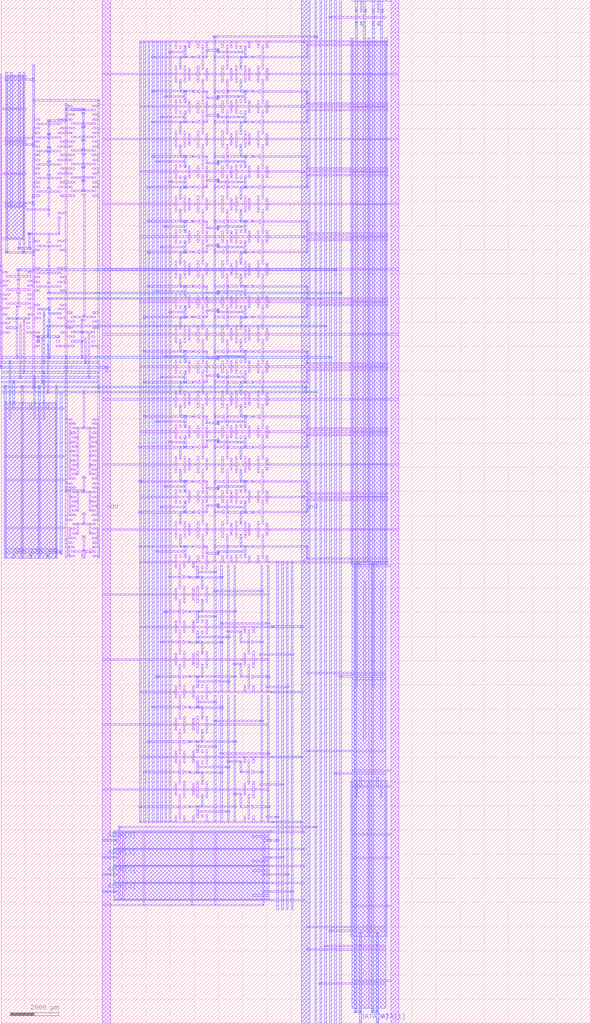
<source format=lef>
VERSION 5.4 ;
NAMESCASESENSITIVE ON ;
BUSBITCHARS "[]" ;
DIVIDERCHAR "/" ;
UNITS
  DATABASE MICRONS 1000 ;
END UNITS
SITE  MacroSite
   CLASS Core ;
   SIZE 24385.0 by 42337.5 ;
END  MacroSite
MACRO sram_2_16_1_freepdk45
   CLASS BLOCK ;
   SIZE 24385.0 BY 42337.5 ;
   SYMMETRY X Y R90 ;
   SITE MacroSite ;
   PIN DATA[0]
      DIRECTION INOUT ;
      PORT
         LAYER metal2 ;
         RECT  14837.5 0.0 14907.5 140.0 ;
      END
   END DATA[0]
   PIN DATA[1]
      DIRECTION INOUT ;
      PORT
         LAYER metal2 ;
         RECT  15542.5 0.0 15612.5 140.0 ;
      END
   END DATA[1]
   PIN ADDR[0]
      DIRECTION INPUT ;
      PORT
         LAYER metal3 ;
         RECT  4175.0 7532.5 4655.0 7602.5 ;
      END
   END ADDR[0]
   PIN ADDR[1]
      DIRECTION INPUT ;
      PORT
         LAYER metal3 ;
         RECT  4175.0 6827.5 4655.0 6897.5 ;
      END
   END ADDR[1]
   PIN ADDR[2]
      DIRECTION INPUT ;
      PORT
         LAYER metal3 ;
         RECT  4175.0 6122.5 4655.0 6192.5 ;
      END
   END ADDR[2]
   PIN ADDR[3]
      DIRECTION INPUT ;
      PORT
         LAYER metal3 ;
         RECT  4175.0 5417.5 4655.0 5487.5 ;
      END
   END ADDR[3]
   PIN CSb
      DIRECTION INPUT ;
      PORT
         LAYER metal3 ;
         RECT  1187.5 19230.0 1257.5 19370.0 ;
      END
   END CSb
   PIN WEb
      DIRECTION INPUT ;
      PORT
         LAYER metal3 ;
         RECT  1892.5 19230.0 1962.5 19370.0 ;
      END
   END WEb
   PIN OEb
      DIRECTION INPUT ;
      PORT
         LAYER metal3 ;
         RECT  482.5 19230.0 552.5 19370.0 ;
      END
   END OEb
   PIN clk
      DIRECTION INPUT ;
      PORT
         LAYER metal1 ;
         RECT  3340.0 19230.0 3475.0 19420.0 ;
      END
   END clk
   PIN vdd
      DIRECTION INOUT ;
      USE POWER ; 
      SHAPE ABUTMENT ; 
      PORT
         LAYER metal1 ;
         RECT  16125.0 0.0 16475.0 42337.5 ;
         LAYER metal1 ;
         RECT  4175.0 0.0 4525.0 42337.5 ;
      END
   END vdd
   PIN gnd
      DIRECTION INOUT ;
      USE GROUND ; 
      SHAPE ABUTMENT ; 
      PORT
         LAYER metal2 ;
         RECT  12427.5 0.0 12777.5 42337.5 ;
      END
   END gnd
   OBS
   LAYER  metal1 ;
      RECT  4317.5 26935.0 4382.5 27140.0 ;
      RECT  8475.0 19685.0 8540.0 19750.0 ;
      RECT  8475.0 19412.5 8540.0 19477.5 ;
      RECT  8405.0 19685.0 8507.5 19750.0 ;
      RECT  8475.0 19445.0 8540.0 19717.5 ;
      RECT  8507.5 19412.5 8610.0 19477.5 ;
      RECT  12632.5 19685.0 12697.5 19750.0 ;
      RECT  12632.5 19197.5 12697.5 19262.5 ;
      RECT  10900.0 19685.0 12665.0 19750.0 ;
      RECT  12632.5 19230.0 12697.5 19717.5 ;
      RECT  12665.0 19197.5 14430.0 19262.5 ;
      RECT  8475.0 21120.0 8540.0 21185.0 ;
      RECT  8475.0 21392.5 8540.0 21457.5 ;
      RECT  8405.0 21120.0 8507.5 21185.0 ;
      RECT  8475.0 21152.5 8540.0 21425.0 ;
      RECT  8507.5 21392.5 8610.0 21457.5 ;
      RECT  12632.5 21120.0 12697.5 21185.0 ;
      RECT  12632.5 21607.5 12697.5 21672.5 ;
      RECT  10900.0 21120.0 12665.0 21185.0 ;
      RECT  12632.5 21152.5 12697.5 21640.0 ;
      RECT  12665.0 21607.5 14430.0 21672.5 ;
      RECT  8475.0 22375.0 8540.0 22440.0 ;
      RECT  8475.0 22102.5 8540.0 22167.5 ;
      RECT  8405.0 22375.0 8507.5 22440.0 ;
      RECT  8475.0 22135.0 8540.0 22407.5 ;
      RECT  8507.5 22102.5 8610.0 22167.5 ;
      RECT  12632.5 22375.0 12697.5 22440.0 ;
      RECT  12632.5 21887.5 12697.5 21952.5 ;
      RECT  10900.0 22375.0 12665.0 22440.0 ;
      RECT  12632.5 21920.0 12697.5 22407.5 ;
      RECT  12665.0 21887.5 14430.0 21952.5 ;
      RECT  8475.0 23810.0 8540.0 23875.0 ;
      RECT  8475.0 24082.5 8540.0 24147.5 ;
      RECT  8405.0 23810.0 8507.5 23875.0 ;
      RECT  8475.0 23842.5 8540.0 24115.0 ;
      RECT  8507.5 24082.5 8610.0 24147.5 ;
      RECT  12632.5 23810.0 12697.5 23875.0 ;
      RECT  12632.5 24297.5 12697.5 24362.5 ;
      RECT  10900.0 23810.0 12665.0 23875.0 ;
      RECT  12632.5 23842.5 12697.5 24330.0 ;
      RECT  12665.0 24297.5 14430.0 24362.5 ;
      RECT  8475.0 25065.0 8540.0 25130.0 ;
      RECT  8475.0 24792.5 8540.0 24857.5 ;
      RECT  8405.0 25065.0 8507.5 25130.0 ;
      RECT  8475.0 24825.0 8540.0 25097.5 ;
      RECT  8507.5 24792.5 8610.0 24857.5 ;
      RECT  12632.5 25065.0 12697.5 25130.0 ;
      RECT  12632.5 24577.5 12697.5 24642.5 ;
      RECT  10900.0 25065.0 12665.0 25130.0 ;
      RECT  12632.5 24610.0 12697.5 25097.5 ;
      RECT  12665.0 24577.5 14430.0 24642.5 ;
      RECT  8475.0 26500.0 8540.0 26565.0 ;
      RECT  8475.0 26772.5 8540.0 26837.5 ;
      RECT  8405.0 26500.0 8507.5 26565.0 ;
      RECT  8475.0 26532.5 8540.0 26805.0 ;
      RECT  8507.5 26772.5 8610.0 26837.5 ;
      RECT  12632.5 26500.0 12697.5 26565.0 ;
      RECT  12632.5 26987.5 12697.5 27052.5 ;
      RECT  10900.0 26500.0 12665.0 26565.0 ;
      RECT  12632.5 26532.5 12697.5 27020.0 ;
      RECT  12665.0 26987.5 14430.0 27052.5 ;
      RECT  8475.0 27755.0 8540.0 27820.0 ;
      RECT  8475.0 27482.5 8540.0 27547.5 ;
      RECT  8405.0 27755.0 8507.5 27820.0 ;
      RECT  8475.0 27515.0 8540.0 27787.5 ;
      RECT  8507.5 27482.5 8610.0 27547.5 ;
      RECT  12632.5 27755.0 12697.5 27820.0 ;
      RECT  12632.5 27267.5 12697.5 27332.5 ;
      RECT  10900.0 27755.0 12665.0 27820.0 ;
      RECT  12632.5 27300.0 12697.5 27787.5 ;
      RECT  12665.0 27267.5 14430.0 27332.5 ;
      RECT  8475.0 29190.0 8540.0 29255.0 ;
      RECT  8475.0 29462.5 8540.0 29527.5 ;
      RECT  8405.0 29190.0 8507.5 29255.0 ;
      RECT  8475.0 29222.5 8540.0 29495.0 ;
      RECT  8507.5 29462.5 8610.0 29527.5 ;
      RECT  12632.5 29190.0 12697.5 29255.0 ;
      RECT  12632.5 29677.5 12697.5 29742.5 ;
      RECT  10900.0 29190.0 12665.0 29255.0 ;
      RECT  12632.5 29222.5 12697.5 29710.0 ;
      RECT  12665.0 29677.5 14430.0 29742.5 ;
      RECT  8475.0 30445.0 8540.0 30510.0 ;
      RECT  8475.0 30172.5 8540.0 30237.5 ;
      RECT  8405.0 30445.0 8507.5 30510.0 ;
      RECT  8475.0 30205.0 8540.0 30477.5 ;
      RECT  8507.5 30172.5 8610.0 30237.5 ;
      RECT  12632.5 30445.0 12697.5 30510.0 ;
      RECT  12632.5 29957.5 12697.5 30022.5 ;
      RECT  10900.0 30445.0 12665.0 30510.0 ;
      RECT  12632.5 29990.0 12697.5 30477.5 ;
      RECT  12665.0 29957.5 14430.0 30022.5 ;
      RECT  8475.0 31880.0 8540.0 31945.0 ;
      RECT  8475.0 32152.5 8540.0 32217.5 ;
      RECT  8405.0 31880.0 8507.5 31945.0 ;
      RECT  8475.0 31912.5 8540.0 32185.0 ;
      RECT  8507.5 32152.5 8610.0 32217.5 ;
      RECT  12632.5 31880.0 12697.5 31945.0 ;
      RECT  12632.5 32367.5 12697.5 32432.5 ;
      RECT  10900.0 31880.0 12665.0 31945.0 ;
      RECT  12632.5 31912.5 12697.5 32400.0 ;
      RECT  12665.0 32367.5 14430.0 32432.5 ;
      RECT  8475.0 33135.0 8540.0 33200.0 ;
      RECT  8475.0 32862.5 8540.0 32927.5 ;
      RECT  8405.0 33135.0 8507.5 33200.0 ;
      RECT  8475.0 32895.0 8540.0 33167.5 ;
      RECT  8507.5 32862.5 8610.0 32927.5 ;
      RECT  12632.5 33135.0 12697.5 33200.0 ;
      RECT  12632.5 32647.5 12697.5 32712.5 ;
      RECT  10900.0 33135.0 12665.0 33200.0 ;
      RECT  12632.5 32680.0 12697.5 33167.5 ;
      RECT  12665.0 32647.5 14430.0 32712.5 ;
      RECT  8475.0 34570.0 8540.0 34635.0 ;
      RECT  8475.0 34842.5 8540.0 34907.5 ;
      RECT  8405.0 34570.0 8507.5 34635.0 ;
      RECT  8475.0 34602.5 8540.0 34875.0 ;
      RECT  8507.5 34842.5 8610.0 34907.5 ;
      RECT  12632.5 34570.0 12697.5 34635.0 ;
      RECT  12632.5 35057.5 12697.5 35122.5 ;
      RECT  10900.0 34570.0 12665.0 34635.0 ;
      RECT  12632.5 34602.5 12697.5 35090.0 ;
      RECT  12665.0 35057.5 14430.0 35122.5 ;
      RECT  8475.0 35825.0 8540.0 35890.0 ;
      RECT  8475.0 35552.5 8540.0 35617.5 ;
      RECT  8405.0 35825.0 8507.5 35890.0 ;
      RECT  8475.0 35585.0 8540.0 35857.5 ;
      RECT  8507.5 35552.5 8610.0 35617.5 ;
      RECT  12632.5 35825.0 12697.5 35890.0 ;
      RECT  12632.5 35337.5 12697.5 35402.5 ;
      RECT  10900.0 35825.0 12665.0 35890.0 ;
      RECT  12632.5 35370.0 12697.5 35857.5 ;
      RECT  12665.0 35337.5 14430.0 35402.5 ;
      RECT  8475.0 37260.0 8540.0 37325.0 ;
      RECT  8475.0 37532.5 8540.0 37597.5 ;
      RECT  8405.0 37260.0 8507.5 37325.0 ;
      RECT  8475.0 37292.5 8540.0 37565.0 ;
      RECT  8507.5 37532.5 8610.0 37597.5 ;
      RECT  12632.5 37260.0 12697.5 37325.0 ;
      RECT  12632.5 37747.5 12697.5 37812.5 ;
      RECT  10900.0 37260.0 12665.0 37325.0 ;
      RECT  12632.5 37292.5 12697.5 37780.0 ;
      RECT  12665.0 37747.5 14430.0 37812.5 ;
      RECT  8475.0 38515.0 8540.0 38580.0 ;
      RECT  8475.0 38242.5 8540.0 38307.5 ;
      RECT  8405.0 38515.0 8507.5 38580.0 ;
      RECT  8475.0 38275.0 8540.0 38547.5 ;
      RECT  8507.5 38242.5 8610.0 38307.5 ;
      RECT  12632.5 38515.0 12697.5 38580.0 ;
      RECT  12632.5 38027.5 12697.5 38092.5 ;
      RECT  10900.0 38515.0 12665.0 38580.0 ;
      RECT  12632.5 38060.0 12697.5 38547.5 ;
      RECT  12665.0 38027.5 14430.0 38092.5 ;
      RECT  8475.0 39950.0 8540.0 40015.0 ;
      RECT  8475.0 40222.5 8540.0 40287.5 ;
      RECT  8405.0 39950.0 8507.5 40015.0 ;
      RECT  8475.0 39982.5 8540.0 40255.0 ;
      RECT  8507.5 40222.5 8610.0 40287.5 ;
      RECT  12632.5 39950.0 12697.5 40015.0 ;
      RECT  12632.5 40437.5 12697.5 40502.5 ;
      RECT  10900.0 39950.0 12665.0 40015.0 ;
      RECT  12632.5 39982.5 12697.5 40470.0 ;
      RECT  12665.0 40437.5 14430.0 40502.5 ;
      RECT  9065.0 19057.5 14520.0 19122.5 ;
      RECT  9065.0 21747.5 14520.0 21812.5 ;
      RECT  9065.0 24437.5 14520.0 24502.5 ;
      RECT  9065.0 27127.5 14520.0 27192.5 ;
      RECT  9065.0 29817.5 14520.0 29882.5 ;
      RECT  9065.0 32507.5 14520.0 32572.5 ;
      RECT  9065.0 35197.5 14520.0 35262.5 ;
      RECT  9065.0 37887.5 14520.0 37952.5 ;
      RECT  9065.0 40577.5 14520.0 40642.5 ;
      RECT  4175.0 20402.5 16475.0 20467.5 ;
      RECT  4175.0 23092.5 16475.0 23157.5 ;
      RECT  4175.0 25782.5 16475.0 25847.5 ;
      RECT  4175.0 28472.5 16475.0 28537.5 ;
      RECT  4175.0 31162.5 16475.0 31227.5 ;
      RECT  4175.0 33852.5 16475.0 33917.5 ;
      RECT  4175.0 36542.5 16475.0 36607.5 ;
      RECT  4175.0 39232.5 16475.0 39297.5 ;
      RECT  11095.0 8502.5 11437.5 8567.5 ;
      RECT  10820.0 9847.5 11642.5 9912.5 ;
      RECT  11095.0 13882.5 11847.5 13947.5 ;
      RECT  10820.0 15227.5 12052.5 15292.5 ;
      RECT  11095.0 8297.5 11232.5 8362.5 ;
      RECT  11095.0 10987.5 11232.5 11052.5 ;
      RECT  11095.0 13677.5 11232.5 13742.5 ;
      RECT  11095.0 16367.5 11232.5 16432.5 ;
      RECT  4175.0 9642.5 11095.0 9707.5 ;
      RECT  4175.0 12332.5 11095.0 12397.5 ;
      RECT  4175.0 15022.5 11095.0 15087.5 ;
      RECT  4175.0 17712.5 11095.0 17777.5 ;
      RECT  11095.0 7535.0 11437.5 7600.0 ;
      RECT  11095.0 6830.0 11642.5 6895.0 ;
      RECT  11095.0 6125.0 11847.5 6190.0 ;
      RECT  11095.0 5420.0 12052.5 5485.0 ;
      RECT  11095.0 7887.5 12562.5 7952.5 ;
      RECT  11095.0 7182.5 12562.5 7247.5 ;
      RECT  11095.0 6477.5 12562.5 6542.5 ;
      RECT  11095.0 5772.5 12562.5 5837.5 ;
      RECT  11095.0 5067.5 12562.5 5132.5 ;
      RECT  7865.0 4862.5 7930.0 4927.5 ;
      RECT  7865.0 4895.0 7930.0 5100.0 ;
      RECT  4175.0 4862.5 7897.5 4927.5 ;
      RECT  10825.0 4862.5 10890.0 4927.5 ;
      RECT  10825.0 4895.0 10890.0 5100.0 ;
      RECT  4175.0 4862.5 10857.5 4927.5 ;
      RECT  5875.0 4862.5 5940.0 4927.5 ;
      RECT  5875.0 4895.0 5940.0 5100.0 ;
      RECT  4175.0 4862.5 5907.5 4927.5 ;
      RECT  8835.0 4862.5 8900.0 4927.5 ;
      RECT  8835.0 4895.0 8900.0 5100.0 ;
      RECT  4175.0 4862.5 8867.5 4927.5 ;
      RECT  13632.5 3795.0 14520.0 3860.0 ;
      RECT  13222.5 1610.0 14520.0 1675.0 ;
      RECT  13427.5 3157.5 14520.0 3222.5 ;
      RECT  13632.5 41587.5 14520.0 41652.5 ;
      RECT  13837.5 10297.5 14520.0 10362.5 ;
      RECT  14042.5 14322.5 14520.0 14387.5 ;
      RECT  4860.0 8092.5 4925.0 8157.5 ;
      RECT  4860.0 7920.0 4925.0 8125.0 ;
      RECT  4892.5 8092.5 13017.5 8157.5 ;
      RECT  8840.0 40782.5 13082.5 40847.5 ;
      RECT  14520.0 42272.5 16125.0 42337.5 ;
      RECT  14520.0 18895.0 16125.0 18960.0 ;
      RECT  14520.0 10427.5 16125.0 10492.5 ;
      RECT  14520.0 6800.0 16125.0 6865.0 ;
      RECT  14520.0 9760.0 16125.0 9825.0 ;
      RECT  14520.0 4810.0 16125.0 4875.0 ;
      RECT  14520.0 7770.0 16125.0 7835.0 ;
      RECT  14520.0 1740.0 16125.0 1805.0 ;
      RECT  12777.5 3027.5 14520.0 3092.5 ;
      RECT  12777.5 14452.5 14520.0 14517.5 ;
      RECT  12777.5 3955.0 14520.0 4020.0 ;
      RECT  12777.5 11230.0 14520.0 11295.0 ;
      RECT  14520.0 19090.0 15225.0 20435.0 ;
      RECT  14520.0 21780.0 15225.0 20435.0 ;
      RECT  14520.0 21780.0 15225.0 23125.0 ;
      RECT  14520.0 24470.0 15225.0 23125.0 ;
      RECT  14520.0 24470.0 15225.0 25815.0 ;
      RECT  14520.0 27160.0 15225.0 25815.0 ;
      RECT  14520.0 27160.0 15225.0 28505.0 ;
      RECT  14520.0 29850.0 15225.0 28505.0 ;
      RECT  14520.0 29850.0 15225.0 31195.0 ;
      RECT  14520.0 32540.0 15225.0 31195.0 ;
      RECT  14520.0 32540.0 15225.0 33885.0 ;
      RECT  14520.0 35230.0 15225.0 33885.0 ;
      RECT  14520.0 35230.0 15225.0 36575.0 ;
      RECT  14520.0 37920.0 15225.0 36575.0 ;
      RECT  14520.0 37920.0 15225.0 39265.0 ;
      RECT  14520.0 40610.0 15225.0 39265.0 ;
      RECT  15225.0 19090.0 15930.0 20435.0 ;
      RECT  15225.0 21780.0 15930.0 20435.0 ;
      RECT  15225.0 21780.0 15930.0 23125.0 ;
      RECT  15225.0 24470.0 15930.0 23125.0 ;
      RECT  15225.0 24470.0 15930.0 25815.0 ;
      RECT  15225.0 27160.0 15930.0 25815.0 ;
      RECT  15225.0 27160.0 15930.0 28505.0 ;
      RECT  15225.0 29850.0 15930.0 28505.0 ;
      RECT  15225.0 29850.0 15930.0 31195.0 ;
      RECT  15225.0 32540.0 15930.0 31195.0 ;
      RECT  15225.0 32540.0 15930.0 33885.0 ;
      RECT  15225.0 35230.0 15930.0 33885.0 ;
      RECT  15225.0 35230.0 15930.0 36575.0 ;
      RECT  15225.0 37920.0 15930.0 36575.0 ;
      RECT  15225.0 37920.0 15930.0 39265.0 ;
      RECT  15225.0 40610.0 15930.0 39265.0 ;
      RECT  14430.0 19197.5 16020.0 19262.5 ;
      RECT  14430.0 21607.5 16020.0 21672.5 ;
      RECT  14430.0 21887.5 16020.0 21952.5 ;
      RECT  14430.0 24297.5 16020.0 24362.5 ;
      RECT  14430.0 24577.5 16020.0 24642.5 ;
      RECT  14430.0 26987.5 16020.0 27052.5 ;
      RECT  14430.0 27267.5 16020.0 27332.5 ;
      RECT  14430.0 29677.5 16020.0 29742.5 ;
      RECT  14430.0 29957.5 16020.0 30022.5 ;
      RECT  14430.0 32367.5 16020.0 32432.5 ;
      RECT  14430.0 32647.5 16020.0 32712.5 ;
      RECT  14430.0 35057.5 16020.0 35122.5 ;
      RECT  14430.0 35337.5 16020.0 35402.5 ;
      RECT  14430.0 37747.5 16020.0 37812.5 ;
      RECT  14430.0 38027.5 16020.0 38092.5 ;
      RECT  14430.0 40437.5 16020.0 40502.5 ;
      RECT  14430.0 20402.5 16020.0 20467.5 ;
      RECT  14430.0 23092.5 16020.0 23157.5 ;
      RECT  14430.0 25782.5 16020.0 25847.5 ;
      RECT  14430.0 28472.5 16020.0 28537.5 ;
      RECT  14430.0 31162.5 16020.0 31227.5 ;
      RECT  14430.0 33852.5 16020.0 33917.5 ;
      RECT  14430.0 36542.5 16020.0 36607.5 ;
      RECT  14430.0 39232.5 16020.0 39297.5 ;
      RECT  14430.0 19057.5 16020.0 19122.5 ;
      RECT  14430.0 21747.5 16020.0 21812.5 ;
      RECT  14430.0 24437.5 16020.0 24502.5 ;
      RECT  14430.0 27127.5 16020.0 27192.5 ;
      RECT  14430.0 29817.5 16020.0 29882.5 ;
      RECT  14430.0 32507.5 16020.0 32572.5 ;
      RECT  14430.0 35197.5 16020.0 35262.5 ;
      RECT  14430.0 37887.5 16020.0 37952.5 ;
      RECT  14430.0 40577.5 16020.0 40642.5 ;
      RECT  14872.5 41822.5 14937.5 42337.5 ;
      RECT  14682.5 41292.5 14747.5 41427.5 ;
      RECT  14872.5 41292.5 14937.5 41427.5 ;
      RECT  14872.5 41292.5 14937.5 41427.5 ;
      RECT  14682.5 41292.5 14747.5 41427.5 ;
      RECT  14682.5 41822.5 14747.5 41957.5 ;
      RECT  14872.5 41822.5 14937.5 41957.5 ;
      RECT  14872.5 41822.5 14937.5 41957.5 ;
      RECT  14682.5 41822.5 14747.5 41957.5 ;
      RECT  14872.5 41822.5 14937.5 41957.5 ;
      RECT  15062.5 41822.5 15127.5 41957.5 ;
      RECT  15062.5 41822.5 15127.5 41957.5 ;
      RECT  14872.5 41822.5 14937.5 41957.5 ;
      RECT  14852.5 41587.5 14717.5 41652.5 ;
      RECT  14872.5 42135.0 14937.5 42270.0 ;
      RECT  14682.5 41292.5 14747.5 41427.5 ;
      RECT  14872.5 41292.5 14937.5 41427.5 ;
      RECT  14682.5 41822.5 14747.5 41957.5 ;
      RECT  15062.5 41822.5 15127.5 41957.5 ;
      RECT  14520.0 41587.5 15225.0 41652.5 ;
      RECT  14520.0 42272.5 15225.0 42337.5 ;
      RECT  15577.5 41822.5 15642.5 42337.5 ;
      RECT  15387.5 41292.5 15452.5 41427.5 ;
      RECT  15577.5 41292.5 15642.5 41427.5 ;
      RECT  15577.5 41292.5 15642.5 41427.5 ;
      RECT  15387.5 41292.5 15452.5 41427.5 ;
      RECT  15387.5 41822.5 15452.5 41957.5 ;
      RECT  15577.5 41822.5 15642.5 41957.5 ;
      RECT  15577.5 41822.5 15642.5 41957.5 ;
      RECT  15387.5 41822.5 15452.5 41957.5 ;
      RECT  15577.5 41822.5 15642.5 41957.5 ;
      RECT  15767.5 41822.5 15832.5 41957.5 ;
      RECT  15767.5 41822.5 15832.5 41957.5 ;
      RECT  15577.5 41822.5 15642.5 41957.5 ;
      RECT  15557.5 41587.5 15422.5 41652.5 ;
      RECT  15577.5 42135.0 15642.5 42270.0 ;
      RECT  15387.5 41292.5 15452.5 41427.5 ;
      RECT  15577.5 41292.5 15642.5 41427.5 ;
      RECT  15387.5 41822.5 15452.5 41957.5 ;
      RECT  15767.5 41822.5 15832.5 41957.5 ;
      RECT  15225.0 41587.5 15930.0 41652.5 ;
      RECT  15225.0 42272.5 15930.0 42337.5 ;
      RECT  14520.0 41587.5 15930.0 41652.5 ;
      RECT  14520.0 42272.5 15930.0 42337.5 ;
      RECT  14520.0 14205.0 15225.0 19090.0 ;
      RECT  15225.0 14205.0 15930.0 19090.0 ;
      RECT  14520.0 14322.5 15930.0 14387.5 ;
      RECT  14520.0 18895.0 15930.0 18960.0 ;
      RECT  14520.0 14452.5 15930.0 14517.5 ;
      RECT  14520.0 10030.0 15225.0 14205.0 ;
      RECT  15225.0 10030.0 15930.0 14205.0 ;
      RECT  14520.0 10297.5 15930.0 10362.5 ;
      RECT  14520.0 10427.5 15930.0 10492.5 ;
      RECT  14520.0 11230.0 15930.0 11295.0 ;
      RECT  14520.0 3590.0 15225.0 10030.0 ;
      RECT  15930.0 3590.0 15225.0 10030.0 ;
      RECT  14520.0 3795.0 15930.0 3860.0 ;
      RECT  14520.0 6800.0 15930.0 6865.0 ;
      RECT  14520.0 9760.0 15930.0 9825.0 ;
      RECT  14520.0 4810.0 15930.0 4875.0 ;
      RECT  14520.0 7770.0 15930.0 7835.0 ;
      RECT  14520.0 3955.0 15930.0 4020.0 ;
      RECT  14520.0 3590.0 15225.0 615.0 ;
      RECT  15225.0 3590.0 15930.0 615.0 ;
      RECT  14520.0 3222.5 15930.0 3157.5 ;
      RECT  14520.0 1675.0 15930.0 1610.0 ;
      RECT  14520.0 1805.0 15930.0 1740.0 ;
      RECT  14520.0 3092.5 15930.0 3027.5 ;
      RECT  7895.0 19697.5 7960.0 19762.5 ;
      RECT  7895.0 19685.0 7960.0 19750.0 ;
      RECT  7677.5 19697.5 7927.5 19762.5 ;
      RECT  7895.0 19717.5 7960.0 19730.0 ;
      RECT  7927.5 19685.0 8175.0 19750.0 ;
      RECT  7895.0 21107.5 7960.0 21172.5 ;
      RECT  7895.0 21120.0 7960.0 21185.0 ;
      RECT  7677.5 21107.5 7927.5 21172.5 ;
      RECT  7895.0 21140.0 7960.0 21152.5 ;
      RECT  7927.5 21120.0 8175.0 21185.0 ;
      RECT  7895.0 22387.5 7960.0 22452.5 ;
      RECT  7895.0 22375.0 7960.0 22440.0 ;
      RECT  7677.5 22387.5 7927.5 22452.5 ;
      RECT  7895.0 22407.5 7960.0 22420.0 ;
      RECT  7927.5 22375.0 8175.0 22440.0 ;
      RECT  7895.0 23797.5 7960.0 23862.5 ;
      RECT  7895.0 23810.0 7960.0 23875.0 ;
      RECT  7677.5 23797.5 7927.5 23862.5 ;
      RECT  7895.0 23830.0 7960.0 23842.5 ;
      RECT  7927.5 23810.0 8175.0 23875.0 ;
      RECT  7895.0 25077.5 7960.0 25142.5 ;
      RECT  7895.0 25065.0 7960.0 25130.0 ;
      RECT  7677.5 25077.5 7927.5 25142.5 ;
      RECT  7895.0 25097.5 7960.0 25110.0 ;
      RECT  7927.5 25065.0 8175.0 25130.0 ;
      RECT  7895.0 26487.5 7960.0 26552.5 ;
      RECT  7895.0 26500.0 7960.0 26565.0 ;
      RECT  7677.5 26487.5 7927.5 26552.5 ;
      RECT  7895.0 26520.0 7960.0 26532.5 ;
      RECT  7927.5 26500.0 8175.0 26565.0 ;
      RECT  7895.0 27767.5 7960.0 27832.5 ;
      RECT  7895.0 27755.0 7960.0 27820.0 ;
      RECT  7677.5 27767.5 7927.5 27832.5 ;
      RECT  7895.0 27787.5 7960.0 27800.0 ;
      RECT  7927.5 27755.0 8175.0 27820.0 ;
      RECT  7895.0 29177.5 7960.0 29242.5 ;
      RECT  7895.0 29190.0 7960.0 29255.0 ;
      RECT  7677.5 29177.5 7927.5 29242.5 ;
      RECT  7895.0 29210.0 7960.0 29222.5 ;
      RECT  7927.5 29190.0 8175.0 29255.0 ;
      RECT  7895.0 30457.5 7960.0 30522.5 ;
      RECT  7895.0 30445.0 7960.0 30510.0 ;
      RECT  7677.5 30457.5 7927.5 30522.5 ;
      RECT  7895.0 30477.5 7960.0 30490.0 ;
      RECT  7927.5 30445.0 8175.0 30510.0 ;
      RECT  7895.0 31867.5 7960.0 31932.5 ;
      RECT  7895.0 31880.0 7960.0 31945.0 ;
      RECT  7677.5 31867.5 7927.5 31932.5 ;
      RECT  7895.0 31900.0 7960.0 31912.5 ;
      RECT  7927.5 31880.0 8175.0 31945.0 ;
      RECT  7895.0 33147.5 7960.0 33212.5 ;
      RECT  7895.0 33135.0 7960.0 33200.0 ;
      RECT  7677.5 33147.5 7927.5 33212.5 ;
      RECT  7895.0 33167.5 7960.0 33180.0 ;
      RECT  7927.5 33135.0 8175.0 33200.0 ;
      RECT  7895.0 34557.5 7960.0 34622.5 ;
      RECT  7895.0 34570.0 7960.0 34635.0 ;
      RECT  7677.5 34557.5 7927.5 34622.5 ;
      RECT  7895.0 34590.0 7960.0 34602.5 ;
      RECT  7927.5 34570.0 8175.0 34635.0 ;
      RECT  7895.0 35837.5 7960.0 35902.5 ;
      RECT  7895.0 35825.0 7960.0 35890.0 ;
      RECT  7677.5 35837.5 7927.5 35902.5 ;
      RECT  7895.0 35857.5 7960.0 35870.0 ;
      RECT  7927.5 35825.0 8175.0 35890.0 ;
      RECT  7895.0 37247.5 7960.0 37312.5 ;
      RECT  7895.0 37260.0 7960.0 37325.0 ;
      RECT  7677.5 37247.5 7927.5 37312.5 ;
      RECT  7895.0 37280.0 7960.0 37292.5 ;
      RECT  7927.5 37260.0 8175.0 37325.0 ;
      RECT  7895.0 38527.5 7960.0 38592.5 ;
      RECT  7895.0 38515.0 7960.0 38580.0 ;
      RECT  7677.5 38527.5 7927.5 38592.5 ;
      RECT  7895.0 38547.5 7960.0 38560.0 ;
      RECT  7927.5 38515.0 8175.0 38580.0 ;
      RECT  7895.0 39937.5 7960.0 40002.5 ;
      RECT  7895.0 39950.0 7960.0 40015.0 ;
      RECT  7677.5 39937.5 7927.5 40002.5 ;
      RECT  7895.0 39970.0 7960.0 39982.5 ;
      RECT  7927.5 39950.0 8175.0 40015.0 ;
      RECT  5765.0 8925.0 7130.0 8990.0 ;
      RECT  5940.0 10360.0 7130.0 10425.0 ;
      RECT  6115.0 11615.0 7130.0 11680.0 ;
      RECT  6290.0 13050.0 7130.0 13115.0 ;
      RECT  6465.0 14305.0 7130.0 14370.0 ;
      RECT  6640.0 15740.0 7130.0 15805.0 ;
      RECT  6815.0 16995.0 7130.0 17060.0 ;
      RECT  6990.0 18430.0 7130.0 18495.0 ;
      RECT  5765.0 19697.5 7190.0 19762.5 ;
      RECT  6465.0 19482.5 7447.5 19547.5 ;
      RECT  5765.0 21107.5 7190.0 21172.5 ;
      RECT  6640.0 21322.5 7447.5 21387.5 ;
      RECT  5765.0 22387.5 7190.0 22452.5 ;
      RECT  6815.0 22172.5 7447.5 22237.5 ;
      RECT  5765.0 23797.5 7190.0 23862.5 ;
      RECT  6990.0 24012.5 7447.5 24077.5 ;
      RECT  5940.0 25077.5 7190.0 25142.5 ;
      RECT  6465.0 24862.5 7447.5 24927.5 ;
      RECT  5940.0 26487.5 7190.0 26552.5 ;
      RECT  6640.0 26702.5 7447.5 26767.5 ;
      RECT  5940.0 27767.5 7190.0 27832.5 ;
      RECT  6815.0 27552.5 7447.5 27617.5 ;
      RECT  5940.0 29177.5 7190.0 29242.5 ;
      RECT  6990.0 29392.5 7447.5 29457.5 ;
      RECT  6115.0 30457.5 7190.0 30522.5 ;
      RECT  6465.0 30242.5 7447.5 30307.5 ;
      RECT  6115.0 31867.5 7190.0 31932.5 ;
      RECT  6640.0 32082.5 7447.5 32147.5 ;
      RECT  6115.0 33147.5 7190.0 33212.5 ;
      RECT  6815.0 32932.5 7447.5 32997.5 ;
      RECT  6115.0 34557.5 7190.0 34622.5 ;
      RECT  6990.0 34772.5 7447.5 34837.5 ;
      RECT  6290.0 35837.5 7190.0 35902.5 ;
      RECT  6465.0 35622.5 7447.5 35687.5 ;
      RECT  6290.0 37247.5 7190.0 37312.5 ;
      RECT  6640.0 37462.5 7447.5 37527.5 ;
      RECT  6290.0 38527.5 7190.0 38592.5 ;
      RECT  6815.0 38312.5 7447.5 38377.5 ;
      RECT  6290.0 39937.5 7190.0 40002.5 ;
      RECT  6990.0 40152.5 7447.5 40217.5 ;
      RECT  9952.5 8925.0 9887.5 8990.0 ;
      RECT  9952.5 9447.5 9887.5 9512.5 ;
      RECT  10190.0 8925.0 9920.0 8990.0 ;
      RECT  9952.5 8957.5 9887.5 9480.0 ;
      RECT  9920.0 9447.5 9675.0 9512.5 ;
      RECT  11060.0 8925.0 10420.0 8990.0 ;
      RECT  9952.5 10360.0 9887.5 10425.0 ;
      RECT  9952.5 10792.5 9887.5 10857.5 ;
      RECT  10190.0 10360.0 9920.0 10425.0 ;
      RECT  9952.5 10392.5 9887.5 10825.0 ;
      RECT  9920.0 10792.5 9400.0 10857.5 ;
      RECT  10785.0 10360.0 10420.0 10425.0 ;
      RECT  11060.0 11122.5 9125.0 11187.5 ;
      RECT  10785.0 12467.5 8850.0 12532.5 ;
      RECT  9675.0 8937.5 8550.0 9002.5 ;
      RECT  9400.0 8722.5 8292.5 8787.5 ;
      RECT  9125.0 10347.5 8550.0 10412.5 ;
      RECT  9400.0 10562.5 8292.5 10627.5 ;
      RECT  9675.0 11627.5 8550.0 11692.5 ;
      RECT  8850.0 11412.5 8292.5 11477.5 ;
      RECT  9125.0 13037.5 8550.0 13102.5 ;
      RECT  8850.0 13252.5 8292.5 13317.5 ;
      RECT  7845.0 8937.5 7780.0 9002.5 ;
      RECT  7845.0 8925.0 7780.0 8990.0 ;
      RECT  8062.5 8937.5 7812.5 9002.5 ;
      RECT  7845.0 8957.5 7780.0 8970.0 ;
      RECT  7812.5 8925.0 7565.0 8990.0 ;
      RECT  7845.0 10347.5 7780.0 10412.5 ;
      RECT  7845.0 10360.0 7780.0 10425.0 ;
      RECT  8062.5 10347.5 7812.5 10412.5 ;
      RECT  7845.0 10380.0 7780.0 10392.5 ;
      RECT  7812.5 10360.0 7565.0 10425.0 ;
      RECT  7845.0 11627.5 7780.0 11692.5 ;
      RECT  7845.0 11615.0 7780.0 11680.0 ;
      RECT  8062.5 11627.5 7812.5 11692.5 ;
      RECT  7845.0 11647.5 7780.0 11660.0 ;
      RECT  7812.5 11615.0 7565.0 11680.0 ;
      RECT  7845.0 13037.5 7780.0 13102.5 ;
      RECT  7845.0 13050.0 7780.0 13115.0 ;
      RECT  8062.5 13037.5 7812.5 13102.5 ;
      RECT  7845.0 13070.0 7780.0 13082.5 ;
      RECT  7812.5 13050.0 7565.0 13115.0 ;
      RECT  10117.5 9490.0 10052.5 9675.0 ;
      RECT  10117.5 8330.0 10052.5 8515.0 ;
      RECT  10477.5 8447.5 10412.5 8297.5 ;
      RECT  10477.5 9332.5 10412.5 9707.5 ;
      RECT  10287.5 8447.5 10222.5 9332.5 ;
      RECT  10477.5 9332.5 10412.5 9467.5 ;
      RECT  10287.5 9332.5 10222.5 9467.5 ;
      RECT  10287.5 9332.5 10222.5 9467.5 ;
      RECT  10477.5 9332.5 10412.5 9467.5 ;
      RECT  10477.5 8447.5 10412.5 8582.5 ;
      RECT  10287.5 8447.5 10222.5 8582.5 ;
      RECT  10287.5 8447.5 10222.5 8582.5 ;
      RECT  10477.5 8447.5 10412.5 8582.5 ;
      RECT  10117.5 9422.5 10052.5 9557.5 ;
      RECT  10117.5 8447.5 10052.5 8582.5 ;
      RECT  10420.0 8890.0 10355.0 9025.0 ;
      RECT  10420.0 8890.0 10355.0 9025.0 ;
      RECT  10255.0 8925.0 10190.0 8990.0 ;
      RECT  10545.0 9642.5 9985.0 9707.5 ;
      RECT  10545.0 8297.5 9985.0 8362.5 ;
      RECT  10117.5 9860.0 10052.5 9675.0 ;
      RECT  10117.5 11020.0 10052.5 10835.0 ;
      RECT  10477.5 10902.5 10412.5 11052.5 ;
      RECT  10477.5 10017.5 10412.5 9642.5 ;
      RECT  10287.5 10902.5 10222.5 10017.5 ;
      RECT  10477.5 10017.5 10412.5 9882.5 ;
      RECT  10287.5 10017.5 10222.5 9882.5 ;
      RECT  10287.5 10017.5 10222.5 9882.5 ;
      RECT  10477.5 10017.5 10412.5 9882.5 ;
      RECT  10477.5 10902.5 10412.5 10767.5 ;
      RECT  10287.5 10902.5 10222.5 10767.5 ;
      RECT  10287.5 10902.5 10222.5 10767.5 ;
      RECT  10477.5 10902.5 10412.5 10767.5 ;
      RECT  10117.5 9927.5 10052.5 9792.5 ;
      RECT  10117.5 10902.5 10052.5 10767.5 ;
      RECT  10420.0 10460.0 10355.0 10325.0 ;
      RECT  10420.0 10460.0 10355.0 10325.0 ;
      RECT  10255.0 10425.0 10190.0 10360.0 ;
      RECT  10545.0 9707.5 9985.0 9642.5 ;
      RECT  10545.0 11052.5 9985.0 10987.5 ;
      RECT  7262.5 9490.0 7197.5 9675.0 ;
      RECT  7262.5 8330.0 7197.5 8515.0 ;
      RECT  7622.5 8447.5 7557.5 8297.5 ;
      RECT  7622.5 9332.5 7557.5 9707.5 ;
      RECT  7432.5 8447.5 7367.5 9332.5 ;
      RECT  7622.5 9332.5 7557.5 9467.5 ;
      RECT  7432.5 9332.5 7367.5 9467.5 ;
      RECT  7432.5 9332.5 7367.5 9467.5 ;
      RECT  7622.5 9332.5 7557.5 9467.5 ;
      RECT  7622.5 8447.5 7557.5 8582.5 ;
      RECT  7432.5 8447.5 7367.5 8582.5 ;
      RECT  7432.5 8447.5 7367.5 8582.5 ;
      RECT  7622.5 8447.5 7557.5 8582.5 ;
      RECT  7262.5 9422.5 7197.5 9557.5 ;
      RECT  7262.5 8447.5 7197.5 8582.5 ;
      RECT  7565.0 8890.0 7500.0 9025.0 ;
      RECT  7565.0 8890.0 7500.0 9025.0 ;
      RECT  7400.0 8925.0 7335.0 8990.0 ;
      RECT  7690.0 9642.5 7130.0 9707.5 ;
      RECT  7690.0 8297.5 7130.0 8362.5 ;
      RECT  7262.5 9860.0 7197.5 9675.0 ;
      RECT  7262.5 11020.0 7197.5 10835.0 ;
      RECT  7622.5 10902.5 7557.5 11052.5 ;
      RECT  7622.5 10017.5 7557.5 9642.5 ;
      RECT  7432.5 10902.5 7367.5 10017.5 ;
      RECT  7622.5 10017.5 7557.5 9882.5 ;
      RECT  7432.5 10017.5 7367.5 9882.5 ;
      RECT  7432.5 10017.5 7367.5 9882.5 ;
      RECT  7622.5 10017.5 7557.5 9882.5 ;
      RECT  7622.5 10902.5 7557.5 10767.5 ;
      RECT  7432.5 10902.5 7367.5 10767.5 ;
      RECT  7432.5 10902.5 7367.5 10767.5 ;
      RECT  7622.5 10902.5 7557.5 10767.5 ;
      RECT  7262.5 9927.5 7197.5 9792.5 ;
      RECT  7262.5 10902.5 7197.5 10767.5 ;
      RECT  7565.0 10460.0 7500.0 10325.0 ;
      RECT  7565.0 10460.0 7500.0 10325.0 ;
      RECT  7400.0 10425.0 7335.0 10360.0 ;
      RECT  7690.0 9707.5 7130.0 9642.5 ;
      RECT  7690.0 11052.5 7130.0 10987.5 ;
      RECT  7262.5 12180.0 7197.5 12365.0 ;
      RECT  7262.5 11020.0 7197.5 11205.0 ;
      RECT  7622.5 11137.5 7557.5 10987.5 ;
      RECT  7622.5 12022.5 7557.5 12397.5 ;
      RECT  7432.5 11137.5 7367.5 12022.5 ;
      RECT  7622.5 12022.5 7557.5 12157.5 ;
      RECT  7432.5 12022.5 7367.5 12157.5 ;
      RECT  7432.5 12022.5 7367.5 12157.5 ;
      RECT  7622.5 12022.5 7557.5 12157.5 ;
      RECT  7622.5 11137.5 7557.5 11272.5 ;
      RECT  7432.5 11137.5 7367.5 11272.5 ;
      RECT  7432.5 11137.5 7367.5 11272.5 ;
      RECT  7622.5 11137.5 7557.5 11272.5 ;
      RECT  7262.5 12112.5 7197.5 12247.5 ;
      RECT  7262.5 11137.5 7197.5 11272.5 ;
      RECT  7565.0 11580.0 7500.0 11715.0 ;
      RECT  7565.0 11580.0 7500.0 11715.0 ;
      RECT  7400.0 11615.0 7335.0 11680.0 ;
      RECT  7690.0 12332.5 7130.0 12397.5 ;
      RECT  7690.0 10987.5 7130.0 11052.5 ;
      RECT  7262.5 12550.0 7197.5 12365.0 ;
      RECT  7262.5 13710.0 7197.5 13525.0 ;
      RECT  7622.5 13592.5 7557.5 13742.5 ;
      RECT  7622.5 12707.5 7557.5 12332.5 ;
      RECT  7432.5 13592.5 7367.5 12707.5 ;
      RECT  7622.5 12707.5 7557.5 12572.5 ;
      RECT  7432.5 12707.5 7367.5 12572.5 ;
      RECT  7432.5 12707.5 7367.5 12572.5 ;
      RECT  7622.5 12707.5 7557.5 12572.5 ;
      RECT  7622.5 13592.5 7557.5 13457.5 ;
      RECT  7432.5 13592.5 7367.5 13457.5 ;
      RECT  7432.5 13592.5 7367.5 13457.5 ;
      RECT  7622.5 13592.5 7557.5 13457.5 ;
      RECT  7262.5 12617.5 7197.5 12482.5 ;
      RECT  7262.5 13592.5 7197.5 13457.5 ;
      RECT  7565.0 13150.0 7500.0 13015.0 ;
      RECT  7565.0 13150.0 7500.0 13015.0 ;
      RECT  7400.0 13115.0 7335.0 13050.0 ;
      RECT  7690.0 12397.5 7130.0 12332.5 ;
      RECT  7690.0 13742.5 7130.0 13677.5 ;
      RECT  8542.5 8492.5 8477.5 8297.5 ;
      RECT  8542.5 9332.5 8477.5 9707.5 ;
      RECT  8162.5 9332.5 8097.5 9707.5 ;
      RECT  7992.5 9490.0 7927.5 9675.0 ;
      RECT  7992.5 8330.0 7927.5 8515.0 ;
      RECT  8542.5 9332.5 8477.5 9467.5 ;
      RECT  8352.5 9332.5 8287.5 9467.5 ;
      RECT  8352.5 9332.5 8287.5 9467.5 ;
      RECT  8542.5 9332.5 8477.5 9467.5 ;
      RECT  8352.5 9332.5 8287.5 9467.5 ;
      RECT  8162.5 9332.5 8097.5 9467.5 ;
      RECT  8162.5 9332.5 8097.5 9467.5 ;
      RECT  8352.5 9332.5 8287.5 9467.5 ;
      RECT  8542.5 8492.5 8477.5 8627.5 ;
      RECT  8352.5 8492.5 8287.5 8627.5 ;
      RECT  8352.5 8492.5 8287.5 8627.5 ;
      RECT  8542.5 8492.5 8477.5 8627.5 ;
      RECT  8352.5 8492.5 8287.5 8627.5 ;
      RECT  8162.5 8492.5 8097.5 8627.5 ;
      RECT  8162.5 8492.5 8097.5 8627.5 ;
      RECT  8352.5 8492.5 8287.5 8627.5 ;
      RECT  7992.5 9422.5 7927.5 9557.5 ;
      RECT  7992.5 8447.5 7927.5 8582.5 ;
      RECT  8157.5 8722.5 8292.5 8787.5 ;
      RECT  8415.0 8937.5 8550.0 9002.5 ;
      RECT  8352.5 9332.5 8287.5 9467.5 ;
      RECT  8162.5 8492.5 8097.5 8627.5 ;
      RECT  8062.5 8937.5 8197.5 9002.5 ;
      RECT  8550.0 8937.5 8415.0 9002.5 ;
      RECT  8292.5 8722.5 8157.5 8787.5 ;
      RECT  8197.5 8937.5 8062.5 9002.5 ;
      RECT  8610.0 9642.5 7690.0 9707.5 ;
      RECT  8610.0 8297.5 7690.0 8362.5 ;
      RECT  8542.5 10857.5 8477.5 11052.5 ;
      RECT  8542.5 10017.5 8477.5 9642.5 ;
      RECT  8162.5 10017.5 8097.5 9642.5 ;
      RECT  7992.5 9860.0 7927.5 9675.0 ;
      RECT  7992.5 11020.0 7927.5 10835.0 ;
      RECT  8542.5 10017.5 8477.5 9882.5 ;
      RECT  8352.5 10017.5 8287.5 9882.5 ;
      RECT  8352.5 10017.5 8287.5 9882.5 ;
      RECT  8542.5 10017.5 8477.5 9882.5 ;
      RECT  8352.5 10017.5 8287.5 9882.5 ;
      RECT  8162.5 10017.5 8097.5 9882.5 ;
      RECT  8162.5 10017.5 8097.5 9882.5 ;
      RECT  8352.5 10017.5 8287.5 9882.5 ;
      RECT  8542.5 10857.5 8477.5 10722.5 ;
      RECT  8352.5 10857.5 8287.5 10722.5 ;
      RECT  8352.5 10857.5 8287.5 10722.5 ;
      RECT  8542.5 10857.5 8477.5 10722.5 ;
      RECT  8352.5 10857.5 8287.5 10722.5 ;
      RECT  8162.5 10857.5 8097.5 10722.5 ;
      RECT  8162.5 10857.5 8097.5 10722.5 ;
      RECT  8352.5 10857.5 8287.5 10722.5 ;
      RECT  7992.5 9927.5 7927.5 9792.5 ;
      RECT  7992.5 10902.5 7927.5 10767.5 ;
      RECT  8157.5 10627.5 8292.5 10562.5 ;
      RECT  8415.0 10412.5 8550.0 10347.5 ;
      RECT  8352.5 10017.5 8287.5 9882.5 ;
      RECT  8162.5 10857.5 8097.5 10722.5 ;
      RECT  8062.5 10412.5 8197.5 10347.5 ;
      RECT  8550.0 10412.5 8415.0 10347.5 ;
      RECT  8292.5 10627.5 8157.5 10562.5 ;
      RECT  8197.5 10412.5 8062.5 10347.5 ;
      RECT  8610.0 9707.5 7690.0 9642.5 ;
      RECT  8610.0 11052.5 7690.0 10987.5 ;
      RECT  8542.5 11182.5 8477.5 10987.5 ;
      RECT  8542.5 12022.5 8477.5 12397.5 ;
      RECT  8162.5 12022.5 8097.5 12397.5 ;
      RECT  7992.5 12180.0 7927.5 12365.0 ;
      RECT  7992.5 11020.0 7927.5 11205.0 ;
      RECT  8542.5 12022.5 8477.5 12157.5 ;
      RECT  8352.5 12022.5 8287.5 12157.5 ;
      RECT  8352.5 12022.5 8287.5 12157.5 ;
      RECT  8542.5 12022.5 8477.5 12157.5 ;
      RECT  8352.5 12022.5 8287.5 12157.5 ;
      RECT  8162.5 12022.5 8097.5 12157.5 ;
      RECT  8162.5 12022.5 8097.5 12157.5 ;
      RECT  8352.5 12022.5 8287.5 12157.5 ;
      RECT  8542.5 11182.5 8477.5 11317.5 ;
      RECT  8352.5 11182.5 8287.5 11317.5 ;
      RECT  8352.5 11182.5 8287.5 11317.5 ;
      RECT  8542.5 11182.5 8477.5 11317.5 ;
      RECT  8352.5 11182.5 8287.5 11317.5 ;
      RECT  8162.5 11182.5 8097.5 11317.5 ;
      RECT  8162.5 11182.5 8097.5 11317.5 ;
      RECT  8352.5 11182.5 8287.5 11317.5 ;
      RECT  7992.5 12112.5 7927.5 12247.5 ;
      RECT  7992.5 11137.5 7927.5 11272.5 ;
      RECT  8157.5 11412.5 8292.5 11477.5 ;
      RECT  8415.0 11627.5 8550.0 11692.5 ;
      RECT  8352.5 12022.5 8287.5 12157.5 ;
      RECT  8162.5 11182.5 8097.5 11317.5 ;
      RECT  8062.5 11627.5 8197.5 11692.5 ;
      RECT  8550.0 11627.5 8415.0 11692.5 ;
      RECT  8292.5 11412.5 8157.5 11477.5 ;
      RECT  8197.5 11627.5 8062.5 11692.5 ;
      RECT  8610.0 12332.5 7690.0 12397.5 ;
      RECT  8610.0 10987.5 7690.0 11052.5 ;
      RECT  8542.5 13547.5 8477.5 13742.5 ;
      RECT  8542.5 12707.5 8477.5 12332.5 ;
      RECT  8162.5 12707.5 8097.5 12332.5 ;
      RECT  7992.5 12550.0 7927.5 12365.0 ;
      RECT  7992.5 13710.0 7927.5 13525.0 ;
      RECT  8542.5 12707.5 8477.5 12572.5 ;
      RECT  8352.5 12707.5 8287.5 12572.5 ;
      RECT  8352.5 12707.5 8287.5 12572.5 ;
      RECT  8542.5 12707.5 8477.5 12572.5 ;
      RECT  8352.5 12707.5 8287.5 12572.5 ;
      RECT  8162.5 12707.5 8097.5 12572.5 ;
      RECT  8162.5 12707.5 8097.5 12572.5 ;
      RECT  8352.5 12707.5 8287.5 12572.5 ;
      RECT  8542.5 13547.5 8477.5 13412.5 ;
      RECT  8352.5 13547.5 8287.5 13412.5 ;
      RECT  8352.5 13547.5 8287.5 13412.5 ;
      RECT  8542.5 13547.5 8477.5 13412.5 ;
      RECT  8352.5 13547.5 8287.5 13412.5 ;
      RECT  8162.5 13547.5 8097.5 13412.5 ;
      RECT  8162.5 13547.5 8097.5 13412.5 ;
      RECT  8352.5 13547.5 8287.5 13412.5 ;
      RECT  7992.5 12617.5 7927.5 12482.5 ;
      RECT  7992.5 13592.5 7927.5 13457.5 ;
      RECT  8157.5 13317.5 8292.5 13252.5 ;
      RECT  8415.0 13102.5 8550.0 13037.5 ;
      RECT  8352.5 12707.5 8287.5 12572.5 ;
      RECT  8162.5 13547.5 8097.5 13412.5 ;
      RECT  8062.5 13102.5 8197.5 13037.5 ;
      RECT  8550.0 13102.5 8415.0 13037.5 ;
      RECT  8292.5 13317.5 8157.5 13252.5 ;
      RECT  8197.5 13102.5 8062.5 13037.5 ;
      RECT  8610.0 12397.5 7690.0 12332.5 ;
      RECT  8610.0 13742.5 7690.0 13677.5 ;
      RECT  9607.5 9447.5 9742.5 9512.5 ;
      RECT  10992.5 8925.0 11127.5 8990.0 ;
      RECT  9332.5 10792.5 9467.5 10857.5 ;
      RECT  10717.5 10360.0 10852.5 10425.0 ;
      RECT  10992.5 11122.5 11127.5 11187.5 ;
      RECT  9057.5 11122.5 9192.5 11187.5 ;
      RECT  10717.5 12467.5 10852.5 12532.5 ;
      RECT  8782.5 12467.5 8917.5 12532.5 ;
      RECT  9607.5 8937.5 9742.5 9002.5 ;
      RECT  9332.5 8722.5 9467.5 8787.5 ;
      RECT  9057.5 10347.5 9192.5 10412.5 ;
      RECT  9332.5 10562.5 9467.5 10627.5 ;
      RECT  9607.5 11627.5 9742.5 11692.5 ;
      RECT  8782.5 11412.5 8917.5 11477.5 ;
      RECT  9057.5 13037.5 9192.5 13102.5 ;
      RECT  8782.5 13252.5 8917.5 13317.5 ;
      RECT  7335.0 8925.0 7130.0 8990.0 ;
      RECT  7335.0 10360.0 7130.0 10425.0 ;
      RECT  7335.0 11615.0 7130.0 11680.0 ;
      RECT  7335.0 13050.0 7130.0 13115.0 ;
      RECT  11095.0 9642.5 7130.0 9707.5 ;
      RECT  11095.0 12332.5 7130.0 12397.5 ;
      RECT  11095.0 8297.5 7130.0 8362.5 ;
      RECT  11095.0 10987.5 7130.0 11052.5 ;
      RECT  11095.0 13677.5 7130.0 13742.5 ;
      RECT  9952.5 14305.0 9887.5 14370.0 ;
      RECT  9952.5 14827.5 9887.5 14892.5 ;
      RECT  10190.0 14305.0 9920.0 14370.0 ;
      RECT  9952.5 14337.5 9887.5 14860.0 ;
      RECT  9920.0 14827.5 9675.0 14892.5 ;
      RECT  11060.0 14305.0 10420.0 14370.0 ;
      RECT  9952.5 15740.0 9887.5 15805.0 ;
      RECT  9952.5 16172.5 9887.5 16237.5 ;
      RECT  10190.0 15740.0 9920.0 15805.0 ;
      RECT  9952.5 15772.5 9887.5 16205.0 ;
      RECT  9920.0 16172.5 9400.0 16237.5 ;
      RECT  10785.0 15740.0 10420.0 15805.0 ;
      RECT  11060.0 16502.5 9125.0 16567.5 ;
      RECT  10785.0 17847.5 8850.0 17912.5 ;
      RECT  9675.0 14317.5 8550.0 14382.5 ;
      RECT  9400.0 14102.5 8292.5 14167.5 ;
      RECT  9125.0 15727.5 8550.0 15792.5 ;
      RECT  9400.0 15942.5 8292.5 16007.5 ;
      RECT  9675.0 17007.5 8550.0 17072.5 ;
      RECT  8850.0 16792.5 8292.5 16857.5 ;
      RECT  9125.0 18417.5 8550.0 18482.5 ;
      RECT  8850.0 18632.5 8292.5 18697.5 ;
      RECT  7845.0 14317.5 7780.0 14382.5 ;
      RECT  7845.0 14305.0 7780.0 14370.0 ;
      RECT  8062.5 14317.5 7812.5 14382.5 ;
      RECT  7845.0 14337.5 7780.0 14350.0 ;
      RECT  7812.5 14305.0 7565.0 14370.0 ;
      RECT  7845.0 15727.5 7780.0 15792.5 ;
      RECT  7845.0 15740.0 7780.0 15805.0 ;
      RECT  8062.5 15727.5 7812.5 15792.5 ;
      RECT  7845.0 15760.0 7780.0 15772.5 ;
      RECT  7812.5 15740.0 7565.0 15805.0 ;
      RECT  7845.0 17007.5 7780.0 17072.5 ;
      RECT  7845.0 16995.0 7780.0 17060.0 ;
      RECT  8062.5 17007.5 7812.5 17072.5 ;
      RECT  7845.0 17027.5 7780.0 17040.0 ;
      RECT  7812.5 16995.0 7565.0 17060.0 ;
      RECT  7845.0 18417.5 7780.0 18482.5 ;
      RECT  7845.0 18430.0 7780.0 18495.0 ;
      RECT  8062.5 18417.5 7812.5 18482.5 ;
      RECT  7845.0 18450.0 7780.0 18462.5 ;
      RECT  7812.5 18430.0 7565.0 18495.0 ;
      RECT  10117.5 14870.0 10052.5 15055.0 ;
      RECT  10117.5 13710.0 10052.5 13895.0 ;
      RECT  10477.5 13827.5 10412.5 13677.5 ;
      RECT  10477.5 14712.5 10412.5 15087.5 ;
      RECT  10287.5 13827.5 10222.5 14712.5 ;
      RECT  10477.5 14712.5 10412.5 14847.5 ;
      RECT  10287.5 14712.5 10222.5 14847.5 ;
      RECT  10287.5 14712.5 10222.5 14847.5 ;
      RECT  10477.5 14712.5 10412.5 14847.5 ;
      RECT  10477.5 13827.5 10412.5 13962.5 ;
      RECT  10287.5 13827.5 10222.5 13962.5 ;
      RECT  10287.5 13827.5 10222.5 13962.5 ;
      RECT  10477.5 13827.5 10412.5 13962.5 ;
      RECT  10117.5 14802.5 10052.5 14937.5 ;
      RECT  10117.5 13827.5 10052.5 13962.5 ;
      RECT  10420.0 14270.0 10355.0 14405.0 ;
      RECT  10420.0 14270.0 10355.0 14405.0 ;
      RECT  10255.0 14305.0 10190.0 14370.0 ;
      RECT  10545.0 15022.5 9985.0 15087.5 ;
      RECT  10545.0 13677.5 9985.0 13742.5 ;
      RECT  10117.5 15240.0 10052.5 15055.0 ;
      RECT  10117.5 16400.0 10052.5 16215.0 ;
      RECT  10477.5 16282.5 10412.5 16432.5 ;
      RECT  10477.5 15397.5 10412.5 15022.5 ;
      RECT  10287.5 16282.5 10222.5 15397.5 ;
      RECT  10477.5 15397.5 10412.5 15262.5 ;
      RECT  10287.5 15397.5 10222.5 15262.5 ;
      RECT  10287.5 15397.5 10222.5 15262.5 ;
      RECT  10477.5 15397.5 10412.5 15262.5 ;
      RECT  10477.5 16282.5 10412.5 16147.5 ;
      RECT  10287.5 16282.5 10222.5 16147.5 ;
      RECT  10287.5 16282.5 10222.5 16147.5 ;
      RECT  10477.5 16282.5 10412.5 16147.5 ;
      RECT  10117.5 15307.5 10052.5 15172.5 ;
      RECT  10117.5 16282.5 10052.5 16147.5 ;
      RECT  10420.0 15840.0 10355.0 15705.0 ;
      RECT  10420.0 15840.0 10355.0 15705.0 ;
      RECT  10255.0 15805.0 10190.0 15740.0 ;
      RECT  10545.0 15087.5 9985.0 15022.5 ;
      RECT  10545.0 16432.5 9985.0 16367.5 ;
      RECT  7262.5 14870.0 7197.5 15055.0 ;
      RECT  7262.5 13710.0 7197.5 13895.0 ;
      RECT  7622.5 13827.5 7557.5 13677.5 ;
      RECT  7622.5 14712.5 7557.5 15087.5 ;
      RECT  7432.5 13827.5 7367.5 14712.5 ;
      RECT  7622.5 14712.5 7557.5 14847.5 ;
      RECT  7432.5 14712.5 7367.5 14847.5 ;
      RECT  7432.5 14712.5 7367.5 14847.5 ;
      RECT  7622.5 14712.5 7557.5 14847.5 ;
      RECT  7622.5 13827.5 7557.5 13962.5 ;
      RECT  7432.5 13827.5 7367.5 13962.5 ;
      RECT  7432.5 13827.5 7367.5 13962.5 ;
      RECT  7622.5 13827.5 7557.5 13962.5 ;
      RECT  7262.5 14802.5 7197.5 14937.5 ;
      RECT  7262.5 13827.5 7197.5 13962.5 ;
      RECT  7565.0 14270.0 7500.0 14405.0 ;
      RECT  7565.0 14270.0 7500.0 14405.0 ;
      RECT  7400.0 14305.0 7335.0 14370.0 ;
      RECT  7690.0 15022.5 7130.0 15087.5 ;
      RECT  7690.0 13677.5 7130.0 13742.5 ;
      RECT  7262.5 15240.0 7197.5 15055.0 ;
      RECT  7262.5 16400.0 7197.5 16215.0 ;
      RECT  7622.5 16282.5 7557.5 16432.5 ;
      RECT  7622.5 15397.5 7557.5 15022.5 ;
      RECT  7432.5 16282.5 7367.5 15397.5 ;
      RECT  7622.5 15397.5 7557.5 15262.5 ;
      RECT  7432.5 15397.5 7367.5 15262.5 ;
      RECT  7432.5 15397.5 7367.5 15262.5 ;
      RECT  7622.5 15397.5 7557.5 15262.5 ;
      RECT  7622.5 16282.5 7557.5 16147.5 ;
      RECT  7432.5 16282.5 7367.5 16147.5 ;
      RECT  7432.5 16282.5 7367.5 16147.5 ;
      RECT  7622.5 16282.5 7557.5 16147.5 ;
      RECT  7262.5 15307.5 7197.5 15172.5 ;
      RECT  7262.5 16282.5 7197.5 16147.5 ;
      RECT  7565.0 15840.0 7500.0 15705.0 ;
      RECT  7565.0 15840.0 7500.0 15705.0 ;
      RECT  7400.0 15805.0 7335.0 15740.0 ;
      RECT  7690.0 15087.5 7130.0 15022.5 ;
      RECT  7690.0 16432.5 7130.0 16367.5 ;
      RECT  7262.5 17560.0 7197.5 17745.0 ;
      RECT  7262.5 16400.0 7197.5 16585.0 ;
      RECT  7622.5 16517.5 7557.5 16367.5 ;
      RECT  7622.5 17402.5 7557.5 17777.5 ;
      RECT  7432.5 16517.5 7367.5 17402.5 ;
      RECT  7622.5 17402.5 7557.5 17537.5 ;
      RECT  7432.5 17402.5 7367.5 17537.5 ;
      RECT  7432.5 17402.5 7367.5 17537.5 ;
      RECT  7622.5 17402.5 7557.5 17537.5 ;
      RECT  7622.5 16517.5 7557.5 16652.5 ;
      RECT  7432.5 16517.5 7367.5 16652.5 ;
      RECT  7432.5 16517.5 7367.5 16652.5 ;
      RECT  7622.5 16517.5 7557.5 16652.5 ;
      RECT  7262.5 17492.5 7197.5 17627.5 ;
      RECT  7262.5 16517.5 7197.5 16652.5 ;
      RECT  7565.0 16960.0 7500.0 17095.0 ;
      RECT  7565.0 16960.0 7500.0 17095.0 ;
      RECT  7400.0 16995.0 7335.0 17060.0 ;
      RECT  7690.0 17712.5 7130.0 17777.5 ;
      RECT  7690.0 16367.5 7130.0 16432.5 ;
      RECT  7262.5 17930.0 7197.5 17745.0 ;
      RECT  7262.5 19090.0 7197.5 18905.0 ;
      RECT  7622.5 18972.5 7557.5 19122.5 ;
      RECT  7622.5 18087.5 7557.5 17712.5 ;
      RECT  7432.5 18972.5 7367.5 18087.5 ;
      RECT  7622.5 18087.5 7557.5 17952.5 ;
      RECT  7432.5 18087.5 7367.5 17952.5 ;
      RECT  7432.5 18087.5 7367.5 17952.5 ;
      RECT  7622.5 18087.5 7557.5 17952.5 ;
      RECT  7622.5 18972.5 7557.5 18837.5 ;
      RECT  7432.5 18972.5 7367.5 18837.5 ;
      RECT  7432.5 18972.5 7367.5 18837.5 ;
      RECT  7622.5 18972.5 7557.5 18837.5 ;
      RECT  7262.5 17997.5 7197.5 17862.5 ;
      RECT  7262.5 18972.5 7197.5 18837.5 ;
      RECT  7565.0 18530.0 7500.0 18395.0 ;
      RECT  7565.0 18530.0 7500.0 18395.0 ;
      RECT  7400.0 18495.0 7335.0 18430.0 ;
      RECT  7690.0 17777.5 7130.0 17712.5 ;
      RECT  7690.0 19122.5 7130.0 19057.5 ;
      RECT  8542.5 13872.5 8477.5 13677.5 ;
      RECT  8542.5 14712.5 8477.5 15087.5 ;
      RECT  8162.5 14712.5 8097.5 15087.5 ;
      RECT  7992.5 14870.0 7927.5 15055.0 ;
      RECT  7992.5 13710.0 7927.5 13895.0 ;
      RECT  8542.5 14712.5 8477.5 14847.5 ;
      RECT  8352.5 14712.5 8287.5 14847.5 ;
      RECT  8352.5 14712.5 8287.5 14847.5 ;
      RECT  8542.5 14712.5 8477.5 14847.5 ;
      RECT  8352.5 14712.5 8287.5 14847.5 ;
      RECT  8162.5 14712.5 8097.5 14847.5 ;
      RECT  8162.5 14712.5 8097.5 14847.5 ;
      RECT  8352.5 14712.5 8287.5 14847.5 ;
      RECT  8542.5 13872.5 8477.5 14007.5 ;
      RECT  8352.5 13872.5 8287.5 14007.5 ;
      RECT  8352.5 13872.5 8287.5 14007.5 ;
      RECT  8542.5 13872.5 8477.5 14007.5 ;
      RECT  8352.5 13872.5 8287.5 14007.5 ;
      RECT  8162.5 13872.5 8097.5 14007.5 ;
      RECT  8162.5 13872.5 8097.5 14007.5 ;
      RECT  8352.5 13872.5 8287.5 14007.5 ;
      RECT  7992.5 14802.5 7927.5 14937.5 ;
      RECT  7992.5 13827.5 7927.5 13962.5 ;
      RECT  8157.5 14102.5 8292.5 14167.5 ;
      RECT  8415.0 14317.5 8550.0 14382.5 ;
      RECT  8352.5 14712.5 8287.5 14847.5 ;
      RECT  8162.5 13872.5 8097.5 14007.5 ;
      RECT  8062.5 14317.5 8197.5 14382.5 ;
      RECT  8550.0 14317.5 8415.0 14382.5 ;
      RECT  8292.5 14102.5 8157.5 14167.5 ;
      RECT  8197.5 14317.5 8062.5 14382.5 ;
      RECT  8610.0 15022.5 7690.0 15087.5 ;
      RECT  8610.0 13677.5 7690.0 13742.5 ;
      RECT  8542.5 16237.5 8477.5 16432.5 ;
      RECT  8542.5 15397.5 8477.5 15022.5 ;
      RECT  8162.5 15397.5 8097.5 15022.5 ;
      RECT  7992.5 15240.0 7927.5 15055.0 ;
      RECT  7992.5 16400.0 7927.5 16215.0 ;
      RECT  8542.5 15397.5 8477.5 15262.5 ;
      RECT  8352.5 15397.5 8287.5 15262.5 ;
      RECT  8352.5 15397.5 8287.5 15262.5 ;
      RECT  8542.5 15397.5 8477.5 15262.5 ;
      RECT  8352.5 15397.5 8287.5 15262.5 ;
      RECT  8162.5 15397.5 8097.5 15262.5 ;
      RECT  8162.5 15397.5 8097.5 15262.5 ;
      RECT  8352.5 15397.5 8287.5 15262.5 ;
      RECT  8542.5 16237.5 8477.5 16102.5 ;
      RECT  8352.5 16237.5 8287.5 16102.5 ;
      RECT  8352.5 16237.5 8287.5 16102.5 ;
      RECT  8542.5 16237.5 8477.5 16102.5 ;
      RECT  8352.5 16237.5 8287.5 16102.5 ;
      RECT  8162.5 16237.5 8097.5 16102.5 ;
      RECT  8162.5 16237.5 8097.5 16102.5 ;
      RECT  8352.5 16237.5 8287.5 16102.5 ;
      RECT  7992.5 15307.5 7927.5 15172.5 ;
      RECT  7992.5 16282.5 7927.5 16147.5 ;
      RECT  8157.5 16007.5 8292.5 15942.5 ;
      RECT  8415.0 15792.5 8550.0 15727.5 ;
      RECT  8352.5 15397.5 8287.5 15262.5 ;
      RECT  8162.5 16237.5 8097.5 16102.5 ;
      RECT  8062.5 15792.5 8197.5 15727.5 ;
      RECT  8550.0 15792.5 8415.0 15727.5 ;
      RECT  8292.5 16007.5 8157.5 15942.5 ;
      RECT  8197.5 15792.5 8062.5 15727.5 ;
      RECT  8610.0 15087.5 7690.0 15022.5 ;
      RECT  8610.0 16432.5 7690.0 16367.5 ;
      RECT  8542.5 16562.5 8477.5 16367.5 ;
      RECT  8542.5 17402.5 8477.5 17777.5 ;
      RECT  8162.5 17402.5 8097.5 17777.5 ;
      RECT  7992.5 17560.0 7927.5 17745.0 ;
      RECT  7992.5 16400.0 7927.5 16585.0 ;
      RECT  8542.5 17402.5 8477.5 17537.5 ;
      RECT  8352.5 17402.5 8287.5 17537.5 ;
      RECT  8352.5 17402.5 8287.5 17537.5 ;
      RECT  8542.5 17402.5 8477.5 17537.5 ;
      RECT  8352.5 17402.5 8287.5 17537.5 ;
      RECT  8162.5 17402.5 8097.5 17537.5 ;
      RECT  8162.5 17402.5 8097.5 17537.5 ;
      RECT  8352.5 17402.5 8287.5 17537.5 ;
      RECT  8542.5 16562.5 8477.5 16697.5 ;
      RECT  8352.5 16562.5 8287.5 16697.5 ;
      RECT  8352.5 16562.5 8287.5 16697.5 ;
      RECT  8542.5 16562.5 8477.5 16697.5 ;
      RECT  8352.5 16562.5 8287.5 16697.5 ;
      RECT  8162.5 16562.5 8097.5 16697.5 ;
      RECT  8162.5 16562.5 8097.5 16697.5 ;
      RECT  8352.5 16562.5 8287.5 16697.5 ;
      RECT  7992.5 17492.5 7927.5 17627.5 ;
      RECT  7992.5 16517.5 7927.5 16652.5 ;
      RECT  8157.5 16792.5 8292.5 16857.5 ;
      RECT  8415.0 17007.5 8550.0 17072.5 ;
      RECT  8352.5 17402.5 8287.5 17537.5 ;
      RECT  8162.5 16562.5 8097.5 16697.5 ;
      RECT  8062.5 17007.5 8197.5 17072.5 ;
      RECT  8550.0 17007.5 8415.0 17072.5 ;
      RECT  8292.5 16792.5 8157.5 16857.5 ;
      RECT  8197.5 17007.5 8062.5 17072.5 ;
      RECT  8610.0 17712.5 7690.0 17777.5 ;
      RECT  8610.0 16367.5 7690.0 16432.5 ;
      RECT  8542.5 18927.5 8477.5 19122.5 ;
      RECT  8542.5 18087.5 8477.5 17712.5 ;
      RECT  8162.5 18087.5 8097.5 17712.5 ;
      RECT  7992.5 17930.0 7927.5 17745.0 ;
      RECT  7992.5 19090.0 7927.5 18905.0 ;
      RECT  8542.5 18087.5 8477.5 17952.5 ;
      RECT  8352.5 18087.5 8287.5 17952.5 ;
      RECT  8352.5 18087.5 8287.5 17952.5 ;
      RECT  8542.5 18087.5 8477.5 17952.5 ;
      RECT  8352.5 18087.5 8287.5 17952.5 ;
      RECT  8162.5 18087.5 8097.5 17952.5 ;
      RECT  8162.5 18087.5 8097.5 17952.5 ;
      RECT  8352.5 18087.5 8287.5 17952.5 ;
      RECT  8542.5 18927.5 8477.5 18792.5 ;
      RECT  8352.5 18927.5 8287.5 18792.5 ;
      RECT  8352.5 18927.5 8287.5 18792.5 ;
      RECT  8542.5 18927.5 8477.5 18792.5 ;
      RECT  8352.5 18927.5 8287.5 18792.5 ;
      RECT  8162.5 18927.5 8097.5 18792.5 ;
      RECT  8162.5 18927.5 8097.5 18792.5 ;
      RECT  8352.5 18927.5 8287.5 18792.5 ;
      RECT  7992.5 17997.5 7927.5 17862.5 ;
      RECT  7992.5 18972.5 7927.5 18837.5 ;
      RECT  8157.5 18697.5 8292.5 18632.5 ;
      RECT  8415.0 18482.5 8550.0 18417.5 ;
      RECT  8352.5 18087.5 8287.5 17952.5 ;
      RECT  8162.5 18927.5 8097.5 18792.5 ;
      RECT  8062.5 18482.5 8197.5 18417.5 ;
      RECT  8550.0 18482.5 8415.0 18417.5 ;
      RECT  8292.5 18697.5 8157.5 18632.5 ;
      RECT  8197.5 18482.5 8062.5 18417.5 ;
      RECT  8610.0 17777.5 7690.0 17712.5 ;
      RECT  8610.0 19122.5 7690.0 19057.5 ;
      RECT  9607.5 14827.5 9742.5 14892.5 ;
      RECT  10992.5 14305.0 11127.5 14370.0 ;
      RECT  9332.5 16172.5 9467.5 16237.5 ;
      RECT  10717.5 15740.0 10852.5 15805.0 ;
      RECT  10992.5 16502.5 11127.5 16567.5 ;
      RECT  9057.5 16502.5 9192.5 16567.5 ;
      RECT  10717.5 17847.5 10852.5 17912.5 ;
      RECT  8782.5 17847.5 8917.5 17912.5 ;
      RECT  9607.5 14317.5 9742.5 14382.5 ;
      RECT  9332.5 14102.5 9467.5 14167.5 ;
      RECT  9057.5 15727.5 9192.5 15792.5 ;
      RECT  9332.5 15942.5 9467.5 16007.5 ;
      RECT  9607.5 17007.5 9742.5 17072.5 ;
      RECT  8782.5 16792.5 8917.5 16857.5 ;
      RECT  9057.5 18417.5 9192.5 18482.5 ;
      RECT  8782.5 18632.5 8917.5 18697.5 ;
      RECT  7335.0 14305.0 7130.0 14370.0 ;
      RECT  7335.0 15740.0 7130.0 15805.0 ;
      RECT  7335.0 16995.0 7130.0 17060.0 ;
      RECT  7335.0 18430.0 7130.0 18495.0 ;
      RECT  11095.0 15022.5 7130.0 15087.5 ;
      RECT  11095.0 17712.5 7130.0 17777.5 ;
      RECT  11095.0 13677.5 7130.0 13742.5 ;
      RECT  11095.0 16367.5 7130.0 16432.5 ;
      RECT  11095.0 19057.5 7130.0 19122.5 ;
      RECT  7197.5 19252.5 7262.5 19057.5 ;
      RECT  7197.5 20092.5 7262.5 20467.5 ;
      RECT  7577.5 20092.5 7642.5 20467.5 ;
      RECT  7747.5 20250.0 7812.5 20435.0 ;
      RECT  7747.5 19090.0 7812.5 19275.0 ;
      RECT  7197.5 20092.5 7262.5 20227.5 ;
      RECT  7387.5 20092.5 7452.5 20227.5 ;
      RECT  7387.5 20092.5 7452.5 20227.5 ;
      RECT  7197.5 20092.5 7262.5 20227.5 ;
      RECT  7387.5 20092.5 7452.5 20227.5 ;
      RECT  7577.5 20092.5 7642.5 20227.5 ;
      RECT  7577.5 20092.5 7642.5 20227.5 ;
      RECT  7387.5 20092.5 7452.5 20227.5 ;
      RECT  7197.5 19252.5 7262.5 19387.5 ;
      RECT  7387.5 19252.5 7452.5 19387.5 ;
      RECT  7387.5 19252.5 7452.5 19387.5 ;
      RECT  7197.5 19252.5 7262.5 19387.5 ;
      RECT  7387.5 19252.5 7452.5 19387.5 ;
      RECT  7577.5 19252.5 7642.5 19387.5 ;
      RECT  7577.5 19252.5 7642.5 19387.5 ;
      RECT  7387.5 19252.5 7452.5 19387.5 ;
      RECT  7747.5 20182.5 7812.5 20317.5 ;
      RECT  7747.5 19207.5 7812.5 19342.5 ;
      RECT  7582.5 19482.5 7447.5 19547.5 ;
      RECT  7325.0 19697.5 7190.0 19762.5 ;
      RECT  7387.5 20092.5 7452.5 20227.5 ;
      RECT  7577.5 19252.5 7642.5 19387.5 ;
      RECT  7677.5 19697.5 7542.5 19762.5 ;
      RECT  7190.0 19697.5 7325.0 19762.5 ;
      RECT  7447.5 19482.5 7582.5 19547.5 ;
      RECT  7542.5 19697.5 7677.5 19762.5 ;
      RECT  7130.0 20402.5 8050.0 20467.5 ;
      RECT  7130.0 19057.5 8050.0 19122.5 ;
      RECT  7197.5 21617.5 7262.5 21812.5 ;
      RECT  7197.5 20777.5 7262.5 20402.5 ;
      RECT  7577.5 20777.5 7642.5 20402.5 ;
      RECT  7747.5 20620.0 7812.5 20435.0 ;
      RECT  7747.5 21780.0 7812.5 21595.0 ;
      RECT  7197.5 20777.5 7262.5 20642.5 ;
      RECT  7387.5 20777.5 7452.5 20642.5 ;
      RECT  7387.5 20777.5 7452.5 20642.5 ;
      RECT  7197.5 20777.5 7262.5 20642.5 ;
      RECT  7387.5 20777.5 7452.5 20642.5 ;
      RECT  7577.5 20777.5 7642.5 20642.5 ;
      RECT  7577.5 20777.5 7642.5 20642.5 ;
      RECT  7387.5 20777.5 7452.5 20642.5 ;
      RECT  7197.5 21617.5 7262.5 21482.5 ;
      RECT  7387.5 21617.5 7452.5 21482.5 ;
      RECT  7387.5 21617.5 7452.5 21482.5 ;
      RECT  7197.5 21617.5 7262.5 21482.5 ;
      RECT  7387.5 21617.5 7452.5 21482.5 ;
      RECT  7577.5 21617.5 7642.5 21482.5 ;
      RECT  7577.5 21617.5 7642.5 21482.5 ;
      RECT  7387.5 21617.5 7452.5 21482.5 ;
      RECT  7747.5 20687.5 7812.5 20552.5 ;
      RECT  7747.5 21662.5 7812.5 21527.5 ;
      RECT  7582.5 21387.5 7447.5 21322.5 ;
      RECT  7325.0 21172.5 7190.0 21107.5 ;
      RECT  7387.5 20777.5 7452.5 20642.5 ;
      RECT  7577.5 21617.5 7642.5 21482.5 ;
      RECT  7677.5 21172.5 7542.5 21107.5 ;
      RECT  7190.0 21172.5 7325.0 21107.5 ;
      RECT  7447.5 21387.5 7582.5 21322.5 ;
      RECT  7542.5 21172.5 7677.5 21107.5 ;
      RECT  7130.0 20467.5 8050.0 20402.5 ;
      RECT  7130.0 21812.5 8050.0 21747.5 ;
      RECT  7197.5 21942.5 7262.5 21747.5 ;
      RECT  7197.5 22782.5 7262.5 23157.5 ;
      RECT  7577.5 22782.5 7642.5 23157.5 ;
      RECT  7747.5 22940.0 7812.5 23125.0 ;
      RECT  7747.5 21780.0 7812.5 21965.0 ;
      RECT  7197.5 22782.5 7262.5 22917.5 ;
      RECT  7387.5 22782.5 7452.5 22917.5 ;
      RECT  7387.5 22782.5 7452.5 22917.5 ;
      RECT  7197.5 22782.5 7262.5 22917.5 ;
      RECT  7387.5 22782.5 7452.5 22917.5 ;
      RECT  7577.5 22782.5 7642.5 22917.5 ;
      RECT  7577.5 22782.5 7642.5 22917.5 ;
      RECT  7387.5 22782.5 7452.5 22917.5 ;
      RECT  7197.5 21942.5 7262.5 22077.5 ;
      RECT  7387.5 21942.5 7452.5 22077.5 ;
      RECT  7387.5 21942.5 7452.5 22077.5 ;
      RECT  7197.5 21942.5 7262.5 22077.5 ;
      RECT  7387.5 21942.5 7452.5 22077.5 ;
      RECT  7577.5 21942.5 7642.5 22077.5 ;
      RECT  7577.5 21942.5 7642.5 22077.5 ;
      RECT  7387.5 21942.5 7452.5 22077.5 ;
      RECT  7747.5 22872.5 7812.5 23007.5 ;
      RECT  7747.5 21897.5 7812.5 22032.5 ;
      RECT  7582.5 22172.5 7447.5 22237.5 ;
      RECT  7325.0 22387.5 7190.0 22452.5 ;
      RECT  7387.5 22782.5 7452.5 22917.5 ;
      RECT  7577.5 21942.5 7642.5 22077.5 ;
      RECT  7677.5 22387.5 7542.5 22452.5 ;
      RECT  7190.0 22387.5 7325.0 22452.5 ;
      RECT  7447.5 22172.5 7582.5 22237.5 ;
      RECT  7542.5 22387.5 7677.5 22452.5 ;
      RECT  7130.0 23092.5 8050.0 23157.5 ;
      RECT  7130.0 21747.5 8050.0 21812.5 ;
      RECT  7197.5 24307.5 7262.5 24502.5 ;
      RECT  7197.5 23467.5 7262.5 23092.5 ;
      RECT  7577.5 23467.5 7642.5 23092.5 ;
      RECT  7747.5 23310.0 7812.5 23125.0 ;
      RECT  7747.5 24470.0 7812.5 24285.0 ;
      RECT  7197.5 23467.5 7262.5 23332.5 ;
      RECT  7387.5 23467.5 7452.5 23332.5 ;
      RECT  7387.5 23467.5 7452.5 23332.5 ;
      RECT  7197.5 23467.5 7262.5 23332.5 ;
      RECT  7387.5 23467.5 7452.5 23332.5 ;
      RECT  7577.5 23467.5 7642.5 23332.5 ;
      RECT  7577.5 23467.5 7642.5 23332.5 ;
      RECT  7387.5 23467.5 7452.5 23332.5 ;
      RECT  7197.5 24307.5 7262.5 24172.5 ;
      RECT  7387.5 24307.5 7452.5 24172.5 ;
      RECT  7387.5 24307.5 7452.5 24172.5 ;
      RECT  7197.5 24307.5 7262.5 24172.5 ;
      RECT  7387.5 24307.5 7452.5 24172.5 ;
      RECT  7577.5 24307.5 7642.5 24172.5 ;
      RECT  7577.5 24307.5 7642.5 24172.5 ;
      RECT  7387.5 24307.5 7452.5 24172.5 ;
      RECT  7747.5 23377.5 7812.5 23242.5 ;
      RECT  7747.5 24352.5 7812.5 24217.5 ;
      RECT  7582.5 24077.5 7447.5 24012.5 ;
      RECT  7325.0 23862.5 7190.0 23797.5 ;
      RECT  7387.5 23467.5 7452.5 23332.5 ;
      RECT  7577.5 24307.5 7642.5 24172.5 ;
      RECT  7677.5 23862.5 7542.5 23797.5 ;
      RECT  7190.0 23862.5 7325.0 23797.5 ;
      RECT  7447.5 24077.5 7582.5 24012.5 ;
      RECT  7542.5 23862.5 7677.5 23797.5 ;
      RECT  7130.0 23157.5 8050.0 23092.5 ;
      RECT  7130.0 24502.5 8050.0 24437.5 ;
      RECT  7197.5 24632.5 7262.5 24437.5 ;
      RECT  7197.5 25472.5 7262.5 25847.5 ;
      RECT  7577.5 25472.5 7642.5 25847.5 ;
      RECT  7747.5 25630.0 7812.5 25815.0 ;
      RECT  7747.5 24470.0 7812.5 24655.0 ;
      RECT  7197.5 25472.5 7262.5 25607.5 ;
      RECT  7387.5 25472.5 7452.5 25607.5 ;
      RECT  7387.5 25472.5 7452.5 25607.5 ;
      RECT  7197.5 25472.5 7262.5 25607.5 ;
      RECT  7387.5 25472.5 7452.5 25607.5 ;
      RECT  7577.5 25472.5 7642.5 25607.5 ;
      RECT  7577.5 25472.5 7642.5 25607.5 ;
      RECT  7387.5 25472.5 7452.5 25607.5 ;
      RECT  7197.5 24632.5 7262.5 24767.5 ;
      RECT  7387.5 24632.5 7452.5 24767.5 ;
      RECT  7387.5 24632.5 7452.5 24767.5 ;
      RECT  7197.5 24632.5 7262.5 24767.5 ;
      RECT  7387.5 24632.5 7452.5 24767.5 ;
      RECT  7577.5 24632.5 7642.5 24767.5 ;
      RECT  7577.5 24632.5 7642.5 24767.5 ;
      RECT  7387.5 24632.5 7452.5 24767.5 ;
      RECT  7747.5 25562.5 7812.5 25697.5 ;
      RECT  7747.5 24587.5 7812.5 24722.5 ;
      RECT  7582.5 24862.5 7447.5 24927.5 ;
      RECT  7325.0 25077.5 7190.0 25142.5 ;
      RECT  7387.5 25472.5 7452.5 25607.5 ;
      RECT  7577.5 24632.5 7642.5 24767.5 ;
      RECT  7677.5 25077.5 7542.5 25142.5 ;
      RECT  7190.0 25077.5 7325.0 25142.5 ;
      RECT  7447.5 24862.5 7582.5 24927.5 ;
      RECT  7542.5 25077.5 7677.5 25142.5 ;
      RECT  7130.0 25782.5 8050.0 25847.5 ;
      RECT  7130.0 24437.5 8050.0 24502.5 ;
      RECT  7197.5 26997.5 7262.5 27192.5 ;
      RECT  7197.5 26157.5 7262.5 25782.5 ;
      RECT  7577.5 26157.5 7642.5 25782.5 ;
      RECT  7747.5 26000.0 7812.5 25815.0 ;
      RECT  7747.5 27160.0 7812.5 26975.0 ;
      RECT  7197.5 26157.5 7262.5 26022.5 ;
      RECT  7387.5 26157.5 7452.5 26022.5 ;
      RECT  7387.5 26157.5 7452.5 26022.5 ;
      RECT  7197.5 26157.5 7262.5 26022.5 ;
      RECT  7387.5 26157.5 7452.5 26022.5 ;
      RECT  7577.5 26157.5 7642.5 26022.5 ;
      RECT  7577.5 26157.5 7642.5 26022.5 ;
      RECT  7387.5 26157.5 7452.5 26022.5 ;
      RECT  7197.5 26997.5 7262.5 26862.5 ;
      RECT  7387.5 26997.5 7452.5 26862.5 ;
      RECT  7387.5 26997.5 7452.5 26862.5 ;
      RECT  7197.5 26997.5 7262.5 26862.5 ;
      RECT  7387.5 26997.5 7452.5 26862.5 ;
      RECT  7577.5 26997.5 7642.5 26862.5 ;
      RECT  7577.5 26997.5 7642.5 26862.5 ;
      RECT  7387.5 26997.5 7452.5 26862.5 ;
      RECT  7747.5 26067.5 7812.5 25932.5 ;
      RECT  7747.5 27042.5 7812.5 26907.5 ;
      RECT  7582.5 26767.5 7447.5 26702.5 ;
      RECT  7325.0 26552.5 7190.0 26487.5 ;
      RECT  7387.5 26157.5 7452.5 26022.5 ;
      RECT  7577.5 26997.5 7642.5 26862.5 ;
      RECT  7677.5 26552.5 7542.5 26487.5 ;
      RECT  7190.0 26552.5 7325.0 26487.5 ;
      RECT  7447.5 26767.5 7582.5 26702.5 ;
      RECT  7542.5 26552.5 7677.5 26487.5 ;
      RECT  7130.0 25847.5 8050.0 25782.5 ;
      RECT  7130.0 27192.5 8050.0 27127.5 ;
      RECT  7197.5 27322.5 7262.5 27127.5 ;
      RECT  7197.5 28162.5 7262.5 28537.5 ;
      RECT  7577.5 28162.5 7642.5 28537.5 ;
      RECT  7747.5 28320.0 7812.5 28505.0 ;
      RECT  7747.5 27160.0 7812.5 27345.0 ;
      RECT  7197.5 28162.5 7262.5 28297.5 ;
      RECT  7387.5 28162.5 7452.5 28297.5 ;
      RECT  7387.5 28162.5 7452.5 28297.5 ;
      RECT  7197.5 28162.5 7262.5 28297.5 ;
      RECT  7387.5 28162.5 7452.5 28297.5 ;
      RECT  7577.5 28162.5 7642.5 28297.5 ;
      RECT  7577.5 28162.5 7642.5 28297.5 ;
      RECT  7387.5 28162.5 7452.5 28297.5 ;
      RECT  7197.5 27322.5 7262.5 27457.5 ;
      RECT  7387.5 27322.5 7452.5 27457.5 ;
      RECT  7387.5 27322.5 7452.5 27457.5 ;
      RECT  7197.5 27322.5 7262.5 27457.5 ;
      RECT  7387.5 27322.5 7452.5 27457.5 ;
      RECT  7577.5 27322.5 7642.5 27457.5 ;
      RECT  7577.5 27322.5 7642.5 27457.5 ;
      RECT  7387.5 27322.5 7452.5 27457.5 ;
      RECT  7747.5 28252.5 7812.5 28387.5 ;
      RECT  7747.5 27277.5 7812.5 27412.5 ;
      RECT  7582.5 27552.5 7447.5 27617.5 ;
      RECT  7325.0 27767.5 7190.0 27832.5 ;
      RECT  7387.5 28162.5 7452.5 28297.5 ;
      RECT  7577.5 27322.5 7642.5 27457.5 ;
      RECT  7677.5 27767.5 7542.5 27832.5 ;
      RECT  7190.0 27767.5 7325.0 27832.5 ;
      RECT  7447.5 27552.5 7582.5 27617.5 ;
      RECT  7542.5 27767.5 7677.5 27832.5 ;
      RECT  7130.0 28472.5 8050.0 28537.5 ;
      RECT  7130.0 27127.5 8050.0 27192.5 ;
      RECT  7197.5 29687.5 7262.5 29882.5 ;
      RECT  7197.5 28847.5 7262.5 28472.5 ;
      RECT  7577.5 28847.5 7642.5 28472.5 ;
      RECT  7747.5 28690.0 7812.5 28505.0 ;
      RECT  7747.5 29850.0 7812.5 29665.0 ;
      RECT  7197.5 28847.5 7262.5 28712.5 ;
      RECT  7387.5 28847.5 7452.5 28712.5 ;
      RECT  7387.5 28847.5 7452.5 28712.5 ;
      RECT  7197.5 28847.5 7262.5 28712.5 ;
      RECT  7387.5 28847.5 7452.5 28712.5 ;
      RECT  7577.5 28847.5 7642.5 28712.5 ;
      RECT  7577.5 28847.5 7642.5 28712.5 ;
      RECT  7387.5 28847.5 7452.5 28712.5 ;
      RECT  7197.5 29687.5 7262.5 29552.5 ;
      RECT  7387.5 29687.5 7452.5 29552.5 ;
      RECT  7387.5 29687.5 7452.5 29552.5 ;
      RECT  7197.5 29687.5 7262.5 29552.5 ;
      RECT  7387.5 29687.5 7452.5 29552.5 ;
      RECT  7577.5 29687.5 7642.5 29552.5 ;
      RECT  7577.5 29687.5 7642.5 29552.5 ;
      RECT  7387.5 29687.5 7452.5 29552.5 ;
      RECT  7747.5 28757.5 7812.5 28622.5 ;
      RECT  7747.5 29732.5 7812.5 29597.5 ;
      RECT  7582.5 29457.5 7447.5 29392.5 ;
      RECT  7325.0 29242.5 7190.0 29177.5 ;
      RECT  7387.5 28847.5 7452.5 28712.5 ;
      RECT  7577.5 29687.5 7642.5 29552.5 ;
      RECT  7677.5 29242.5 7542.5 29177.5 ;
      RECT  7190.0 29242.5 7325.0 29177.5 ;
      RECT  7447.5 29457.5 7582.5 29392.5 ;
      RECT  7542.5 29242.5 7677.5 29177.5 ;
      RECT  7130.0 28537.5 8050.0 28472.5 ;
      RECT  7130.0 29882.5 8050.0 29817.5 ;
      RECT  7197.5 30012.5 7262.5 29817.5 ;
      RECT  7197.5 30852.5 7262.5 31227.5 ;
      RECT  7577.5 30852.5 7642.5 31227.5 ;
      RECT  7747.5 31010.0 7812.5 31195.0 ;
      RECT  7747.5 29850.0 7812.5 30035.0 ;
      RECT  7197.5 30852.5 7262.5 30987.5 ;
      RECT  7387.5 30852.5 7452.5 30987.5 ;
      RECT  7387.5 30852.5 7452.5 30987.5 ;
      RECT  7197.5 30852.5 7262.5 30987.5 ;
      RECT  7387.5 30852.5 7452.5 30987.5 ;
      RECT  7577.5 30852.5 7642.5 30987.5 ;
      RECT  7577.5 30852.5 7642.5 30987.5 ;
      RECT  7387.5 30852.5 7452.5 30987.5 ;
      RECT  7197.5 30012.5 7262.5 30147.5 ;
      RECT  7387.5 30012.5 7452.5 30147.5 ;
      RECT  7387.5 30012.5 7452.5 30147.5 ;
      RECT  7197.5 30012.5 7262.5 30147.5 ;
      RECT  7387.5 30012.5 7452.5 30147.5 ;
      RECT  7577.5 30012.5 7642.5 30147.5 ;
      RECT  7577.5 30012.5 7642.5 30147.5 ;
      RECT  7387.5 30012.5 7452.5 30147.5 ;
      RECT  7747.5 30942.5 7812.5 31077.5 ;
      RECT  7747.5 29967.5 7812.5 30102.5 ;
      RECT  7582.5 30242.5 7447.5 30307.5 ;
      RECT  7325.0 30457.5 7190.0 30522.5 ;
      RECT  7387.5 30852.5 7452.5 30987.5 ;
      RECT  7577.5 30012.5 7642.5 30147.5 ;
      RECT  7677.5 30457.5 7542.5 30522.5 ;
      RECT  7190.0 30457.5 7325.0 30522.5 ;
      RECT  7447.5 30242.5 7582.5 30307.5 ;
      RECT  7542.5 30457.5 7677.5 30522.5 ;
      RECT  7130.0 31162.5 8050.0 31227.5 ;
      RECT  7130.0 29817.5 8050.0 29882.5 ;
      RECT  7197.5 32377.5 7262.5 32572.5 ;
      RECT  7197.5 31537.5 7262.5 31162.5 ;
      RECT  7577.5 31537.5 7642.5 31162.5 ;
      RECT  7747.5 31380.0 7812.5 31195.0 ;
      RECT  7747.5 32540.0 7812.5 32355.0 ;
      RECT  7197.5 31537.5 7262.5 31402.5 ;
      RECT  7387.5 31537.5 7452.5 31402.5 ;
      RECT  7387.5 31537.5 7452.5 31402.5 ;
      RECT  7197.5 31537.5 7262.5 31402.5 ;
      RECT  7387.5 31537.5 7452.5 31402.5 ;
      RECT  7577.5 31537.5 7642.5 31402.5 ;
      RECT  7577.5 31537.5 7642.5 31402.5 ;
      RECT  7387.5 31537.5 7452.5 31402.5 ;
      RECT  7197.5 32377.5 7262.5 32242.5 ;
      RECT  7387.5 32377.5 7452.5 32242.5 ;
      RECT  7387.5 32377.5 7452.5 32242.5 ;
      RECT  7197.5 32377.5 7262.5 32242.5 ;
      RECT  7387.5 32377.5 7452.5 32242.5 ;
      RECT  7577.5 32377.5 7642.5 32242.5 ;
      RECT  7577.5 32377.5 7642.5 32242.5 ;
      RECT  7387.5 32377.5 7452.5 32242.5 ;
      RECT  7747.5 31447.5 7812.5 31312.5 ;
      RECT  7747.5 32422.5 7812.5 32287.5 ;
      RECT  7582.5 32147.5 7447.5 32082.5 ;
      RECT  7325.0 31932.5 7190.0 31867.5 ;
      RECT  7387.5 31537.5 7452.5 31402.5 ;
      RECT  7577.5 32377.5 7642.5 32242.5 ;
      RECT  7677.5 31932.5 7542.5 31867.5 ;
      RECT  7190.0 31932.5 7325.0 31867.5 ;
      RECT  7447.5 32147.5 7582.5 32082.5 ;
      RECT  7542.5 31932.5 7677.5 31867.5 ;
      RECT  7130.0 31227.5 8050.0 31162.5 ;
      RECT  7130.0 32572.5 8050.0 32507.5 ;
      RECT  7197.5 32702.5 7262.5 32507.5 ;
      RECT  7197.5 33542.5 7262.5 33917.5 ;
      RECT  7577.5 33542.5 7642.5 33917.5 ;
      RECT  7747.5 33700.0 7812.5 33885.0 ;
      RECT  7747.5 32540.0 7812.5 32725.0 ;
      RECT  7197.5 33542.5 7262.5 33677.5 ;
      RECT  7387.5 33542.5 7452.5 33677.5 ;
      RECT  7387.5 33542.5 7452.5 33677.5 ;
      RECT  7197.5 33542.5 7262.5 33677.5 ;
      RECT  7387.5 33542.5 7452.5 33677.5 ;
      RECT  7577.5 33542.5 7642.5 33677.5 ;
      RECT  7577.5 33542.5 7642.5 33677.5 ;
      RECT  7387.5 33542.5 7452.5 33677.5 ;
      RECT  7197.5 32702.5 7262.5 32837.5 ;
      RECT  7387.5 32702.5 7452.5 32837.5 ;
      RECT  7387.5 32702.5 7452.5 32837.5 ;
      RECT  7197.5 32702.5 7262.5 32837.5 ;
      RECT  7387.5 32702.5 7452.5 32837.5 ;
      RECT  7577.5 32702.5 7642.5 32837.5 ;
      RECT  7577.5 32702.5 7642.5 32837.5 ;
      RECT  7387.5 32702.5 7452.5 32837.5 ;
      RECT  7747.5 33632.5 7812.5 33767.5 ;
      RECT  7747.5 32657.5 7812.5 32792.5 ;
      RECT  7582.5 32932.5 7447.5 32997.5 ;
      RECT  7325.0 33147.5 7190.0 33212.5 ;
      RECT  7387.5 33542.5 7452.5 33677.5 ;
      RECT  7577.5 32702.5 7642.5 32837.5 ;
      RECT  7677.5 33147.5 7542.5 33212.5 ;
      RECT  7190.0 33147.5 7325.0 33212.5 ;
      RECT  7447.5 32932.5 7582.5 32997.5 ;
      RECT  7542.5 33147.5 7677.5 33212.5 ;
      RECT  7130.0 33852.5 8050.0 33917.5 ;
      RECT  7130.0 32507.5 8050.0 32572.5 ;
      RECT  7197.5 35067.5 7262.5 35262.5 ;
      RECT  7197.5 34227.5 7262.5 33852.5 ;
      RECT  7577.5 34227.5 7642.5 33852.5 ;
      RECT  7747.5 34070.0 7812.5 33885.0 ;
      RECT  7747.5 35230.0 7812.5 35045.0 ;
      RECT  7197.5 34227.5 7262.5 34092.5 ;
      RECT  7387.5 34227.5 7452.5 34092.5 ;
      RECT  7387.5 34227.5 7452.5 34092.5 ;
      RECT  7197.5 34227.5 7262.5 34092.5 ;
      RECT  7387.5 34227.5 7452.5 34092.5 ;
      RECT  7577.5 34227.5 7642.5 34092.5 ;
      RECT  7577.5 34227.5 7642.5 34092.5 ;
      RECT  7387.5 34227.5 7452.5 34092.5 ;
      RECT  7197.5 35067.5 7262.5 34932.5 ;
      RECT  7387.5 35067.5 7452.5 34932.5 ;
      RECT  7387.5 35067.5 7452.5 34932.5 ;
      RECT  7197.5 35067.5 7262.5 34932.5 ;
      RECT  7387.5 35067.5 7452.5 34932.5 ;
      RECT  7577.5 35067.5 7642.5 34932.5 ;
      RECT  7577.5 35067.5 7642.5 34932.5 ;
      RECT  7387.5 35067.5 7452.5 34932.5 ;
      RECT  7747.5 34137.5 7812.5 34002.5 ;
      RECT  7747.5 35112.5 7812.5 34977.5 ;
      RECT  7582.5 34837.5 7447.5 34772.5 ;
      RECT  7325.0 34622.5 7190.0 34557.5 ;
      RECT  7387.5 34227.5 7452.5 34092.5 ;
      RECT  7577.5 35067.5 7642.5 34932.5 ;
      RECT  7677.5 34622.5 7542.5 34557.5 ;
      RECT  7190.0 34622.5 7325.0 34557.5 ;
      RECT  7447.5 34837.5 7582.5 34772.5 ;
      RECT  7542.5 34622.5 7677.5 34557.5 ;
      RECT  7130.0 33917.5 8050.0 33852.5 ;
      RECT  7130.0 35262.5 8050.0 35197.5 ;
      RECT  7197.5 35392.5 7262.5 35197.5 ;
      RECT  7197.5 36232.5 7262.5 36607.5 ;
      RECT  7577.5 36232.5 7642.5 36607.5 ;
      RECT  7747.5 36390.0 7812.5 36575.0 ;
      RECT  7747.5 35230.0 7812.5 35415.0 ;
      RECT  7197.5 36232.5 7262.5 36367.5 ;
      RECT  7387.5 36232.5 7452.5 36367.5 ;
      RECT  7387.5 36232.5 7452.5 36367.5 ;
      RECT  7197.5 36232.5 7262.5 36367.5 ;
      RECT  7387.5 36232.5 7452.5 36367.5 ;
      RECT  7577.5 36232.5 7642.5 36367.5 ;
      RECT  7577.5 36232.5 7642.5 36367.5 ;
      RECT  7387.5 36232.5 7452.5 36367.5 ;
      RECT  7197.5 35392.5 7262.5 35527.5 ;
      RECT  7387.5 35392.5 7452.5 35527.5 ;
      RECT  7387.5 35392.5 7452.5 35527.5 ;
      RECT  7197.5 35392.5 7262.5 35527.5 ;
      RECT  7387.5 35392.5 7452.5 35527.5 ;
      RECT  7577.5 35392.5 7642.5 35527.5 ;
      RECT  7577.5 35392.5 7642.5 35527.5 ;
      RECT  7387.5 35392.5 7452.5 35527.5 ;
      RECT  7747.5 36322.5 7812.5 36457.5 ;
      RECT  7747.5 35347.5 7812.5 35482.5 ;
      RECT  7582.5 35622.5 7447.5 35687.5 ;
      RECT  7325.0 35837.5 7190.0 35902.5 ;
      RECT  7387.5 36232.5 7452.5 36367.5 ;
      RECT  7577.5 35392.5 7642.5 35527.5 ;
      RECT  7677.5 35837.5 7542.5 35902.5 ;
      RECT  7190.0 35837.5 7325.0 35902.5 ;
      RECT  7447.5 35622.5 7582.5 35687.5 ;
      RECT  7542.5 35837.5 7677.5 35902.5 ;
      RECT  7130.0 36542.5 8050.0 36607.5 ;
      RECT  7130.0 35197.5 8050.0 35262.5 ;
      RECT  7197.5 37757.5 7262.5 37952.5 ;
      RECT  7197.5 36917.5 7262.5 36542.5 ;
      RECT  7577.5 36917.5 7642.5 36542.5 ;
      RECT  7747.5 36760.0 7812.5 36575.0 ;
      RECT  7747.5 37920.0 7812.5 37735.0 ;
      RECT  7197.5 36917.5 7262.5 36782.5 ;
      RECT  7387.5 36917.5 7452.5 36782.5 ;
      RECT  7387.5 36917.5 7452.5 36782.5 ;
      RECT  7197.5 36917.5 7262.5 36782.5 ;
      RECT  7387.5 36917.5 7452.5 36782.5 ;
      RECT  7577.5 36917.5 7642.5 36782.5 ;
      RECT  7577.5 36917.5 7642.5 36782.5 ;
      RECT  7387.5 36917.5 7452.5 36782.5 ;
      RECT  7197.5 37757.5 7262.5 37622.5 ;
      RECT  7387.5 37757.5 7452.5 37622.5 ;
      RECT  7387.5 37757.5 7452.5 37622.5 ;
      RECT  7197.5 37757.5 7262.5 37622.5 ;
      RECT  7387.5 37757.5 7452.5 37622.5 ;
      RECT  7577.5 37757.5 7642.5 37622.5 ;
      RECT  7577.5 37757.5 7642.5 37622.5 ;
      RECT  7387.5 37757.5 7452.5 37622.5 ;
      RECT  7747.5 36827.5 7812.5 36692.5 ;
      RECT  7747.5 37802.5 7812.5 37667.5 ;
      RECT  7582.5 37527.5 7447.5 37462.5 ;
      RECT  7325.0 37312.5 7190.0 37247.5 ;
      RECT  7387.5 36917.5 7452.5 36782.5 ;
      RECT  7577.5 37757.5 7642.5 37622.5 ;
      RECT  7677.5 37312.5 7542.5 37247.5 ;
      RECT  7190.0 37312.5 7325.0 37247.5 ;
      RECT  7447.5 37527.5 7582.5 37462.5 ;
      RECT  7542.5 37312.5 7677.5 37247.5 ;
      RECT  7130.0 36607.5 8050.0 36542.5 ;
      RECT  7130.0 37952.5 8050.0 37887.5 ;
      RECT  7197.5 38082.5 7262.5 37887.5 ;
      RECT  7197.5 38922.5 7262.5 39297.5 ;
      RECT  7577.5 38922.5 7642.5 39297.5 ;
      RECT  7747.5 39080.0 7812.5 39265.0 ;
      RECT  7747.5 37920.0 7812.5 38105.0 ;
      RECT  7197.5 38922.5 7262.5 39057.5 ;
      RECT  7387.5 38922.5 7452.5 39057.5 ;
      RECT  7387.5 38922.5 7452.5 39057.5 ;
      RECT  7197.5 38922.5 7262.5 39057.5 ;
      RECT  7387.5 38922.5 7452.5 39057.5 ;
      RECT  7577.5 38922.5 7642.5 39057.5 ;
      RECT  7577.5 38922.5 7642.5 39057.5 ;
      RECT  7387.5 38922.5 7452.5 39057.5 ;
      RECT  7197.5 38082.5 7262.5 38217.5 ;
      RECT  7387.5 38082.5 7452.5 38217.5 ;
      RECT  7387.5 38082.5 7452.5 38217.5 ;
      RECT  7197.5 38082.5 7262.5 38217.5 ;
      RECT  7387.5 38082.5 7452.5 38217.5 ;
      RECT  7577.5 38082.5 7642.5 38217.5 ;
      RECT  7577.5 38082.5 7642.5 38217.5 ;
      RECT  7387.5 38082.5 7452.5 38217.5 ;
      RECT  7747.5 39012.5 7812.5 39147.5 ;
      RECT  7747.5 38037.5 7812.5 38172.5 ;
      RECT  7582.5 38312.5 7447.5 38377.5 ;
      RECT  7325.0 38527.5 7190.0 38592.5 ;
      RECT  7387.5 38922.5 7452.5 39057.5 ;
      RECT  7577.5 38082.5 7642.5 38217.5 ;
      RECT  7677.5 38527.5 7542.5 38592.5 ;
      RECT  7190.0 38527.5 7325.0 38592.5 ;
      RECT  7447.5 38312.5 7582.5 38377.5 ;
      RECT  7542.5 38527.5 7677.5 38592.5 ;
      RECT  7130.0 39232.5 8050.0 39297.5 ;
      RECT  7130.0 37887.5 8050.0 37952.5 ;
      RECT  7197.5 40447.5 7262.5 40642.5 ;
      RECT  7197.5 39607.5 7262.5 39232.5 ;
      RECT  7577.5 39607.5 7642.5 39232.5 ;
      RECT  7747.5 39450.0 7812.5 39265.0 ;
      RECT  7747.5 40610.0 7812.5 40425.0 ;
      RECT  7197.5 39607.5 7262.5 39472.5 ;
      RECT  7387.5 39607.5 7452.5 39472.5 ;
      RECT  7387.5 39607.5 7452.5 39472.5 ;
      RECT  7197.5 39607.5 7262.5 39472.5 ;
      RECT  7387.5 39607.5 7452.5 39472.5 ;
      RECT  7577.5 39607.5 7642.5 39472.5 ;
      RECT  7577.5 39607.5 7642.5 39472.5 ;
      RECT  7387.5 39607.5 7452.5 39472.5 ;
      RECT  7197.5 40447.5 7262.5 40312.5 ;
      RECT  7387.5 40447.5 7452.5 40312.5 ;
      RECT  7387.5 40447.5 7452.5 40312.5 ;
      RECT  7197.5 40447.5 7262.5 40312.5 ;
      RECT  7387.5 40447.5 7452.5 40312.5 ;
      RECT  7577.5 40447.5 7642.5 40312.5 ;
      RECT  7577.5 40447.5 7642.5 40312.5 ;
      RECT  7387.5 40447.5 7452.5 40312.5 ;
      RECT  7747.5 39517.5 7812.5 39382.5 ;
      RECT  7747.5 40492.5 7812.5 40357.5 ;
      RECT  7582.5 40217.5 7447.5 40152.5 ;
      RECT  7325.0 40002.5 7190.0 39937.5 ;
      RECT  7387.5 39607.5 7452.5 39472.5 ;
      RECT  7577.5 40447.5 7642.5 40312.5 ;
      RECT  7677.5 40002.5 7542.5 39937.5 ;
      RECT  7190.0 40002.5 7325.0 39937.5 ;
      RECT  7447.5 40217.5 7582.5 40152.5 ;
      RECT  7542.5 40002.5 7677.5 39937.5 ;
      RECT  7130.0 39297.5 8050.0 39232.5 ;
      RECT  7130.0 40642.5 8050.0 40577.5 ;
      RECT  8477.5 20250.0 8542.5 20435.0 ;
      RECT  8477.5 19090.0 8542.5 19275.0 ;
      RECT  8117.5 19207.5 8182.5 19057.5 ;
      RECT  8117.5 20092.5 8182.5 20467.5 ;
      RECT  8307.5 19207.5 8372.5 20092.5 ;
      RECT  8117.5 20092.5 8182.5 20227.5 ;
      RECT  8307.5 20092.5 8372.5 20227.5 ;
      RECT  8307.5 20092.5 8372.5 20227.5 ;
      RECT  8117.5 20092.5 8182.5 20227.5 ;
      RECT  8117.5 19207.5 8182.5 19342.5 ;
      RECT  8307.5 19207.5 8372.5 19342.5 ;
      RECT  8307.5 19207.5 8372.5 19342.5 ;
      RECT  8117.5 19207.5 8182.5 19342.5 ;
      RECT  8477.5 20182.5 8542.5 20317.5 ;
      RECT  8477.5 19207.5 8542.5 19342.5 ;
      RECT  8175.0 19650.0 8240.0 19785.0 ;
      RECT  8175.0 19650.0 8240.0 19785.0 ;
      RECT  8340.0 19685.0 8405.0 19750.0 ;
      RECT  8050.0 20402.5 8610.0 20467.5 ;
      RECT  8050.0 19057.5 8610.0 19122.5 ;
      RECT  8477.5 20620.0 8542.5 20435.0 ;
      RECT  8477.5 21780.0 8542.5 21595.0 ;
      RECT  8117.5 21662.5 8182.5 21812.5 ;
      RECT  8117.5 20777.5 8182.5 20402.5 ;
      RECT  8307.5 21662.5 8372.5 20777.5 ;
      RECT  8117.5 20777.5 8182.5 20642.5 ;
      RECT  8307.5 20777.5 8372.5 20642.5 ;
      RECT  8307.5 20777.5 8372.5 20642.5 ;
      RECT  8117.5 20777.5 8182.5 20642.5 ;
      RECT  8117.5 21662.5 8182.5 21527.5 ;
      RECT  8307.5 21662.5 8372.5 21527.5 ;
      RECT  8307.5 21662.5 8372.5 21527.5 ;
      RECT  8117.5 21662.5 8182.5 21527.5 ;
      RECT  8477.5 20687.5 8542.5 20552.5 ;
      RECT  8477.5 21662.5 8542.5 21527.5 ;
      RECT  8175.0 21220.0 8240.0 21085.0 ;
      RECT  8175.0 21220.0 8240.0 21085.0 ;
      RECT  8340.0 21185.0 8405.0 21120.0 ;
      RECT  8050.0 20467.5 8610.0 20402.5 ;
      RECT  8050.0 21812.5 8610.0 21747.5 ;
      RECT  8477.5 22940.0 8542.5 23125.0 ;
      RECT  8477.5 21780.0 8542.5 21965.0 ;
      RECT  8117.5 21897.5 8182.5 21747.5 ;
      RECT  8117.5 22782.5 8182.5 23157.5 ;
      RECT  8307.5 21897.5 8372.5 22782.5 ;
      RECT  8117.5 22782.5 8182.5 22917.5 ;
      RECT  8307.5 22782.5 8372.5 22917.5 ;
      RECT  8307.5 22782.5 8372.5 22917.5 ;
      RECT  8117.5 22782.5 8182.5 22917.5 ;
      RECT  8117.5 21897.5 8182.5 22032.5 ;
      RECT  8307.5 21897.5 8372.5 22032.5 ;
      RECT  8307.5 21897.5 8372.5 22032.5 ;
      RECT  8117.5 21897.5 8182.5 22032.5 ;
      RECT  8477.5 22872.5 8542.5 23007.5 ;
      RECT  8477.5 21897.5 8542.5 22032.5 ;
      RECT  8175.0 22340.0 8240.0 22475.0 ;
      RECT  8175.0 22340.0 8240.0 22475.0 ;
      RECT  8340.0 22375.0 8405.0 22440.0 ;
      RECT  8050.0 23092.5 8610.0 23157.5 ;
      RECT  8050.0 21747.5 8610.0 21812.5 ;
      RECT  8477.5 23310.0 8542.5 23125.0 ;
      RECT  8477.5 24470.0 8542.5 24285.0 ;
      RECT  8117.5 24352.5 8182.5 24502.5 ;
      RECT  8117.5 23467.5 8182.5 23092.5 ;
      RECT  8307.5 24352.5 8372.5 23467.5 ;
      RECT  8117.5 23467.5 8182.5 23332.5 ;
      RECT  8307.5 23467.5 8372.5 23332.5 ;
      RECT  8307.5 23467.5 8372.5 23332.5 ;
      RECT  8117.5 23467.5 8182.5 23332.5 ;
      RECT  8117.5 24352.5 8182.5 24217.5 ;
      RECT  8307.5 24352.5 8372.5 24217.5 ;
      RECT  8307.5 24352.5 8372.5 24217.5 ;
      RECT  8117.5 24352.5 8182.5 24217.5 ;
      RECT  8477.5 23377.5 8542.5 23242.5 ;
      RECT  8477.5 24352.5 8542.5 24217.5 ;
      RECT  8175.0 23910.0 8240.0 23775.0 ;
      RECT  8175.0 23910.0 8240.0 23775.0 ;
      RECT  8340.0 23875.0 8405.0 23810.0 ;
      RECT  8050.0 23157.5 8610.0 23092.5 ;
      RECT  8050.0 24502.5 8610.0 24437.5 ;
      RECT  8477.5 25630.0 8542.5 25815.0 ;
      RECT  8477.5 24470.0 8542.5 24655.0 ;
      RECT  8117.5 24587.5 8182.5 24437.5 ;
      RECT  8117.5 25472.5 8182.5 25847.5 ;
      RECT  8307.5 24587.5 8372.5 25472.5 ;
      RECT  8117.5 25472.5 8182.5 25607.5 ;
      RECT  8307.5 25472.5 8372.5 25607.5 ;
      RECT  8307.5 25472.5 8372.5 25607.5 ;
      RECT  8117.5 25472.5 8182.5 25607.5 ;
      RECT  8117.5 24587.5 8182.5 24722.5 ;
      RECT  8307.5 24587.5 8372.5 24722.5 ;
      RECT  8307.5 24587.5 8372.5 24722.5 ;
      RECT  8117.5 24587.5 8182.5 24722.5 ;
      RECT  8477.5 25562.5 8542.5 25697.5 ;
      RECT  8477.5 24587.5 8542.5 24722.5 ;
      RECT  8175.0 25030.0 8240.0 25165.0 ;
      RECT  8175.0 25030.0 8240.0 25165.0 ;
      RECT  8340.0 25065.0 8405.0 25130.0 ;
      RECT  8050.0 25782.5 8610.0 25847.5 ;
      RECT  8050.0 24437.5 8610.0 24502.5 ;
      RECT  8477.5 26000.0 8542.5 25815.0 ;
      RECT  8477.5 27160.0 8542.5 26975.0 ;
      RECT  8117.5 27042.5 8182.5 27192.5 ;
      RECT  8117.5 26157.5 8182.5 25782.5 ;
      RECT  8307.5 27042.5 8372.5 26157.5 ;
      RECT  8117.5 26157.5 8182.5 26022.5 ;
      RECT  8307.5 26157.5 8372.5 26022.5 ;
      RECT  8307.5 26157.5 8372.5 26022.5 ;
      RECT  8117.5 26157.5 8182.5 26022.5 ;
      RECT  8117.5 27042.5 8182.5 26907.5 ;
      RECT  8307.5 27042.5 8372.5 26907.5 ;
      RECT  8307.5 27042.5 8372.5 26907.5 ;
      RECT  8117.5 27042.5 8182.5 26907.5 ;
      RECT  8477.5 26067.5 8542.5 25932.5 ;
      RECT  8477.5 27042.5 8542.5 26907.5 ;
      RECT  8175.0 26600.0 8240.0 26465.0 ;
      RECT  8175.0 26600.0 8240.0 26465.0 ;
      RECT  8340.0 26565.0 8405.0 26500.0 ;
      RECT  8050.0 25847.5 8610.0 25782.5 ;
      RECT  8050.0 27192.5 8610.0 27127.5 ;
      RECT  8477.5 28320.0 8542.5 28505.0 ;
      RECT  8477.5 27160.0 8542.5 27345.0 ;
      RECT  8117.5 27277.5 8182.5 27127.5 ;
      RECT  8117.5 28162.5 8182.5 28537.5 ;
      RECT  8307.5 27277.5 8372.5 28162.5 ;
      RECT  8117.5 28162.5 8182.5 28297.5 ;
      RECT  8307.5 28162.5 8372.5 28297.5 ;
      RECT  8307.5 28162.5 8372.5 28297.5 ;
      RECT  8117.5 28162.5 8182.5 28297.5 ;
      RECT  8117.5 27277.5 8182.5 27412.5 ;
      RECT  8307.5 27277.5 8372.5 27412.5 ;
      RECT  8307.5 27277.5 8372.5 27412.5 ;
      RECT  8117.5 27277.5 8182.5 27412.5 ;
      RECT  8477.5 28252.5 8542.5 28387.5 ;
      RECT  8477.5 27277.5 8542.5 27412.5 ;
      RECT  8175.0 27720.0 8240.0 27855.0 ;
      RECT  8175.0 27720.0 8240.0 27855.0 ;
      RECT  8340.0 27755.0 8405.0 27820.0 ;
      RECT  8050.0 28472.5 8610.0 28537.5 ;
      RECT  8050.0 27127.5 8610.0 27192.5 ;
      RECT  8477.5 28690.0 8542.5 28505.0 ;
      RECT  8477.5 29850.0 8542.5 29665.0 ;
      RECT  8117.5 29732.5 8182.5 29882.5 ;
      RECT  8117.5 28847.5 8182.5 28472.5 ;
      RECT  8307.5 29732.5 8372.5 28847.5 ;
      RECT  8117.5 28847.5 8182.5 28712.5 ;
      RECT  8307.5 28847.5 8372.5 28712.5 ;
      RECT  8307.5 28847.5 8372.5 28712.5 ;
      RECT  8117.5 28847.5 8182.5 28712.5 ;
      RECT  8117.5 29732.5 8182.5 29597.5 ;
      RECT  8307.5 29732.5 8372.5 29597.5 ;
      RECT  8307.5 29732.5 8372.5 29597.5 ;
      RECT  8117.5 29732.5 8182.5 29597.5 ;
      RECT  8477.5 28757.5 8542.5 28622.5 ;
      RECT  8477.5 29732.5 8542.5 29597.5 ;
      RECT  8175.0 29290.0 8240.0 29155.0 ;
      RECT  8175.0 29290.0 8240.0 29155.0 ;
      RECT  8340.0 29255.0 8405.0 29190.0 ;
      RECT  8050.0 28537.5 8610.0 28472.5 ;
      RECT  8050.0 29882.5 8610.0 29817.5 ;
      RECT  8477.5 31010.0 8542.5 31195.0 ;
      RECT  8477.5 29850.0 8542.5 30035.0 ;
      RECT  8117.5 29967.5 8182.5 29817.5 ;
      RECT  8117.5 30852.5 8182.5 31227.5 ;
      RECT  8307.5 29967.5 8372.5 30852.5 ;
      RECT  8117.5 30852.5 8182.5 30987.5 ;
      RECT  8307.5 30852.5 8372.5 30987.5 ;
      RECT  8307.5 30852.5 8372.5 30987.5 ;
      RECT  8117.5 30852.5 8182.5 30987.5 ;
      RECT  8117.5 29967.5 8182.5 30102.5 ;
      RECT  8307.5 29967.5 8372.5 30102.5 ;
      RECT  8307.5 29967.5 8372.5 30102.5 ;
      RECT  8117.5 29967.5 8182.5 30102.5 ;
      RECT  8477.5 30942.5 8542.5 31077.5 ;
      RECT  8477.5 29967.5 8542.5 30102.5 ;
      RECT  8175.0 30410.0 8240.0 30545.0 ;
      RECT  8175.0 30410.0 8240.0 30545.0 ;
      RECT  8340.0 30445.0 8405.0 30510.0 ;
      RECT  8050.0 31162.5 8610.0 31227.5 ;
      RECT  8050.0 29817.5 8610.0 29882.5 ;
      RECT  8477.5 31380.0 8542.5 31195.0 ;
      RECT  8477.5 32540.0 8542.5 32355.0 ;
      RECT  8117.5 32422.5 8182.5 32572.5 ;
      RECT  8117.5 31537.5 8182.5 31162.5 ;
      RECT  8307.5 32422.5 8372.5 31537.5 ;
      RECT  8117.5 31537.5 8182.5 31402.5 ;
      RECT  8307.5 31537.5 8372.5 31402.5 ;
      RECT  8307.5 31537.5 8372.5 31402.5 ;
      RECT  8117.5 31537.5 8182.5 31402.5 ;
      RECT  8117.5 32422.5 8182.5 32287.5 ;
      RECT  8307.5 32422.5 8372.5 32287.5 ;
      RECT  8307.5 32422.5 8372.5 32287.5 ;
      RECT  8117.5 32422.5 8182.5 32287.5 ;
      RECT  8477.5 31447.5 8542.5 31312.5 ;
      RECT  8477.5 32422.5 8542.5 32287.5 ;
      RECT  8175.0 31980.0 8240.0 31845.0 ;
      RECT  8175.0 31980.0 8240.0 31845.0 ;
      RECT  8340.0 31945.0 8405.0 31880.0 ;
      RECT  8050.0 31227.5 8610.0 31162.5 ;
      RECT  8050.0 32572.5 8610.0 32507.5 ;
      RECT  8477.5 33700.0 8542.5 33885.0 ;
      RECT  8477.5 32540.0 8542.5 32725.0 ;
      RECT  8117.5 32657.5 8182.5 32507.5 ;
      RECT  8117.5 33542.5 8182.5 33917.5 ;
      RECT  8307.5 32657.5 8372.5 33542.5 ;
      RECT  8117.5 33542.5 8182.5 33677.5 ;
      RECT  8307.5 33542.5 8372.5 33677.5 ;
      RECT  8307.5 33542.5 8372.5 33677.5 ;
      RECT  8117.5 33542.5 8182.5 33677.5 ;
      RECT  8117.5 32657.5 8182.5 32792.5 ;
      RECT  8307.5 32657.5 8372.5 32792.5 ;
      RECT  8307.5 32657.5 8372.5 32792.5 ;
      RECT  8117.5 32657.5 8182.5 32792.5 ;
      RECT  8477.5 33632.5 8542.5 33767.5 ;
      RECT  8477.5 32657.5 8542.5 32792.5 ;
      RECT  8175.0 33100.0 8240.0 33235.0 ;
      RECT  8175.0 33100.0 8240.0 33235.0 ;
      RECT  8340.0 33135.0 8405.0 33200.0 ;
      RECT  8050.0 33852.5 8610.0 33917.5 ;
      RECT  8050.0 32507.5 8610.0 32572.5 ;
      RECT  8477.5 34070.0 8542.5 33885.0 ;
      RECT  8477.5 35230.0 8542.5 35045.0 ;
      RECT  8117.5 35112.5 8182.5 35262.5 ;
      RECT  8117.5 34227.5 8182.5 33852.5 ;
      RECT  8307.5 35112.5 8372.5 34227.5 ;
      RECT  8117.5 34227.5 8182.5 34092.5 ;
      RECT  8307.5 34227.5 8372.5 34092.5 ;
      RECT  8307.5 34227.5 8372.5 34092.5 ;
      RECT  8117.5 34227.5 8182.5 34092.5 ;
      RECT  8117.5 35112.5 8182.5 34977.5 ;
      RECT  8307.5 35112.5 8372.5 34977.5 ;
      RECT  8307.5 35112.5 8372.5 34977.5 ;
      RECT  8117.5 35112.5 8182.5 34977.5 ;
      RECT  8477.5 34137.5 8542.5 34002.5 ;
      RECT  8477.5 35112.5 8542.5 34977.5 ;
      RECT  8175.0 34670.0 8240.0 34535.0 ;
      RECT  8175.0 34670.0 8240.0 34535.0 ;
      RECT  8340.0 34635.0 8405.0 34570.0 ;
      RECT  8050.0 33917.5 8610.0 33852.5 ;
      RECT  8050.0 35262.5 8610.0 35197.5 ;
      RECT  8477.5 36390.0 8542.5 36575.0 ;
      RECT  8477.5 35230.0 8542.5 35415.0 ;
      RECT  8117.5 35347.5 8182.5 35197.5 ;
      RECT  8117.5 36232.5 8182.5 36607.5 ;
      RECT  8307.5 35347.5 8372.5 36232.5 ;
      RECT  8117.5 36232.5 8182.5 36367.5 ;
      RECT  8307.5 36232.5 8372.5 36367.5 ;
      RECT  8307.5 36232.5 8372.5 36367.5 ;
      RECT  8117.5 36232.5 8182.5 36367.5 ;
      RECT  8117.5 35347.5 8182.5 35482.5 ;
      RECT  8307.5 35347.5 8372.5 35482.5 ;
      RECT  8307.5 35347.5 8372.5 35482.5 ;
      RECT  8117.5 35347.5 8182.5 35482.5 ;
      RECT  8477.5 36322.5 8542.5 36457.5 ;
      RECT  8477.5 35347.5 8542.5 35482.5 ;
      RECT  8175.0 35790.0 8240.0 35925.0 ;
      RECT  8175.0 35790.0 8240.0 35925.0 ;
      RECT  8340.0 35825.0 8405.0 35890.0 ;
      RECT  8050.0 36542.5 8610.0 36607.5 ;
      RECT  8050.0 35197.5 8610.0 35262.5 ;
      RECT  8477.5 36760.0 8542.5 36575.0 ;
      RECT  8477.5 37920.0 8542.5 37735.0 ;
      RECT  8117.5 37802.5 8182.5 37952.5 ;
      RECT  8117.5 36917.5 8182.5 36542.5 ;
      RECT  8307.5 37802.5 8372.5 36917.5 ;
      RECT  8117.5 36917.5 8182.5 36782.5 ;
      RECT  8307.5 36917.5 8372.5 36782.5 ;
      RECT  8307.5 36917.5 8372.5 36782.5 ;
      RECT  8117.5 36917.5 8182.5 36782.5 ;
      RECT  8117.5 37802.5 8182.5 37667.5 ;
      RECT  8307.5 37802.5 8372.5 37667.5 ;
      RECT  8307.5 37802.5 8372.5 37667.5 ;
      RECT  8117.5 37802.5 8182.5 37667.5 ;
      RECT  8477.5 36827.5 8542.5 36692.5 ;
      RECT  8477.5 37802.5 8542.5 37667.5 ;
      RECT  8175.0 37360.0 8240.0 37225.0 ;
      RECT  8175.0 37360.0 8240.0 37225.0 ;
      RECT  8340.0 37325.0 8405.0 37260.0 ;
      RECT  8050.0 36607.5 8610.0 36542.5 ;
      RECT  8050.0 37952.5 8610.0 37887.5 ;
      RECT  8477.5 39080.0 8542.5 39265.0 ;
      RECT  8477.5 37920.0 8542.5 38105.0 ;
      RECT  8117.5 38037.5 8182.5 37887.5 ;
      RECT  8117.5 38922.5 8182.5 39297.5 ;
      RECT  8307.5 38037.5 8372.5 38922.5 ;
      RECT  8117.5 38922.5 8182.5 39057.5 ;
      RECT  8307.5 38922.5 8372.5 39057.5 ;
      RECT  8307.5 38922.5 8372.5 39057.5 ;
      RECT  8117.5 38922.5 8182.5 39057.5 ;
      RECT  8117.5 38037.5 8182.5 38172.5 ;
      RECT  8307.5 38037.5 8372.5 38172.5 ;
      RECT  8307.5 38037.5 8372.5 38172.5 ;
      RECT  8117.5 38037.5 8182.5 38172.5 ;
      RECT  8477.5 39012.5 8542.5 39147.5 ;
      RECT  8477.5 38037.5 8542.5 38172.5 ;
      RECT  8175.0 38480.0 8240.0 38615.0 ;
      RECT  8175.0 38480.0 8240.0 38615.0 ;
      RECT  8340.0 38515.0 8405.0 38580.0 ;
      RECT  8050.0 39232.5 8610.0 39297.5 ;
      RECT  8050.0 37887.5 8610.0 37952.5 ;
      RECT  8477.5 39450.0 8542.5 39265.0 ;
      RECT  8477.5 40610.0 8542.5 40425.0 ;
      RECT  8117.5 40492.5 8182.5 40642.5 ;
      RECT  8117.5 39607.5 8182.5 39232.5 ;
      RECT  8307.5 40492.5 8372.5 39607.5 ;
      RECT  8117.5 39607.5 8182.5 39472.5 ;
      RECT  8307.5 39607.5 8372.5 39472.5 ;
      RECT  8307.5 39607.5 8372.5 39472.5 ;
      RECT  8117.5 39607.5 8182.5 39472.5 ;
      RECT  8117.5 40492.5 8182.5 40357.5 ;
      RECT  8307.5 40492.5 8372.5 40357.5 ;
      RECT  8307.5 40492.5 8372.5 40357.5 ;
      RECT  8117.5 40492.5 8182.5 40357.5 ;
      RECT  8477.5 39517.5 8542.5 39382.5 ;
      RECT  8477.5 40492.5 8542.5 40357.5 ;
      RECT  8175.0 40050.0 8240.0 39915.0 ;
      RECT  8175.0 40050.0 8240.0 39915.0 ;
      RECT  8340.0 40015.0 8405.0 39950.0 ;
      RECT  8050.0 39297.5 8610.0 39232.5 ;
      RECT  8050.0 40642.5 8610.0 40577.5 ;
      RECT  5832.5 8925.0 5697.5 8990.0 ;
      RECT  6007.5 10360.0 5872.5 10425.0 ;
      RECT  6182.5 11615.0 6047.5 11680.0 ;
      RECT  6357.5 13050.0 6222.5 13115.0 ;
      RECT  6532.5 14305.0 6397.5 14370.0 ;
      RECT  6707.5 15740.0 6572.5 15805.0 ;
      RECT  6882.5 16995.0 6747.5 17060.0 ;
      RECT  7057.5 18430.0 6922.5 18495.0 ;
      RECT  5832.5 19697.5 5697.5 19762.5 ;
      RECT  6532.5 19482.5 6397.5 19547.5 ;
      RECT  5832.5 21107.5 5697.5 21172.5 ;
      RECT  6707.5 21322.5 6572.5 21387.5 ;
      RECT  5832.5 22387.5 5697.5 22452.5 ;
      RECT  6882.5 22172.5 6747.5 22237.5 ;
      RECT  5832.5 23797.5 5697.5 23862.5 ;
      RECT  7057.5 24012.5 6922.5 24077.5 ;
      RECT  6007.5 25077.5 5872.5 25142.5 ;
      RECT  6532.5 24862.5 6397.5 24927.5 ;
      RECT  6007.5 26487.5 5872.5 26552.5 ;
      RECT  6707.5 26702.5 6572.5 26767.5 ;
      RECT  6007.5 27767.5 5872.5 27832.5 ;
      RECT  6882.5 27552.5 6747.5 27617.5 ;
      RECT  6007.5 29177.5 5872.5 29242.5 ;
      RECT  7057.5 29392.5 6922.5 29457.5 ;
      RECT  6182.5 30457.5 6047.5 30522.5 ;
      RECT  6532.5 30242.5 6397.5 30307.5 ;
      RECT  6182.5 31867.5 6047.5 31932.5 ;
      RECT  6707.5 32082.5 6572.5 32147.5 ;
      RECT  6182.5 33147.5 6047.5 33212.5 ;
      RECT  6882.5 32932.5 6747.5 32997.5 ;
      RECT  6182.5 34557.5 6047.5 34622.5 ;
      RECT  7057.5 34772.5 6922.5 34837.5 ;
      RECT  6357.5 35837.5 6222.5 35902.5 ;
      RECT  6532.5 35622.5 6397.5 35687.5 ;
      RECT  6357.5 37247.5 6222.5 37312.5 ;
      RECT  6707.5 37462.5 6572.5 37527.5 ;
      RECT  6357.5 38527.5 6222.5 38592.5 ;
      RECT  6882.5 38312.5 6747.5 38377.5 ;
      RECT  6357.5 39937.5 6222.5 40002.5 ;
      RECT  7057.5 40152.5 6922.5 40217.5 ;
      RECT  8340.0 19685.0 8405.0 19750.0 ;
      RECT  8340.0 21120.0 8405.0 21185.0 ;
      RECT  8340.0 22375.0 8405.0 22440.0 ;
      RECT  8340.0 23810.0 8405.0 23875.0 ;
      RECT  8340.0 25065.0 8405.0 25130.0 ;
      RECT  8340.0 26500.0 8405.0 26565.0 ;
      RECT  8340.0 27755.0 8405.0 27820.0 ;
      RECT  8340.0 29190.0 8405.0 29255.0 ;
      RECT  8340.0 30445.0 8405.0 30510.0 ;
      RECT  8340.0 31880.0 8405.0 31945.0 ;
      RECT  8340.0 33135.0 8405.0 33200.0 ;
      RECT  8340.0 34570.0 8405.0 34635.0 ;
      RECT  8340.0 35825.0 8405.0 35890.0 ;
      RECT  8340.0 37260.0 8405.0 37325.0 ;
      RECT  8340.0 38515.0 8405.0 38580.0 ;
      RECT  8340.0 39950.0 8405.0 40015.0 ;
      RECT  5730.0 9642.5 11095.0 9707.5 ;
      RECT  5730.0 12332.5 11095.0 12397.5 ;
      RECT  5730.0 15022.5 11095.0 15087.5 ;
      RECT  5730.0 17712.5 11095.0 17777.5 ;
      RECT  5730.0 20402.5 11095.0 20467.5 ;
      RECT  5730.0 23092.5 11095.0 23157.5 ;
      RECT  5730.0 25782.5 11095.0 25847.5 ;
      RECT  5730.0 28472.5 11095.0 28537.5 ;
      RECT  5730.0 31162.5 11095.0 31227.5 ;
      RECT  5730.0 33852.5 11095.0 33917.5 ;
      RECT  5730.0 36542.5 11095.0 36607.5 ;
      RECT  5730.0 39232.5 11095.0 39297.5 ;
      RECT  5730.0 8297.5 11095.0 8362.5 ;
      RECT  5730.0 10987.5 11095.0 11052.5 ;
      RECT  5730.0 13677.5 11095.0 13742.5 ;
      RECT  5730.0 16367.5 11095.0 16432.5 ;
      RECT  5730.0 19057.5 11095.0 19122.5 ;
      RECT  5730.0 21747.5 11095.0 21812.5 ;
      RECT  5730.0 24437.5 11095.0 24502.5 ;
      RECT  5730.0 27127.5 11095.0 27192.5 ;
      RECT  5730.0 29817.5 11095.0 29882.5 ;
      RECT  5730.0 32507.5 11095.0 32572.5 ;
      RECT  5730.0 35197.5 11095.0 35262.5 ;
      RECT  5730.0 37887.5 11095.0 37952.5 ;
      RECT  5730.0 40577.5 11095.0 40642.5 ;
      RECT  8840.0 19685.0 9190.0 19750.0 ;
      RECT  9355.0 19697.5 9420.0 19762.5 ;
      RECT  9355.0 19685.0 9420.0 19750.0 ;
      RECT  9355.0 19730.0 9420.0 19750.0 ;
      RECT  9387.5 19697.5 9685.0 19762.5 ;
      RECT  9685.0 19697.5 9820.0 19762.5 ;
      RECT  10390.0 19697.5 10455.0 19762.5 ;
      RECT  10390.0 19685.0 10455.0 19750.0 ;
      RECT  10172.5 19697.5 10422.5 19762.5 ;
      RECT  10390.0 19717.5 10455.0 19730.0 ;
      RECT  10422.5 19685.0 10670.0 19750.0 ;
      RECT  8840.0 21120.0 9190.0 21185.0 ;
      RECT  9355.0 21107.5 9420.0 21172.5 ;
      RECT  9355.0 21120.0 9420.0 21185.0 ;
      RECT  9355.0 21140.0 9420.0 21185.0 ;
      RECT  9387.5 21107.5 9685.0 21172.5 ;
      RECT  9685.0 21107.5 9820.0 21172.5 ;
      RECT  10390.0 21107.5 10455.0 21172.5 ;
      RECT  10390.0 21120.0 10455.0 21185.0 ;
      RECT  10172.5 21107.5 10422.5 21172.5 ;
      RECT  10390.0 21140.0 10455.0 21152.5 ;
      RECT  10422.5 21120.0 10670.0 21185.0 ;
      RECT  8840.0 22375.0 9190.0 22440.0 ;
      RECT  9355.0 22387.5 9420.0 22452.5 ;
      RECT  9355.0 22375.0 9420.0 22440.0 ;
      RECT  9355.0 22420.0 9420.0 22440.0 ;
      RECT  9387.5 22387.5 9685.0 22452.5 ;
      RECT  9685.0 22387.5 9820.0 22452.5 ;
      RECT  10390.0 22387.5 10455.0 22452.5 ;
      RECT  10390.0 22375.0 10455.0 22440.0 ;
      RECT  10172.5 22387.5 10422.5 22452.5 ;
      RECT  10390.0 22407.5 10455.0 22420.0 ;
      RECT  10422.5 22375.0 10670.0 22440.0 ;
      RECT  8840.0 23810.0 9190.0 23875.0 ;
      RECT  9355.0 23797.5 9420.0 23862.5 ;
      RECT  9355.0 23810.0 9420.0 23875.0 ;
      RECT  9355.0 23830.0 9420.0 23875.0 ;
      RECT  9387.5 23797.5 9685.0 23862.5 ;
      RECT  9685.0 23797.5 9820.0 23862.5 ;
      RECT  10390.0 23797.5 10455.0 23862.5 ;
      RECT  10390.0 23810.0 10455.0 23875.0 ;
      RECT  10172.5 23797.5 10422.5 23862.5 ;
      RECT  10390.0 23830.0 10455.0 23842.5 ;
      RECT  10422.5 23810.0 10670.0 23875.0 ;
      RECT  8840.0 25065.0 9190.0 25130.0 ;
      RECT  9355.0 25077.5 9420.0 25142.5 ;
      RECT  9355.0 25065.0 9420.0 25130.0 ;
      RECT  9355.0 25110.0 9420.0 25130.0 ;
      RECT  9387.5 25077.5 9685.0 25142.5 ;
      RECT  9685.0 25077.5 9820.0 25142.5 ;
      RECT  10390.0 25077.5 10455.0 25142.5 ;
      RECT  10390.0 25065.0 10455.0 25130.0 ;
      RECT  10172.5 25077.5 10422.5 25142.5 ;
      RECT  10390.0 25097.5 10455.0 25110.0 ;
      RECT  10422.5 25065.0 10670.0 25130.0 ;
      RECT  8840.0 26500.0 9190.0 26565.0 ;
      RECT  9355.0 26487.5 9420.0 26552.5 ;
      RECT  9355.0 26500.0 9420.0 26565.0 ;
      RECT  9355.0 26520.0 9420.0 26565.0 ;
      RECT  9387.5 26487.5 9685.0 26552.5 ;
      RECT  9685.0 26487.5 9820.0 26552.5 ;
      RECT  10390.0 26487.5 10455.0 26552.5 ;
      RECT  10390.0 26500.0 10455.0 26565.0 ;
      RECT  10172.5 26487.5 10422.5 26552.5 ;
      RECT  10390.0 26520.0 10455.0 26532.5 ;
      RECT  10422.5 26500.0 10670.0 26565.0 ;
      RECT  8840.0 27755.0 9190.0 27820.0 ;
      RECT  9355.0 27767.5 9420.0 27832.5 ;
      RECT  9355.0 27755.0 9420.0 27820.0 ;
      RECT  9355.0 27800.0 9420.0 27820.0 ;
      RECT  9387.5 27767.5 9685.0 27832.5 ;
      RECT  9685.0 27767.5 9820.0 27832.5 ;
      RECT  10390.0 27767.5 10455.0 27832.5 ;
      RECT  10390.0 27755.0 10455.0 27820.0 ;
      RECT  10172.5 27767.5 10422.5 27832.5 ;
      RECT  10390.0 27787.5 10455.0 27800.0 ;
      RECT  10422.5 27755.0 10670.0 27820.0 ;
      RECT  8840.0 29190.0 9190.0 29255.0 ;
      RECT  9355.0 29177.5 9420.0 29242.5 ;
      RECT  9355.0 29190.0 9420.0 29255.0 ;
      RECT  9355.0 29210.0 9420.0 29255.0 ;
      RECT  9387.5 29177.5 9685.0 29242.5 ;
      RECT  9685.0 29177.5 9820.0 29242.5 ;
      RECT  10390.0 29177.5 10455.0 29242.5 ;
      RECT  10390.0 29190.0 10455.0 29255.0 ;
      RECT  10172.5 29177.5 10422.5 29242.5 ;
      RECT  10390.0 29210.0 10455.0 29222.5 ;
      RECT  10422.5 29190.0 10670.0 29255.0 ;
      RECT  8840.0 30445.0 9190.0 30510.0 ;
      RECT  9355.0 30457.5 9420.0 30522.5 ;
      RECT  9355.0 30445.0 9420.0 30510.0 ;
      RECT  9355.0 30490.0 9420.0 30510.0 ;
      RECT  9387.5 30457.5 9685.0 30522.5 ;
      RECT  9685.0 30457.5 9820.0 30522.5 ;
      RECT  10390.0 30457.5 10455.0 30522.5 ;
      RECT  10390.0 30445.0 10455.0 30510.0 ;
      RECT  10172.5 30457.5 10422.5 30522.5 ;
      RECT  10390.0 30477.5 10455.0 30490.0 ;
      RECT  10422.5 30445.0 10670.0 30510.0 ;
      RECT  8840.0 31880.0 9190.0 31945.0 ;
      RECT  9355.0 31867.5 9420.0 31932.5 ;
      RECT  9355.0 31880.0 9420.0 31945.0 ;
      RECT  9355.0 31900.0 9420.0 31945.0 ;
      RECT  9387.5 31867.5 9685.0 31932.5 ;
      RECT  9685.0 31867.5 9820.0 31932.5 ;
      RECT  10390.0 31867.5 10455.0 31932.5 ;
      RECT  10390.0 31880.0 10455.0 31945.0 ;
      RECT  10172.5 31867.5 10422.5 31932.5 ;
      RECT  10390.0 31900.0 10455.0 31912.5 ;
      RECT  10422.5 31880.0 10670.0 31945.0 ;
      RECT  8840.0 33135.0 9190.0 33200.0 ;
      RECT  9355.0 33147.5 9420.0 33212.5 ;
      RECT  9355.0 33135.0 9420.0 33200.0 ;
      RECT  9355.0 33180.0 9420.0 33200.0 ;
      RECT  9387.5 33147.5 9685.0 33212.5 ;
      RECT  9685.0 33147.5 9820.0 33212.5 ;
      RECT  10390.0 33147.5 10455.0 33212.5 ;
      RECT  10390.0 33135.0 10455.0 33200.0 ;
      RECT  10172.5 33147.5 10422.5 33212.5 ;
      RECT  10390.0 33167.5 10455.0 33180.0 ;
      RECT  10422.5 33135.0 10670.0 33200.0 ;
      RECT  8840.0 34570.0 9190.0 34635.0 ;
      RECT  9355.0 34557.5 9420.0 34622.5 ;
      RECT  9355.0 34570.0 9420.0 34635.0 ;
      RECT  9355.0 34590.0 9420.0 34635.0 ;
      RECT  9387.5 34557.5 9685.0 34622.5 ;
      RECT  9685.0 34557.5 9820.0 34622.5 ;
      RECT  10390.0 34557.5 10455.0 34622.5 ;
      RECT  10390.0 34570.0 10455.0 34635.0 ;
      RECT  10172.5 34557.5 10422.5 34622.5 ;
      RECT  10390.0 34590.0 10455.0 34602.5 ;
      RECT  10422.5 34570.0 10670.0 34635.0 ;
      RECT  8840.0 35825.0 9190.0 35890.0 ;
      RECT  9355.0 35837.5 9420.0 35902.5 ;
      RECT  9355.0 35825.0 9420.0 35890.0 ;
      RECT  9355.0 35870.0 9420.0 35890.0 ;
      RECT  9387.5 35837.5 9685.0 35902.5 ;
      RECT  9685.0 35837.5 9820.0 35902.5 ;
      RECT  10390.0 35837.5 10455.0 35902.5 ;
      RECT  10390.0 35825.0 10455.0 35890.0 ;
      RECT  10172.5 35837.5 10422.5 35902.5 ;
      RECT  10390.0 35857.5 10455.0 35870.0 ;
      RECT  10422.5 35825.0 10670.0 35890.0 ;
      RECT  8840.0 37260.0 9190.0 37325.0 ;
      RECT  9355.0 37247.5 9420.0 37312.5 ;
      RECT  9355.0 37260.0 9420.0 37325.0 ;
      RECT  9355.0 37280.0 9420.0 37325.0 ;
      RECT  9387.5 37247.5 9685.0 37312.5 ;
      RECT  9685.0 37247.5 9820.0 37312.5 ;
      RECT  10390.0 37247.5 10455.0 37312.5 ;
      RECT  10390.0 37260.0 10455.0 37325.0 ;
      RECT  10172.5 37247.5 10422.5 37312.5 ;
      RECT  10390.0 37280.0 10455.0 37292.5 ;
      RECT  10422.5 37260.0 10670.0 37325.0 ;
      RECT  8840.0 38515.0 9190.0 38580.0 ;
      RECT  9355.0 38527.5 9420.0 38592.5 ;
      RECT  9355.0 38515.0 9420.0 38580.0 ;
      RECT  9355.0 38560.0 9420.0 38580.0 ;
      RECT  9387.5 38527.5 9685.0 38592.5 ;
      RECT  9685.0 38527.5 9820.0 38592.5 ;
      RECT  10390.0 38527.5 10455.0 38592.5 ;
      RECT  10390.0 38515.0 10455.0 38580.0 ;
      RECT  10172.5 38527.5 10422.5 38592.5 ;
      RECT  10390.0 38547.5 10455.0 38560.0 ;
      RECT  10422.5 38515.0 10670.0 38580.0 ;
      RECT  8840.0 39950.0 9190.0 40015.0 ;
      RECT  9355.0 39937.5 9420.0 40002.5 ;
      RECT  9355.0 39950.0 9420.0 40015.0 ;
      RECT  9355.0 39970.0 9420.0 40015.0 ;
      RECT  9387.5 39937.5 9685.0 40002.5 ;
      RECT  9685.0 39937.5 9820.0 40002.5 ;
      RECT  10390.0 39937.5 10455.0 40002.5 ;
      RECT  10390.0 39950.0 10455.0 40015.0 ;
      RECT  10172.5 39937.5 10422.5 40002.5 ;
      RECT  10390.0 39970.0 10455.0 39982.5 ;
      RECT  10422.5 39950.0 10670.0 40015.0 ;
      RECT  9492.5 20250.0 9557.5 20435.0 ;
      RECT  9492.5 19090.0 9557.5 19275.0 ;
      RECT  9132.5 19207.5 9197.5 19057.5 ;
      RECT  9132.5 20092.5 9197.5 20467.5 ;
      RECT  9322.5 19207.5 9387.5 20092.5 ;
      RECT  9132.5 20092.5 9197.5 20227.5 ;
      RECT  9322.5 20092.5 9387.5 20227.5 ;
      RECT  9322.5 20092.5 9387.5 20227.5 ;
      RECT  9132.5 20092.5 9197.5 20227.5 ;
      RECT  9132.5 19207.5 9197.5 19342.5 ;
      RECT  9322.5 19207.5 9387.5 19342.5 ;
      RECT  9322.5 19207.5 9387.5 19342.5 ;
      RECT  9132.5 19207.5 9197.5 19342.5 ;
      RECT  9492.5 20182.5 9557.5 20317.5 ;
      RECT  9492.5 19207.5 9557.5 19342.5 ;
      RECT  9190.0 19650.0 9255.0 19785.0 ;
      RECT  9190.0 19650.0 9255.0 19785.0 ;
      RECT  9355.0 19685.0 9420.0 19750.0 ;
      RECT  9065.0 20402.5 9625.0 20467.5 ;
      RECT  9065.0 19057.5 9625.0 19122.5 ;
      RECT  9692.5 19252.5 9757.5 19057.5 ;
      RECT  9692.5 20092.5 9757.5 20467.5 ;
      RECT  10072.5 20092.5 10137.5 20467.5 ;
      RECT  10242.5 20250.0 10307.5 20435.0 ;
      RECT  10242.5 19090.0 10307.5 19275.0 ;
      RECT  9692.5 20092.5 9757.5 20227.5 ;
      RECT  9882.5 20092.5 9947.5 20227.5 ;
      RECT  9882.5 20092.5 9947.5 20227.5 ;
      RECT  9692.5 20092.5 9757.5 20227.5 ;
      RECT  9882.5 20092.5 9947.5 20227.5 ;
      RECT  10072.5 20092.5 10137.5 20227.5 ;
      RECT  10072.5 20092.5 10137.5 20227.5 ;
      RECT  9882.5 20092.5 9947.5 20227.5 ;
      RECT  9692.5 19252.5 9757.5 19387.5 ;
      RECT  9882.5 19252.5 9947.5 19387.5 ;
      RECT  9882.5 19252.5 9947.5 19387.5 ;
      RECT  9692.5 19252.5 9757.5 19387.5 ;
      RECT  9882.5 19252.5 9947.5 19387.5 ;
      RECT  10072.5 19252.5 10137.5 19387.5 ;
      RECT  10072.5 19252.5 10137.5 19387.5 ;
      RECT  9882.5 19252.5 9947.5 19387.5 ;
      RECT  10242.5 20182.5 10307.5 20317.5 ;
      RECT  10242.5 19207.5 10307.5 19342.5 ;
      RECT  10077.5 19482.5 9942.5 19547.5 ;
      RECT  9820.0 19697.5 9685.0 19762.5 ;
      RECT  9882.5 20092.5 9947.5 20227.5 ;
      RECT  10072.5 19252.5 10137.5 19387.5 ;
      RECT  10172.5 19697.5 10037.5 19762.5 ;
      RECT  9685.0 19697.5 9820.0 19762.5 ;
      RECT  9942.5 19482.5 10077.5 19547.5 ;
      RECT  10037.5 19697.5 10172.5 19762.5 ;
      RECT  9625.0 20402.5 10545.0 20467.5 ;
      RECT  9625.0 19057.5 10545.0 19122.5 ;
      RECT  10972.5 20250.0 11037.5 20435.0 ;
      RECT  10972.5 19090.0 11037.5 19275.0 ;
      RECT  10612.5 19207.5 10677.5 19057.5 ;
      RECT  10612.5 20092.5 10677.5 20467.5 ;
      RECT  10802.5 19207.5 10867.5 20092.5 ;
      RECT  10612.5 20092.5 10677.5 20227.5 ;
      RECT  10802.5 20092.5 10867.5 20227.5 ;
      RECT  10802.5 20092.5 10867.5 20227.5 ;
      RECT  10612.5 20092.5 10677.5 20227.5 ;
      RECT  10612.5 19207.5 10677.5 19342.5 ;
      RECT  10802.5 19207.5 10867.5 19342.5 ;
      RECT  10802.5 19207.5 10867.5 19342.5 ;
      RECT  10612.5 19207.5 10677.5 19342.5 ;
      RECT  10972.5 20182.5 11037.5 20317.5 ;
      RECT  10972.5 19207.5 11037.5 19342.5 ;
      RECT  10670.0 19650.0 10735.0 19785.0 ;
      RECT  10670.0 19650.0 10735.0 19785.0 ;
      RECT  10835.0 19685.0 10900.0 19750.0 ;
      RECT  10545.0 20402.5 11105.0 20467.5 ;
      RECT  10545.0 19057.5 11105.0 19122.5 ;
      RECT  8807.5 19650.0 8872.5 19785.0 ;
      RECT  8947.5 19377.5 9012.5 19512.5 ;
      RECT  9942.5 19482.5 9807.5 19547.5 ;
      RECT  9492.5 20620.0 9557.5 20435.0 ;
      RECT  9492.5 21780.0 9557.5 21595.0 ;
      RECT  9132.5 21662.5 9197.5 21812.5 ;
      RECT  9132.5 20777.5 9197.5 20402.5 ;
      RECT  9322.5 21662.5 9387.5 20777.5 ;
      RECT  9132.5 20777.5 9197.5 20642.5 ;
      RECT  9322.5 20777.5 9387.5 20642.5 ;
      RECT  9322.5 20777.5 9387.5 20642.5 ;
      RECT  9132.5 20777.5 9197.5 20642.5 ;
      RECT  9132.5 21662.5 9197.5 21527.5 ;
      RECT  9322.5 21662.5 9387.5 21527.5 ;
      RECT  9322.5 21662.5 9387.5 21527.5 ;
      RECT  9132.5 21662.5 9197.5 21527.5 ;
      RECT  9492.5 20687.5 9557.5 20552.5 ;
      RECT  9492.5 21662.5 9557.5 21527.5 ;
      RECT  9190.0 21220.0 9255.0 21085.0 ;
      RECT  9190.0 21220.0 9255.0 21085.0 ;
      RECT  9355.0 21185.0 9420.0 21120.0 ;
      RECT  9065.0 20467.5 9625.0 20402.5 ;
      RECT  9065.0 21812.5 9625.0 21747.5 ;
      RECT  9692.5 21617.5 9757.5 21812.5 ;
      RECT  9692.5 20777.5 9757.5 20402.5 ;
      RECT  10072.5 20777.5 10137.5 20402.5 ;
      RECT  10242.5 20620.0 10307.5 20435.0 ;
      RECT  10242.5 21780.0 10307.5 21595.0 ;
      RECT  9692.5 20777.5 9757.5 20642.5 ;
      RECT  9882.5 20777.5 9947.5 20642.5 ;
      RECT  9882.5 20777.5 9947.5 20642.5 ;
      RECT  9692.5 20777.5 9757.5 20642.5 ;
      RECT  9882.5 20777.5 9947.5 20642.5 ;
      RECT  10072.5 20777.5 10137.5 20642.5 ;
      RECT  10072.5 20777.5 10137.5 20642.5 ;
      RECT  9882.5 20777.5 9947.5 20642.5 ;
      RECT  9692.5 21617.5 9757.5 21482.5 ;
      RECT  9882.5 21617.5 9947.5 21482.5 ;
      RECT  9882.5 21617.5 9947.5 21482.5 ;
      RECT  9692.5 21617.5 9757.5 21482.5 ;
      RECT  9882.5 21617.5 9947.5 21482.5 ;
      RECT  10072.5 21617.5 10137.5 21482.5 ;
      RECT  10072.5 21617.5 10137.5 21482.5 ;
      RECT  9882.5 21617.5 9947.5 21482.5 ;
      RECT  10242.5 20687.5 10307.5 20552.5 ;
      RECT  10242.5 21662.5 10307.5 21527.5 ;
      RECT  10077.5 21387.5 9942.5 21322.5 ;
      RECT  9820.0 21172.5 9685.0 21107.5 ;
      RECT  9882.5 20777.5 9947.5 20642.5 ;
      RECT  10072.5 21617.5 10137.5 21482.5 ;
      RECT  10172.5 21172.5 10037.5 21107.5 ;
      RECT  9685.0 21172.5 9820.0 21107.5 ;
      RECT  9942.5 21387.5 10077.5 21322.5 ;
      RECT  10037.5 21172.5 10172.5 21107.5 ;
      RECT  9625.0 20467.5 10545.0 20402.5 ;
      RECT  9625.0 21812.5 10545.0 21747.5 ;
      RECT  10972.5 20620.0 11037.5 20435.0 ;
      RECT  10972.5 21780.0 11037.5 21595.0 ;
      RECT  10612.5 21662.5 10677.5 21812.5 ;
      RECT  10612.5 20777.5 10677.5 20402.5 ;
      RECT  10802.5 21662.5 10867.5 20777.5 ;
      RECT  10612.5 20777.5 10677.5 20642.5 ;
      RECT  10802.5 20777.5 10867.5 20642.5 ;
      RECT  10802.5 20777.5 10867.5 20642.5 ;
      RECT  10612.5 20777.5 10677.5 20642.5 ;
      RECT  10612.5 21662.5 10677.5 21527.5 ;
      RECT  10802.5 21662.5 10867.5 21527.5 ;
      RECT  10802.5 21662.5 10867.5 21527.5 ;
      RECT  10612.5 21662.5 10677.5 21527.5 ;
      RECT  10972.5 20687.5 11037.5 20552.5 ;
      RECT  10972.5 21662.5 11037.5 21527.5 ;
      RECT  10670.0 21220.0 10735.0 21085.0 ;
      RECT  10670.0 21220.0 10735.0 21085.0 ;
      RECT  10835.0 21185.0 10900.0 21120.0 ;
      RECT  10545.0 20467.5 11105.0 20402.5 ;
      RECT  10545.0 21812.5 11105.0 21747.5 ;
      RECT  8807.5 21085.0 8872.5 21220.0 ;
      RECT  8947.5 21357.5 9012.5 21492.5 ;
      RECT  9942.5 21322.5 9807.5 21387.5 ;
      RECT  9492.5 22940.0 9557.5 23125.0 ;
      RECT  9492.5 21780.0 9557.5 21965.0 ;
      RECT  9132.5 21897.5 9197.5 21747.5 ;
      RECT  9132.5 22782.5 9197.5 23157.5 ;
      RECT  9322.5 21897.5 9387.5 22782.5 ;
      RECT  9132.5 22782.5 9197.5 22917.5 ;
      RECT  9322.5 22782.5 9387.5 22917.5 ;
      RECT  9322.5 22782.5 9387.5 22917.5 ;
      RECT  9132.5 22782.5 9197.5 22917.5 ;
      RECT  9132.5 21897.5 9197.5 22032.5 ;
      RECT  9322.5 21897.5 9387.5 22032.5 ;
      RECT  9322.5 21897.5 9387.5 22032.5 ;
      RECT  9132.5 21897.5 9197.5 22032.5 ;
      RECT  9492.5 22872.5 9557.5 23007.5 ;
      RECT  9492.5 21897.5 9557.5 22032.5 ;
      RECT  9190.0 22340.0 9255.0 22475.0 ;
      RECT  9190.0 22340.0 9255.0 22475.0 ;
      RECT  9355.0 22375.0 9420.0 22440.0 ;
      RECT  9065.0 23092.5 9625.0 23157.5 ;
      RECT  9065.0 21747.5 9625.0 21812.5 ;
      RECT  9692.5 21942.5 9757.5 21747.5 ;
      RECT  9692.5 22782.5 9757.5 23157.5 ;
      RECT  10072.5 22782.5 10137.5 23157.5 ;
      RECT  10242.5 22940.0 10307.5 23125.0 ;
      RECT  10242.5 21780.0 10307.5 21965.0 ;
      RECT  9692.5 22782.5 9757.5 22917.5 ;
      RECT  9882.5 22782.5 9947.5 22917.5 ;
      RECT  9882.5 22782.5 9947.5 22917.5 ;
      RECT  9692.5 22782.5 9757.5 22917.5 ;
      RECT  9882.5 22782.5 9947.5 22917.5 ;
      RECT  10072.5 22782.5 10137.5 22917.5 ;
      RECT  10072.5 22782.5 10137.5 22917.5 ;
      RECT  9882.5 22782.5 9947.5 22917.5 ;
      RECT  9692.5 21942.5 9757.5 22077.5 ;
      RECT  9882.5 21942.5 9947.5 22077.5 ;
      RECT  9882.5 21942.5 9947.5 22077.5 ;
      RECT  9692.5 21942.5 9757.5 22077.5 ;
      RECT  9882.5 21942.5 9947.5 22077.5 ;
      RECT  10072.5 21942.5 10137.5 22077.5 ;
      RECT  10072.5 21942.5 10137.5 22077.5 ;
      RECT  9882.5 21942.5 9947.5 22077.5 ;
      RECT  10242.5 22872.5 10307.5 23007.5 ;
      RECT  10242.5 21897.5 10307.5 22032.5 ;
      RECT  10077.5 22172.5 9942.5 22237.5 ;
      RECT  9820.0 22387.5 9685.0 22452.5 ;
      RECT  9882.5 22782.5 9947.5 22917.5 ;
      RECT  10072.5 21942.5 10137.5 22077.5 ;
      RECT  10172.5 22387.5 10037.5 22452.5 ;
      RECT  9685.0 22387.5 9820.0 22452.5 ;
      RECT  9942.5 22172.5 10077.5 22237.5 ;
      RECT  10037.5 22387.5 10172.5 22452.5 ;
      RECT  9625.0 23092.5 10545.0 23157.5 ;
      RECT  9625.0 21747.5 10545.0 21812.5 ;
      RECT  10972.5 22940.0 11037.5 23125.0 ;
      RECT  10972.5 21780.0 11037.5 21965.0 ;
      RECT  10612.5 21897.5 10677.5 21747.5 ;
      RECT  10612.5 22782.5 10677.5 23157.5 ;
      RECT  10802.5 21897.5 10867.5 22782.5 ;
      RECT  10612.5 22782.5 10677.5 22917.5 ;
      RECT  10802.5 22782.5 10867.5 22917.5 ;
      RECT  10802.5 22782.5 10867.5 22917.5 ;
      RECT  10612.5 22782.5 10677.5 22917.5 ;
      RECT  10612.5 21897.5 10677.5 22032.5 ;
      RECT  10802.5 21897.5 10867.5 22032.5 ;
      RECT  10802.5 21897.5 10867.5 22032.5 ;
      RECT  10612.5 21897.5 10677.5 22032.5 ;
      RECT  10972.5 22872.5 11037.5 23007.5 ;
      RECT  10972.5 21897.5 11037.5 22032.5 ;
      RECT  10670.0 22340.0 10735.0 22475.0 ;
      RECT  10670.0 22340.0 10735.0 22475.0 ;
      RECT  10835.0 22375.0 10900.0 22440.0 ;
      RECT  10545.0 23092.5 11105.0 23157.5 ;
      RECT  10545.0 21747.5 11105.0 21812.5 ;
      RECT  8807.5 22340.0 8872.5 22475.0 ;
      RECT  8947.5 22067.5 9012.5 22202.5 ;
      RECT  9942.5 22172.5 9807.5 22237.5 ;
      RECT  9492.5 23310.0 9557.5 23125.0 ;
      RECT  9492.5 24470.0 9557.5 24285.0 ;
      RECT  9132.5 24352.5 9197.5 24502.5 ;
      RECT  9132.5 23467.5 9197.5 23092.5 ;
      RECT  9322.5 24352.5 9387.5 23467.5 ;
      RECT  9132.5 23467.5 9197.5 23332.5 ;
      RECT  9322.5 23467.5 9387.5 23332.5 ;
      RECT  9322.5 23467.5 9387.5 23332.5 ;
      RECT  9132.5 23467.5 9197.5 23332.5 ;
      RECT  9132.5 24352.5 9197.5 24217.5 ;
      RECT  9322.5 24352.5 9387.5 24217.5 ;
      RECT  9322.5 24352.5 9387.5 24217.5 ;
      RECT  9132.5 24352.5 9197.5 24217.5 ;
      RECT  9492.5 23377.5 9557.5 23242.5 ;
      RECT  9492.5 24352.5 9557.5 24217.5 ;
      RECT  9190.0 23910.0 9255.0 23775.0 ;
      RECT  9190.0 23910.0 9255.0 23775.0 ;
      RECT  9355.0 23875.0 9420.0 23810.0 ;
      RECT  9065.0 23157.5 9625.0 23092.5 ;
      RECT  9065.0 24502.5 9625.0 24437.5 ;
      RECT  9692.5 24307.5 9757.5 24502.5 ;
      RECT  9692.5 23467.5 9757.5 23092.5 ;
      RECT  10072.5 23467.5 10137.5 23092.5 ;
      RECT  10242.5 23310.0 10307.5 23125.0 ;
      RECT  10242.5 24470.0 10307.5 24285.0 ;
      RECT  9692.5 23467.5 9757.5 23332.5 ;
      RECT  9882.5 23467.5 9947.5 23332.5 ;
      RECT  9882.5 23467.5 9947.5 23332.5 ;
      RECT  9692.5 23467.5 9757.5 23332.5 ;
      RECT  9882.5 23467.5 9947.5 23332.5 ;
      RECT  10072.5 23467.5 10137.5 23332.5 ;
      RECT  10072.5 23467.5 10137.5 23332.5 ;
      RECT  9882.5 23467.5 9947.5 23332.5 ;
      RECT  9692.5 24307.5 9757.5 24172.5 ;
      RECT  9882.5 24307.5 9947.5 24172.5 ;
      RECT  9882.5 24307.5 9947.5 24172.5 ;
      RECT  9692.5 24307.5 9757.5 24172.5 ;
      RECT  9882.5 24307.5 9947.5 24172.5 ;
      RECT  10072.5 24307.5 10137.5 24172.5 ;
      RECT  10072.5 24307.5 10137.5 24172.5 ;
      RECT  9882.5 24307.5 9947.5 24172.5 ;
      RECT  10242.5 23377.5 10307.5 23242.5 ;
      RECT  10242.5 24352.5 10307.5 24217.5 ;
      RECT  10077.5 24077.5 9942.5 24012.5 ;
      RECT  9820.0 23862.5 9685.0 23797.5 ;
      RECT  9882.5 23467.5 9947.5 23332.5 ;
      RECT  10072.5 24307.5 10137.5 24172.5 ;
      RECT  10172.5 23862.5 10037.5 23797.5 ;
      RECT  9685.0 23862.5 9820.0 23797.5 ;
      RECT  9942.5 24077.5 10077.5 24012.5 ;
      RECT  10037.5 23862.5 10172.5 23797.5 ;
      RECT  9625.0 23157.5 10545.0 23092.5 ;
      RECT  9625.0 24502.5 10545.0 24437.5 ;
      RECT  10972.5 23310.0 11037.5 23125.0 ;
      RECT  10972.5 24470.0 11037.5 24285.0 ;
      RECT  10612.5 24352.5 10677.5 24502.5 ;
      RECT  10612.5 23467.5 10677.5 23092.5 ;
      RECT  10802.5 24352.5 10867.5 23467.5 ;
      RECT  10612.5 23467.5 10677.5 23332.5 ;
      RECT  10802.5 23467.5 10867.5 23332.5 ;
      RECT  10802.5 23467.5 10867.5 23332.5 ;
      RECT  10612.5 23467.5 10677.5 23332.5 ;
      RECT  10612.5 24352.5 10677.5 24217.5 ;
      RECT  10802.5 24352.5 10867.5 24217.5 ;
      RECT  10802.5 24352.5 10867.5 24217.5 ;
      RECT  10612.5 24352.5 10677.5 24217.5 ;
      RECT  10972.5 23377.5 11037.5 23242.5 ;
      RECT  10972.5 24352.5 11037.5 24217.5 ;
      RECT  10670.0 23910.0 10735.0 23775.0 ;
      RECT  10670.0 23910.0 10735.0 23775.0 ;
      RECT  10835.0 23875.0 10900.0 23810.0 ;
      RECT  10545.0 23157.5 11105.0 23092.5 ;
      RECT  10545.0 24502.5 11105.0 24437.5 ;
      RECT  8807.5 23775.0 8872.5 23910.0 ;
      RECT  8947.5 24047.5 9012.5 24182.5 ;
      RECT  9942.5 24012.5 9807.5 24077.5 ;
      RECT  9492.5 25630.0 9557.5 25815.0 ;
      RECT  9492.5 24470.0 9557.5 24655.0 ;
      RECT  9132.5 24587.5 9197.5 24437.5 ;
      RECT  9132.5 25472.5 9197.5 25847.5 ;
      RECT  9322.5 24587.5 9387.5 25472.5 ;
      RECT  9132.5 25472.5 9197.5 25607.5 ;
      RECT  9322.5 25472.5 9387.5 25607.5 ;
      RECT  9322.5 25472.5 9387.5 25607.5 ;
      RECT  9132.5 25472.5 9197.5 25607.5 ;
      RECT  9132.5 24587.5 9197.5 24722.5 ;
      RECT  9322.5 24587.5 9387.5 24722.5 ;
      RECT  9322.5 24587.5 9387.5 24722.5 ;
      RECT  9132.5 24587.5 9197.5 24722.5 ;
      RECT  9492.5 25562.5 9557.5 25697.5 ;
      RECT  9492.5 24587.5 9557.5 24722.5 ;
      RECT  9190.0 25030.0 9255.0 25165.0 ;
      RECT  9190.0 25030.0 9255.0 25165.0 ;
      RECT  9355.0 25065.0 9420.0 25130.0 ;
      RECT  9065.0 25782.5 9625.0 25847.5 ;
      RECT  9065.0 24437.5 9625.0 24502.5 ;
      RECT  9692.5 24632.5 9757.5 24437.5 ;
      RECT  9692.5 25472.5 9757.5 25847.5 ;
      RECT  10072.5 25472.5 10137.5 25847.5 ;
      RECT  10242.5 25630.0 10307.5 25815.0 ;
      RECT  10242.5 24470.0 10307.5 24655.0 ;
      RECT  9692.5 25472.5 9757.5 25607.5 ;
      RECT  9882.5 25472.5 9947.5 25607.5 ;
      RECT  9882.5 25472.5 9947.5 25607.5 ;
      RECT  9692.5 25472.5 9757.5 25607.5 ;
      RECT  9882.5 25472.5 9947.5 25607.5 ;
      RECT  10072.5 25472.5 10137.5 25607.5 ;
      RECT  10072.5 25472.5 10137.5 25607.5 ;
      RECT  9882.5 25472.5 9947.5 25607.5 ;
      RECT  9692.5 24632.5 9757.5 24767.5 ;
      RECT  9882.5 24632.5 9947.5 24767.5 ;
      RECT  9882.5 24632.5 9947.5 24767.5 ;
      RECT  9692.5 24632.5 9757.5 24767.5 ;
      RECT  9882.5 24632.5 9947.5 24767.5 ;
      RECT  10072.5 24632.5 10137.5 24767.5 ;
      RECT  10072.5 24632.5 10137.5 24767.5 ;
      RECT  9882.5 24632.5 9947.5 24767.5 ;
      RECT  10242.5 25562.5 10307.5 25697.5 ;
      RECT  10242.5 24587.5 10307.5 24722.5 ;
      RECT  10077.5 24862.5 9942.5 24927.5 ;
      RECT  9820.0 25077.5 9685.0 25142.5 ;
      RECT  9882.5 25472.5 9947.5 25607.5 ;
      RECT  10072.5 24632.5 10137.5 24767.5 ;
      RECT  10172.5 25077.5 10037.5 25142.5 ;
      RECT  9685.0 25077.5 9820.0 25142.5 ;
      RECT  9942.5 24862.5 10077.5 24927.5 ;
      RECT  10037.5 25077.5 10172.5 25142.5 ;
      RECT  9625.0 25782.5 10545.0 25847.5 ;
      RECT  9625.0 24437.5 10545.0 24502.5 ;
      RECT  10972.5 25630.0 11037.5 25815.0 ;
      RECT  10972.5 24470.0 11037.5 24655.0 ;
      RECT  10612.5 24587.5 10677.5 24437.5 ;
      RECT  10612.5 25472.5 10677.5 25847.5 ;
      RECT  10802.5 24587.5 10867.5 25472.5 ;
      RECT  10612.5 25472.5 10677.5 25607.5 ;
      RECT  10802.5 25472.5 10867.5 25607.5 ;
      RECT  10802.5 25472.5 10867.5 25607.5 ;
      RECT  10612.5 25472.5 10677.5 25607.5 ;
      RECT  10612.5 24587.5 10677.5 24722.5 ;
      RECT  10802.5 24587.5 10867.5 24722.5 ;
      RECT  10802.5 24587.5 10867.5 24722.5 ;
      RECT  10612.5 24587.5 10677.5 24722.5 ;
      RECT  10972.5 25562.5 11037.5 25697.5 ;
      RECT  10972.5 24587.5 11037.5 24722.5 ;
      RECT  10670.0 25030.0 10735.0 25165.0 ;
      RECT  10670.0 25030.0 10735.0 25165.0 ;
      RECT  10835.0 25065.0 10900.0 25130.0 ;
      RECT  10545.0 25782.5 11105.0 25847.5 ;
      RECT  10545.0 24437.5 11105.0 24502.5 ;
      RECT  8807.5 25030.0 8872.5 25165.0 ;
      RECT  8947.5 24757.5 9012.5 24892.5 ;
      RECT  9942.5 24862.5 9807.5 24927.5 ;
      RECT  9492.5 26000.0 9557.5 25815.0 ;
      RECT  9492.5 27160.0 9557.5 26975.0 ;
      RECT  9132.5 27042.5 9197.5 27192.5 ;
      RECT  9132.5 26157.5 9197.5 25782.5 ;
      RECT  9322.5 27042.5 9387.5 26157.5 ;
      RECT  9132.5 26157.5 9197.5 26022.5 ;
      RECT  9322.5 26157.5 9387.5 26022.5 ;
      RECT  9322.5 26157.5 9387.5 26022.5 ;
      RECT  9132.5 26157.5 9197.5 26022.5 ;
      RECT  9132.5 27042.5 9197.5 26907.5 ;
      RECT  9322.5 27042.5 9387.5 26907.5 ;
      RECT  9322.5 27042.5 9387.5 26907.5 ;
      RECT  9132.5 27042.5 9197.5 26907.5 ;
      RECT  9492.5 26067.5 9557.5 25932.5 ;
      RECT  9492.5 27042.5 9557.5 26907.5 ;
      RECT  9190.0 26600.0 9255.0 26465.0 ;
      RECT  9190.0 26600.0 9255.0 26465.0 ;
      RECT  9355.0 26565.0 9420.0 26500.0 ;
      RECT  9065.0 25847.5 9625.0 25782.5 ;
      RECT  9065.0 27192.5 9625.0 27127.5 ;
      RECT  9692.5 26997.5 9757.5 27192.5 ;
      RECT  9692.5 26157.5 9757.5 25782.5 ;
      RECT  10072.5 26157.5 10137.5 25782.5 ;
      RECT  10242.5 26000.0 10307.5 25815.0 ;
      RECT  10242.5 27160.0 10307.5 26975.0 ;
      RECT  9692.5 26157.5 9757.5 26022.5 ;
      RECT  9882.5 26157.5 9947.5 26022.5 ;
      RECT  9882.5 26157.5 9947.5 26022.5 ;
      RECT  9692.5 26157.5 9757.5 26022.5 ;
      RECT  9882.5 26157.5 9947.5 26022.5 ;
      RECT  10072.5 26157.5 10137.5 26022.5 ;
      RECT  10072.5 26157.5 10137.5 26022.5 ;
      RECT  9882.5 26157.5 9947.5 26022.5 ;
      RECT  9692.5 26997.5 9757.5 26862.5 ;
      RECT  9882.5 26997.5 9947.5 26862.5 ;
      RECT  9882.5 26997.5 9947.5 26862.5 ;
      RECT  9692.5 26997.5 9757.5 26862.5 ;
      RECT  9882.5 26997.5 9947.5 26862.5 ;
      RECT  10072.5 26997.5 10137.5 26862.5 ;
      RECT  10072.5 26997.5 10137.5 26862.5 ;
      RECT  9882.5 26997.5 9947.5 26862.5 ;
      RECT  10242.5 26067.5 10307.5 25932.5 ;
      RECT  10242.5 27042.5 10307.5 26907.5 ;
      RECT  10077.5 26767.5 9942.5 26702.5 ;
      RECT  9820.0 26552.5 9685.0 26487.5 ;
      RECT  9882.5 26157.5 9947.5 26022.5 ;
      RECT  10072.5 26997.5 10137.5 26862.5 ;
      RECT  10172.5 26552.5 10037.5 26487.5 ;
      RECT  9685.0 26552.5 9820.0 26487.5 ;
      RECT  9942.5 26767.5 10077.5 26702.5 ;
      RECT  10037.5 26552.5 10172.5 26487.5 ;
      RECT  9625.0 25847.5 10545.0 25782.5 ;
      RECT  9625.0 27192.5 10545.0 27127.5 ;
      RECT  10972.5 26000.0 11037.5 25815.0 ;
      RECT  10972.5 27160.0 11037.5 26975.0 ;
      RECT  10612.5 27042.5 10677.5 27192.5 ;
      RECT  10612.5 26157.5 10677.5 25782.5 ;
      RECT  10802.5 27042.5 10867.5 26157.5 ;
      RECT  10612.5 26157.5 10677.5 26022.5 ;
      RECT  10802.5 26157.5 10867.5 26022.5 ;
      RECT  10802.5 26157.5 10867.5 26022.5 ;
      RECT  10612.5 26157.5 10677.5 26022.5 ;
      RECT  10612.5 27042.5 10677.5 26907.5 ;
      RECT  10802.5 27042.5 10867.5 26907.5 ;
      RECT  10802.5 27042.5 10867.5 26907.5 ;
      RECT  10612.5 27042.5 10677.5 26907.5 ;
      RECT  10972.5 26067.5 11037.5 25932.5 ;
      RECT  10972.5 27042.5 11037.5 26907.5 ;
      RECT  10670.0 26600.0 10735.0 26465.0 ;
      RECT  10670.0 26600.0 10735.0 26465.0 ;
      RECT  10835.0 26565.0 10900.0 26500.0 ;
      RECT  10545.0 25847.5 11105.0 25782.5 ;
      RECT  10545.0 27192.5 11105.0 27127.5 ;
      RECT  8807.5 26465.0 8872.5 26600.0 ;
      RECT  8947.5 26737.5 9012.5 26872.5 ;
      RECT  9942.5 26702.5 9807.5 26767.5 ;
      RECT  9492.5 28320.0 9557.5 28505.0 ;
      RECT  9492.5 27160.0 9557.5 27345.0 ;
      RECT  9132.5 27277.5 9197.5 27127.5 ;
      RECT  9132.5 28162.5 9197.5 28537.5 ;
      RECT  9322.5 27277.5 9387.5 28162.5 ;
      RECT  9132.5 28162.5 9197.5 28297.5 ;
      RECT  9322.5 28162.5 9387.5 28297.5 ;
      RECT  9322.5 28162.5 9387.5 28297.5 ;
      RECT  9132.5 28162.5 9197.5 28297.5 ;
      RECT  9132.5 27277.5 9197.5 27412.5 ;
      RECT  9322.5 27277.5 9387.5 27412.5 ;
      RECT  9322.5 27277.5 9387.5 27412.5 ;
      RECT  9132.5 27277.5 9197.5 27412.5 ;
      RECT  9492.5 28252.5 9557.5 28387.5 ;
      RECT  9492.5 27277.5 9557.5 27412.5 ;
      RECT  9190.0 27720.0 9255.0 27855.0 ;
      RECT  9190.0 27720.0 9255.0 27855.0 ;
      RECT  9355.0 27755.0 9420.0 27820.0 ;
      RECT  9065.0 28472.5 9625.0 28537.5 ;
      RECT  9065.0 27127.5 9625.0 27192.5 ;
      RECT  9692.5 27322.5 9757.5 27127.5 ;
      RECT  9692.5 28162.5 9757.5 28537.5 ;
      RECT  10072.5 28162.5 10137.5 28537.5 ;
      RECT  10242.5 28320.0 10307.5 28505.0 ;
      RECT  10242.5 27160.0 10307.5 27345.0 ;
      RECT  9692.5 28162.5 9757.5 28297.5 ;
      RECT  9882.5 28162.5 9947.5 28297.5 ;
      RECT  9882.5 28162.5 9947.5 28297.5 ;
      RECT  9692.5 28162.5 9757.5 28297.5 ;
      RECT  9882.5 28162.5 9947.5 28297.5 ;
      RECT  10072.5 28162.5 10137.5 28297.5 ;
      RECT  10072.5 28162.5 10137.5 28297.5 ;
      RECT  9882.5 28162.5 9947.5 28297.5 ;
      RECT  9692.5 27322.5 9757.5 27457.5 ;
      RECT  9882.5 27322.5 9947.5 27457.5 ;
      RECT  9882.5 27322.5 9947.5 27457.5 ;
      RECT  9692.5 27322.5 9757.5 27457.5 ;
      RECT  9882.5 27322.5 9947.5 27457.5 ;
      RECT  10072.5 27322.5 10137.5 27457.5 ;
      RECT  10072.5 27322.5 10137.5 27457.5 ;
      RECT  9882.5 27322.5 9947.5 27457.5 ;
      RECT  10242.5 28252.5 10307.5 28387.5 ;
      RECT  10242.5 27277.5 10307.5 27412.5 ;
      RECT  10077.5 27552.5 9942.5 27617.5 ;
      RECT  9820.0 27767.5 9685.0 27832.5 ;
      RECT  9882.5 28162.5 9947.5 28297.5 ;
      RECT  10072.5 27322.5 10137.5 27457.5 ;
      RECT  10172.5 27767.5 10037.5 27832.5 ;
      RECT  9685.0 27767.5 9820.0 27832.5 ;
      RECT  9942.5 27552.5 10077.5 27617.5 ;
      RECT  10037.5 27767.5 10172.5 27832.5 ;
      RECT  9625.0 28472.5 10545.0 28537.5 ;
      RECT  9625.0 27127.5 10545.0 27192.5 ;
      RECT  10972.5 28320.0 11037.5 28505.0 ;
      RECT  10972.5 27160.0 11037.5 27345.0 ;
      RECT  10612.5 27277.5 10677.5 27127.5 ;
      RECT  10612.5 28162.5 10677.5 28537.5 ;
      RECT  10802.5 27277.5 10867.5 28162.5 ;
      RECT  10612.5 28162.5 10677.5 28297.5 ;
      RECT  10802.5 28162.5 10867.5 28297.5 ;
      RECT  10802.5 28162.5 10867.5 28297.5 ;
      RECT  10612.5 28162.5 10677.5 28297.5 ;
      RECT  10612.5 27277.5 10677.5 27412.5 ;
      RECT  10802.5 27277.5 10867.5 27412.5 ;
      RECT  10802.5 27277.5 10867.5 27412.5 ;
      RECT  10612.5 27277.5 10677.5 27412.5 ;
      RECT  10972.5 28252.5 11037.5 28387.5 ;
      RECT  10972.5 27277.5 11037.5 27412.5 ;
      RECT  10670.0 27720.0 10735.0 27855.0 ;
      RECT  10670.0 27720.0 10735.0 27855.0 ;
      RECT  10835.0 27755.0 10900.0 27820.0 ;
      RECT  10545.0 28472.5 11105.0 28537.5 ;
      RECT  10545.0 27127.5 11105.0 27192.5 ;
      RECT  8807.5 27720.0 8872.5 27855.0 ;
      RECT  8947.5 27447.5 9012.5 27582.5 ;
      RECT  9942.5 27552.5 9807.5 27617.5 ;
      RECT  9492.5 28690.0 9557.5 28505.0 ;
      RECT  9492.5 29850.0 9557.5 29665.0 ;
      RECT  9132.5 29732.5 9197.5 29882.5 ;
      RECT  9132.5 28847.5 9197.5 28472.5 ;
      RECT  9322.5 29732.5 9387.5 28847.5 ;
      RECT  9132.5 28847.5 9197.5 28712.5 ;
      RECT  9322.5 28847.5 9387.5 28712.5 ;
      RECT  9322.5 28847.5 9387.5 28712.5 ;
      RECT  9132.5 28847.5 9197.5 28712.5 ;
      RECT  9132.5 29732.5 9197.5 29597.5 ;
      RECT  9322.5 29732.5 9387.5 29597.5 ;
      RECT  9322.5 29732.5 9387.5 29597.5 ;
      RECT  9132.5 29732.5 9197.5 29597.5 ;
      RECT  9492.5 28757.5 9557.5 28622.5 ;
      RECT  9492.5 29732.5 9557.5 29597.5 ;
      RECT  9190.0 29290.0 9255.0 29155.0 ;
      RECT  9190.0 29290.0 9255.0 29155.0 ;
      RECT  9355.0 29255.0 9420.0 29190.0 ;
      RECT  9065.0 28537.5 9625.0 28472.5 ;
      RECT  9065.0 29882.5 9625.0 29817.5 ;
      RECT  9692.5 29687.5 9757.5 29882.5 ;
      RECT  9692.5 28847.5 9757.5 28472.5 ;
      RECT  10072.5 28847.5 10137.5 28472.5 ;
      RECT  10242.5 28690.0 10307.5 28505.0 ;
      RECT  10242.5 29850.0 10307.5 29665.0 ;
      RECT  9692.5 28847.5 9757.5 28712.5 ;
      RECT  9882.5 28847.5 9947.5 28712.5 ;
      RECT  9882.5 28847.5 9947.5 28712.5 ;
      RECT  9692.5 28847.5 9757.5 28712.5 ;
      RECT  9882.5 28847.5 9947.5 28712.5 ;
      RECT  10072.5 28847.5 10137.5 28712.5 ;
      RECT  10072.5 28847.5 10137.5 28712.5 ;
      RECT  9882.5 28847.5 9947.5 28712.5 ;
      RECT  9692.5 29687.5 9757.5 29552.5 ;
      RECT  9882.5 29687.5 9947.5 29552.5 ;
      RECT  9882.5 29687.5 9947.5 29552.5 ;
      RECT  9692.5 29687.5 9757.5 29552.5 ;
      RECT  9882.5 29687.5 9947.5 29552.5 ;
      RECT  10072.5 29687.5 10137.5 29552.5 ;
      RECT  10072.5 29687.5 10137.5 29552.5 ;
      RECT  9882.5 29687.5 9947.5 29552.5 ;
      RECT  10242.5 28757.5 10307.5 28622.5 ;
      RECT  10242.5 29732.5 10307.5 29597.5 ;
      RECT  10077.5 29457.5 9942.5 29392.5 ;
      RECT  9820.0 29242.5 9685.0 29177.5 ;
      RECT  9882.5 28847.5 9947.5 28712.5 ;
      RECT  10072.5 29687.5 10137.5 29552.5 ;
      RECT  10172.5 29242.5 10037.5 29177.5 ;
      RECT  9685.0 29242.5 9820.0 29177.5 ;
      RECT  9942.5 29457.5 10077.5 29392.5 ;
      RECT  10037.5 29242.5 10172.5 29177.5 ;
      RECT  9625.0 28537.5 10545.0 28472.5 ;
      RECT  9625.0 29882.5 10545.0 29817.5 ;
      RECT  10972.5 28690.0 11037.5 28505.0 ;
      RECT  10972.5 29850.0 11037.5 29665.0 ;
      RECT  10612.5 29732.5 10677.5 29882.5 ;
      RECT  10612.5 28847.5 10677.5 28472.5 ;
      RECT  10802.5 29732.5 10867.5 28847.5 ;
      RECT  10612.5 28847.5 10677.5 28712.5 ;
      RECT  10802.5 28847.5 10867.5 28712.5 ;
      RECT  10802.5 28847.5 10867.5 28712.5 ;
      RECT  10612.5 28847.5 10677.5 28712.5 ;
      RECT  10612.5 29732.5 10677.5 29597.5 ;
      RECT  10802.5 29732.5 10867.5 29597.5 ;
      RECT  10802.5 29732.5 10867.5 29597.5 ;
      RECT  10612.5 29732.5 10677.5 29597.5 ;
      RECT  10972.5 28757.5 11037.5 28622.5 ;
      RECT  10972.5 29732.5 11037.5 29597.5 ;
      RECT  10670.0 29290.0 10735.0 29155.0 ;
      RECT  10670.0 29290.0 10735.0 29155.0 ;
      RECT  10835.0 29255.0 10900.0 29190.0 ;
      RECT  10545.0 28537.5 11105.0 28472.5 ;
      RECT  10545.0 29882.5 11105.0 29817.5 ;
      RECT  8807.5 29155.0 8872.5 29290.0 ;
      RECT  8947.5 29427.5 9012.5 29562.5 ;
      RECT  9942.5 29392.5 9807.5 29457.5 ;
      RECT  9492.5 31010.0 9557.5 31195.0 ;
      RECT  9492.5 29850.0 9557.5 30035.0 ;
      RECT  9132.5 29967.5 9197.5 29817.5 ;
      RECT  9132.5 30852.5 9197.5 31227.5 ;
      RECT  9322.5 29967.5 9387.5 30852.5 ;
      RECT  9132.5 30852.5 9197.5 30987.5 ;
      RECT  9322.5 30852.5 9387.5 30987.5 ;
      RECT  9322.5 30852.5 9387.5 30987.5 ;
      RECT  9132.5 30852.5 9197.5 30987.5 ;
      RECT  9132.5 29967.5 9197.5 30102.5 ;
      RECT  9322.5 29967.5 9387.5 30102.5 ;
      RECT  9322.5 29967.5 9387.5 30102.5 ;
      RECT  9132.5 29967.5 9197.5 30102.5 ;
      RECT  9492.5 30942.5 9557.5 31077.5 ;
      RECT  9492.5 29967.5 9557.5 30102.5 ;
      RECT  9190.0 30410.0 9255.0 30545.0 ;
      RECT  9190.0 30410.0 9255.0 30545.0 ;
      RECT  9355.0 30445.0 9420.0 30510.0 ;
      RECT  9065.0 31162.5 9625.0 31227.5 ;
      RECT  9065.0 29817.5 9625.0 29882.5 ;
      RECT  9692.5 30012.5 9757.5 29817.5 ;
      RECT  9692.5 30852.5 9757.5 31227.5 ;
      RECT  10072.5 30852.5 10137.5 31227.5 ;
      RECT  10242.5 31010.0 10307.5 31195.0 ;
      RECT  10242.5 29850.0 10307.5 30035.0 ;
      RECT  9692.5 30852.5 9757.5 30987.5 ;
      RECT  9882.5 30852.5 9947.5 30987.5 ;
      RECT  9882.5 30852.5 9947.5 30987.5 ;
      RECT  9692.5 30852.5 9757.5 30987.5 ;
      RECT  9882.5 30852.5 9947.5 30987.5 ;
      RECT  10072.5 30852.5 10137.5 30987.5 ;
      RECT  10072.5 30852.5 10137.5 30987.5 ;
      RECT  9882.5 30852.5 9947.5 30987.5 ;
      RECT  9692.5 30012.5 9757.5 30147.5 ;
      RECT  9882.5 30012.5 9947.5 30147.5 ;
      RECT  9882.5 30012.5 9947.5 30147.5 ;
      RECT  9692.5 30012.5 9757.5 30147.5 ;
      RECT  9882.5 30012.5 9947.5 30147.5 ;
      RECT  10072.5 30012.5 10137.5 30147.5 ;
      RECT  10072.5 30012.5 10137.5 30147.5 ;
      RECT  9882.5 30012.5 9947.5 30147.5 ;
      RECT  10242.5 30942.5 10307.5 31077.5 ;
      RECT  10242.5 29967.5 10307.5 30102.5 ;
      RECT  10077.5 30242.5 9942.5 30307.5 ;
      RECT  9820.0 30457.5 9685.0 30522.5 ;
      RECT  9882.5 30852.5 9947.5 30987.5 ;
      RECT  10072.5 30012.5 10137.5 30147.5 ;
      RECT  10172.5 30457.5 10037.5 30522.5 ;
      RECT  9685.0 30457.5 9820.0 30522.5 ;
      RECT  9942.5 30242.5 10077.5 30307.5 ;
      RECT  10037.5 30457.5 10172.5 30522.5 ;
      RECT  9625.0 31162.5 10545.0 31227.5 ;
      RECT  9625.0 29817.5 10545.0 29882.5 ;
      RECT  10972.5 31010.0 11037.5 31195.0 ;
      RECT  10972.5 29850.0 11037.5 30035.0 ;
      RECT  10612.5 29967.5 10677.5 29817.5 ;
      RECT  10612.5 30852.5 10677.5 31227.5 ;
      RECT  10802.5 29967.5 10867.5 30852.5 ;
      RECT  10612.5 30852.5 10677.5 30987.5 ;
      RECT  10802.5 30852.5 10867.5 30987.5 ;
      RECT  10802.5 30852.5 10867.5 30987.5 ;
      RECT  10612.5 30852.5 10677.5 30987.5 ;
      RECT  10612.5 29967.5 10677.5 30102.5 ;
      RECT  10802.5 29967.5 10867.5 30102.5 ;
      RECT  10802.5 29967.5 10867.5 30102.5 ;
      RECT  10612.5 29967.5 10677.5 30102.5 ;
      RECT  10972.5 30942.5 11037.5 31077.5 ;
      RECT  10972.5 29967.5 11037.5 30102.5 ;
      RECT  10670.0 30410.0 10735.0 30545.0 ;
      RECT  10670.0 30410.0 10735.0 30545.0 ;
      RECT  10835.0 30445.0 10900.0 30510.0 ;
      RECT  10545.0 31162.5 11105.0 31227.5 ;
      RECT  10545.0 29817.5 11105.0 29882.5 ;
      RECT  8807.5 30410.0 8872.5 30545.0 ;
      RECT  8947.5 30137.5 9012.5 30272.5 ;
      RECT  9942.5 30242.5 9807.5 30307.5 ;
      RECT  9492.5 31380.0 9557.5 31195.0 ;
      RECT  9492.5 32540.0 9557.5 32355.0 ;
      RECT  9132.5 32422.5 9197.5 32572.5 ;
      RECT  9132.5 31537.5 9197.5 31162.5 ;
      RECT  9322.5 32422.5 9387.5 31537.5 ;
      RECT  9132.5 31537.5 9197.5 31402.5 ;
      RECT  9322.5 31537.5 9387.5 31402.5 ;
      RECT  9322.5 31537.5 9387.5 31402.5 ;
      RECT  9132.5 31537.5 9197.5 31402.5 ;
      RECT  9132.5 32422.5 9197.5 32287.5 ;
      RECT  9322.5 32422.5 9387.5 32287.5 ;
      RECT  9322.5 32422.5 9387.5 32287.5 ;
      RECT  9132.5 32422.5 9197.5 32287.5 ;
      RECT  9492.5 31447.5 9557.5 31312.5 ;
      RECT  9492.5 32422.5 9557.5 32287.5 ;
      RECT  9190.0 31980.0 9255.0 31845.0 ;
      RECT  9190.0 31980.0 9255.0 31845.0 ;
      RECT  9355.0 31945.0 9420.0 31880.0 ;
      RECT  9065.0 31227.5 9625.0 31162.5 ;
      RECT  9065.0 32572.5 9625.0 32507.5 ;
      RECT  9692.5 32377.5 9757.5 32572.5 ;
      RECT  9692.5 31537.5 9757.5 31162.5 ;
      RECT  10072.5 31537.5 10137.5 31162.5 ;
      RECT  10242.5 31380.0 10307.5 31195.0 ;
      RECT  10242.5 32540.0 10307.5 32355.0 ;
      RECT  9692.5 31537.5 9757.5 31402.5 ;
      RECT  9882.5 31537.5 9947.5 31402.5 ;
      RECT  9882.5 31537.5 9947.5 31402.5 ;
      RECT  9692.5 31537.5 9757.5 31402.5 ;
      RECT  9882.5 31537.5 9947.5 31402.5 ;
      RECT  10072.5 31537.5 10137.5 31402.5 ;
      RECT  10072.5 31537.5 10137.5 31402.5 ;
      RECT  9882.5 31537.5 9947.5 31402.5 ;
      RECT  9692.5 32377.5 9757.5 32242.5 ;
      RECT  9882.5 32377.5 9947.5 32242.5 ;
      RECT  9882.5 32377.5 9947.5 32242.5 ;
      RECT  9692.5 32377.5 9757.5 32242.5 ;
      RECT  9882.5 32377.5 9947.5 32242.5 ;
      RECT  10072.5 32377.5 10137.5 32242.5 ;
      RECT  10072.5 32377.5 10137.5 32242.5 ;
      RECT  9882.5 32377.5 9947.5 32242.5 ;
      RECT  10242.5 31447.5 10307.5 31312.5 ;
      RECT  10242.5 32422.5 10307.5 32287.5 ;
      RECT  10077.5 32147.5 9942.5 32082.5 ;
      RECT  9820.0 31932.5 9685.0 31867.5 ;
      RECT  9882.5 31537.5 9947.5 31402.5 ;
      RECT  10072.5 32377.5 10137.5 32242.5 ;
      RECT  10172.5 31932.5 10037.5 31867.5 ;
      RECT  9685.0 31932.5 9820.0 31867.5 ;
      RECT  9942.5 32147.5 10077.5 32082.5 ;
      RECT  10037.5 31932.5 10172.5 31867.5 ;
      RECT  9625.0 31227.5 10545.0 31162.5 ;
      RECT  9625.0 32572.5 10545.0 32507.5 ;
      RECT  10972.5 31380.0 11037.5 31195.0 ;
      RECT  10972.5 32540.0 11037.5 32355.0 ;
      RECT  10612.5 32422.5 10677.5 32572.5 ;
      RECT  10612.5 31537.5 10677.5 31162.5 ;
      RECT  10802.5 32422.5 10867.5 31537.5 ;
      RECT  10612.5 31537.5 10677.5 31402.5 ;
      RECT  10802.5 31537.5 10867.5 31402.5 ;
      RECT  10802.5 31537.5 10867.5 31402.5 ;
      RECT  10612.5 31537.5 10677.5 31402.5 ;
      RECT  10612.5 32422.5 10677.5 32287.5 ;
      RECT  10802.5 32422.5 10867.5 32287.5 ;
      RECT  10802.5 32422.5 10867.5 32287.5 ;
      RECT  10612.5 32422.5 10677.5 32287.5 ;
      RECT  10972.5 31447.5 11037.5 31312.5 ;
      RECT  10972.5 32422.5 11037.5 32287.5 ;
      RECT  10670.0 31980.0 10735.0 31845.0 ;
      RECT  10670.0 31980.0 10735.0 31845.0 ;
      RECT  10835.0 31945.0 10900.0 31880.0 ;
      RECT  10545.0 31227.5 11105.0 31162.5 ;
      RECT  10545.0 32572.5 11105.0 32507.5 ;
      RECT  8807.5 31845.0 8872.5 31980.0 ;
      RECT  8947.5 32117.5 9012.5 32252.5 ;
      RECT  9942.5 32082.5 9807.5 32147.5 ;
      RECT  9492.5 33700.0 9557.5 33885.0 ;
      RECT  9492.5 32540.0 9557.5 32725.0 ;
      RECT  9132.5 32657.5 9197.5 32507.5 ;
      RECT  9132.5 33542.5 9197.5 33917.5 ;
      RECT  9322.5 32657.5 9387.5 33542.5 ;
      RECT  9132.5 33542.5 9197.5 33677.5 ;
      RECT  9322.5 33542.5 9387.5 33677.5 ;
      RECT  9322.5 33542.5 9387.5 33677.5 ;
      RECT  9132.5 33542.5 9197.5 33677.5 ;
      RECT  9132.5 32657.5 9197.5 32792.5 ;
      RECT  9322.5 32657.5 9387.5 32792.5 ;
      RECT  9322.5 32657.5 9387.5 32792.5 ;
      RECT  9132.5 32657.5 9197.5 32792.5 ;
      RECT  9492.5 33632.5 9557.5 33767.5 ;
      RECT  9492.5 32657.5 9557.5 32792.5 ;
      RECT  9190.0 33100.0 9255.0 33235.0 ;
      RECT  9190.0 33100.0 9255.0 33235.0 ;
      RECT  9355.0 33135.0 9420.0 33200.0 ;
      RECT  9065.0 33852.5 9625.0 33917.5 ;
      RECT  9065.0 32507.5 9625.0 32572.5 ;
      RECT  9692.5 32702.5 9757.5 32507.5 ;
      RECT  9692.5 33542.5 9757.5 33917.5 ;
      RECT  10072.5 33542.5 10137.5 33917.5 ;
      RECT  10242.5 33700.0 10307.5 33885.0 ;
      RECT  10242.5 32540.0 10307.5 32725.0 ;
      RECT  9692.5 33542.5 9757.5 33677.5 ;
      RECT  9882.5 33542.5 9947.5 33677.5 ;
      RECT  9882.5 33542.5 9947.5 33677.5 ;
      RECT  9692.5 33542.5 9757.5 33677.5 ;
      RECT  9882.5 33542.5 9947.5 33677.5 ;
      RECT  10072.5 33542.5 10137.5 33677.5 ;
      RECT  10072.5 33542.5 10137.5 33677.5 ;
      RECT  9882.5 33542.5 9947.5 33677.5 ;
      RECT  9692.5 32702.5 9757.5 32837.5 ;
      RECT  9882.5 32702.5 9947.5 32837.5 ;
      RECT  9882.5 32702.5 9947.5 32837.5 ;
      RECT  9692.5 32702.5 9757.5 32837.5 ;
      RECT  9882.5 32702.5 9947.5 32837.5 ;
      RECT  10072.5 32702.5 10137.5 32837.5 ;
      RECT  10072.5 32702.5 10137.5 32837.5 ;
      RECT  9882.5 32702.5 9947.5 32837.5 ;
      RECT  10242.5 33632.5 10307.5 33767.5 ;
      RECT  10242.5 32657.5 10307.5 32792.5 ;
      RECT  10077.5 32932.5 9942.5 32997.5 ;
      RECT  9820.0 33147.5 9685.0 33212.5 ;
      RECT  9882.5 33542.5 9947.5 33677.5 ;
      RECT  10072.5 32702.5 10137.5 32837.5 ;
      RECT  10172.5 33147.5 10037.5 33212.5 ;
      RECT  9685.0 33147.5 9820.0 33212.5 ;
      RECT  9942.5 32932.5 10077.5 32997.5 ;
      RECT  10037.5 33147.5 10172.5 33212.5 ;
      RECT  9625.0 33852.5 10545.0 33917.5 ;
      RECT  9625.0 32507.5 10545.0 32572.5 ;
      RECT  10972.5 33700.0 11037.5 33885.0 ;
      RECT  10972.5 32540.0 11037.5 32725.0 ;
      RECT  10612.5 32657.5 10677.5 32507.5 ;
      RECT  10612.5 33542.5 10677.5 33917.5 ;
      RECT  10802.5 32657.5 10867.5 33542.5 ;
      RECT  10612.5 33542.5 10677.5 33677.5 ;
      RECT  10802.5 33542.5 10867.5 33677.5 ;
      RECT  10802.5 33542.5 10867.5 33677.5 ;
      RECT  10612.5 33542.5 10677.5 33677.5 ;
      RECT  10612.5 32657.5 10677.5 32792.5 ;
      RECT  10802.5 32657.5 10867.5 32792.5 ;
      RECT  10802.5 32657.5 10867.5 32792.5 ;
      RECT  10612.5 32657.5 10677.5 32792.5 ;
      RECT  10972.5 33632.5 11037.5 33767.5 ;
      RECT  10972.5 32657.5 11037.5 32792.5 ;
      RECT  10670.0 33100.0 10735.0 33235.0 ;
      RECT  10670.0 33100.0 10735.0 33235.0 ;
      RECT  10835.0 33135.0 10900.0 33200.0 ;
      RECT  10545.0 33852.5 11105.0 33917.5 ;
      RECT  10545.0 32507.5 11105.0 32572.5 ;
      RECT  8807.5 33100.0 8872.5 33235.0 ;
      RECT  8947.5 32827.5 9012.5 32962.5 ;
      RECT  9942.5 32932.5 9807.5 32997.5 ;
      RECT  9492.5 34070.0 9557.5 33885.0 ;
      RECT  9492.5 35230.0 9557.5 35045.0 ;
      RECT  9132.5 35112.5 9197.5 35262.5 ;
      RECT  9132.5 34227.5 9197.5 33852.5 ;
      RECT  9322.5 35112.5 9387.5 34227.5 ;
      RECT  9132.5 34227.5 9197.5 34092.5 ;
      RECT  9322.5 34227.5 9387.5 34092.5 ;
      RECT  9322.5 34227.5 9387.5 34092.5 ;
      RECT  9132.5 34227.5 9197.5 34092.5 ;
      RECT  9132.5 35112.5 9197.5 34977.5 ;
      RECT  9322.5 35112.5 9387.5 34977.5 ;
      RECT  9322.5 35112.5 9387.5 34977.5 ;
      RECT  9132.5 35112.5 9197.5 34977.5 ;
      RECT  9492.5 34137.5 9557.5 34002.5 ;
      RECT  9492.5 35112.5 9557.5 34977.5 ;
      RECT  9190.0 34670.0 9255.0 34535.0 ;
      RECT  9190.0 34670.0 9255.0 34535.0 ;
      RECT  9355.0 34635.0 9420.0 34570.0 ;
      RECT  9065.0 33917.5 9625.0 33852.5 ;
      RECT  9065.0 35262.5 9625.0 35197.5 ;
      RECT  9692.5 35067.5 9757.5 35262.5 ;
      RECT  9692.5 34227.5 9757.5 33852.5 ;
      RECT  10072.5 34227.5 10137.5 33852.5 ;
      RECT  10242.5 34070.0 10307.5 33885.0 ;
      RECT  10242.5 35230.0 10307.5 35045.0 ;
      RECT  9692.5 34227.5 9757.5 34092.5 ;
      RECT  9882.5 34227.5 9947.5 34092.5 ;
      RECT  9882.5 34227.5 9947.5 34092.5 ;
      RECT  9692.5 34227.5 9757.5 34092.5 ;
      RECT  9882.5 34227.5 9947.5 34092.5 ;
      RECT  10072.5 34227.5 10137.5 34092.5 ;
      RECT  10072.5 34227.5 10137.5 34092.5 ;
      RECT  9882.5 34227.5 9947.5 34092.5 ;
      RECT  9692.5 35067.5 9757.5 34932.5 ;
      RECT  9882.5 35067.5 9947.5 34932.5 ;
      RECT  9882.5 35067.5 9947.5 34932.5 ;
      RECT  9692.5 35067.5 9757.5 34932.5 ;
      RECT  9882.5 35067.5 9947.5 34932.5 ;
      RECT  10072.5 35067.5 10137.5 34932.5 ;
      RECT  10072.5 35067.5 10137.5 34932.5 ;
      RECT  9882.5 35067.5 9947.5 34932.5 ;
      RECT  10242.5 34137.5 10307.5 34002.5 ;
      RECT  10242.5 35112.5 10307.5 34977.5 ;
      RECT  10077.5 34837.5 9942.5 34772.5 ;
      RECT  9820.0 34622.5 9685.0 34557.5 ;
      RECT  9882.5 34227.5 9947.5 34092.5 ;
      RECT  10072.5 35067.5 10137.5 34932.5 ;
      RECT  10172.5 34622.5 10037.5 34557.5 ;
      RECT  9685.0 34622.5 9820.0 34557.5 ;
      RECT  9942.5 34837.5 10077.5 34772.5 ;
      RECT  10037.5 34622.5 10172.5 34557.5 ;
      RECT  9625.0 33917.5 10545.0 33852.5 ;
      RECT  9625.0 35262.5 10545.0 35197.5 ;
      RECT  10972.5 34070.0 11037.5 33885.0 ;
      RECT  10972.5 35230.0 11037.5 35045.0 ;
      RECT  10612.5 35112.5 10677.5 35262.5 ;
      RECT  10612.5 34227.5 10677.5 33852.5 ;
      RECT  10802.5 35112.5 10867.5 34227.5 ;
      RECT  10612.5 34227.5 10677.5 34092.5 ;
      RECT  10802.5 34227.5 10867.5 34092.5 ;
      RECT  10802.5 34227.5 10867.5 34092.5 ;
      RECT  10612.5 34227.5 10677.5 34092.5 ;
      RECT  10612.5 35112.5 10677.5 34977.5 ;
      RECT  10802.5 35112.5 10867.5 34977.5 ;
      RECT  10802.5 35112.5 10867.5 34977.5 ;
      RECT  10612.5 35112.5 10677.5 34977.5 ;
      RECT  10972.5 34137.5 11037.5 34002.5 ;
      RECT  10972.5 35112.5 11037.5 34977.5 ;
      RECT  10670.0 34670.0 10735.0 34535.0 ;
      RECT  10670.0 34670.0 10735.0 34535.0 ;
      RECT  10835.0 34635.0 10900.0 34570.0 ;
      RECT  10545.0 33917.5 11105.0 33852.5 ;
      RECT  10545.0 35262.5 11105.0 35197.5 ;
      RECT  8807.5 34535.0 8872.5 34670.0 ;
      RECT  8947.5 34807.5 9012.5 34942.5 ;
      RECT  9942.5 34772.5 9807.5 34837.5 ;
      RECT  9492.5 36390.0 9557.5 36575.0 ;
      RECT  9492.5 35230.0 9557.5 35415.0 ;
      RECT  9132.5 35347.5 9197.5 35197.5 ;
      RECT  9132.5 36232.5 9197.5 36607.5 ;
      RECT  9322.5 35347.5 9387.5 36232.5 ;
      RECT  9132.5 36232.5 9197.5 36367.5 ;
      RECT  9322.5 36232.5 9387.5 36367.5 ;
      RECT  9322.5 36232.5 9387.5 36367.5 ;
      RECT  9132.5 36232.5 9197.5 36367.5 ;
      RECT  9132.5 35347.5 9197.5 35482.5 ;
      RECT  9322.5 35347.5 9387.5 35482.5 ;
      RECT  9322.5 35347.5 9387.5 35482.5 ;
      RECT  9132.5 35347.5 9197.5 35482.5 ;
      RECT  9492.5 36322.5 9557.5 36457.5 ;
      RECT  9492.5 35347.5 9557.5 35482.5 ;
      RECT  9190.0 35790.0 9255.0 35925.0 ;
      RECT  9190.0 35790.0 9255.0 35925.0 ;
      RECT  9355.0 35825.0 9420.0 35890.0 ;
      RECT  9065.0 36542.5 9625.0 36607.5 ;
      RECT  9065.0 35197.5 9625.0 35262.5 ;
      RECT  9692.5 35392.5 9757.5 35197.5 ;
      RECT  9692.5 36232.5 9757.5 36607.5 ;
      RECT  10072.5 36232.5 10137.5 36607.5 ;
      RECT  10242.5 36390.0 10307.5 36575.0 ;
      RECT  10242.5 35230.0 10307.5 35415.0 ;
      RECT  9692.5 36232.5 9757.5 36367.5 ;
      RECT  9882.5 36232.5 9947.5 36367.5 ;
      RECT  9882.5 36232.5 9947.5 36367.5 ;
      RECT  9692.5 36232.5 9757.5 36367.5 ;
      RECT  9882.5 36232.5 9947.5 36367.5 ;
      RECT  10072.5 36232.5 10137.5 36367.5 ;
      RECT  10072.5 36232.5 10137.5 36367.5 ;
      RECT  9882.5 36232.5 9947.5 36367.5 ;
      RECT  9692.5 35392.5 9757.5 35527.5 ;
      RECT  9882.5 35392.5 9947.5 35527.5 ;
      RECT  9882.5 35392.5 9947.5 35527.5 ;
      RECT  9692.5 35392.5 9757.5 35527.5 ;
      RECT  9882.5 35392.5 9947.5 35527.5 ;
      RECT  10072.5 35392.5 10137.5 35527.5 ;
      RECT  10072.5 35392.5 10137.5 35527.5 ;
      RECT  9882.5 35392.5 9947.5 35527.5 ;
      RECT  10242.5 36322.5 10307.5 36457.5 ;
      RECT  10242.5 35347.5 10307.5 35482.5 ;
      RECT  10077.5 35622.5 9942.5 35687.5 ;
      RECT  9820.0 35837.5 9685.0 35902.5 ;
      RECT  9882.5 36232.5 9947.5 36367.5 ;
      RECT  10072.5 35392.5 10137.5 35527.5 ;
      RECT  10172.5 35837.5 10037.5 35902.5 ;
      RECT  9685.0 35837.5 9820.0 35902.5 ;
      RECT  9942.5 35622.5 10077.5 35687.5 ;
      RECT  10037.5 35837.5 10172.5 35902.5 ;
      RECT  9625.0 36542.5 10545.0 36607.5 ;
      RECT  9625.0 35197.5 10545.0 35262.5 ;
      RECT  10972.5 36390.0 11037.5 36575.0 ;
      RECT  10972.5 35230.0 11037.5 35415.0 ;
      RECT  10612.5 35347.5 10677.5 35197.5 ;
      RECT  10612.5 36232.5 10677.5 36607.5 ;
      RECT  10802.5 35347.5 10867.5 36232.5 ;
      RECT  10612.5 36232.5 10677.5 36367.5 ;
      RECT  10802.5 36232.5 10867.5 36367.5 ;
      RECT  10802.5 36232.5 10867.5 36367.5 ;
      RECT  10612.5 36232.5 10677.5 36367.5 ;
      RECT  10612.5 35347.5 10677.5 35482.5 ;
      RECT  10802.5 35347.5 10867.5 35482.5 ;
      RECT  10802.5 35347.5 10867.5 35482.5 ;
      RECT  10612.5 35347.5 10677.5 35482.5 ;
      RECT  10972.5 36322.5 11037.5 36457.5 ;
      RECT  10972.5 35347.5 11037.5 35482.5 ;
      RECT  10670.0 35790.0 10735.0 35925.0 ;
      RECT  10670.0 35790.0 10735.0 35925.0 ;
      RECT  10835.0 35825.0 10900.0 35890.0 ;
      RECT  10545.0 36542.5 11105.0 36607.5 ;
      RECT  10545.0 35197.5 11105.0 35262.5 ;
      RECT  8807.5 35790.0 8872.5 35925.0 ;
      RECT  8947.5 35517.5 9012.5 35652.5 ;
      RECT  9942.5 35622.5 9807.5 35687.5 ;
      RECT  9492.5 36760.0 9557.5 36575.0 ;
      RECT  9492.5 37920.0 9557.5 37735.0 ;
      RECT  9132.5 37802.5 9197.5 37952.5 ;
      RECT  9132.5 36917.5 9197.5 36542.5 ;
      RECT  9322.5 37802.5 9387.5 36917.5 ;
      RECT  9132.5 36917.5 9197.5 36782.5 ;
      RECT  9322.5 36917.5 9387.5 36782.5 ;
      RECT  9322.5 36917.5 9387.5 36782.5 ;
      RECT  9132.5 36917.5 9197.5 36782.5 ;
      RECT  9132.5 37802.5 9197.5 37667.5 ;
      RECT  9322.5 37802.5 9387.5 37667.5 ;
      RECT  9322.5 37802.5 9387.5 37667.5 ;
      RECT  9132.5 37802.5 9197.5 37667.5 ;
      RECT  9492.5 36827.5 9557.5 36692.5 ;
      RECT  9492.5 37802.5 9557.5 37667.5 ;
      RECT  9190.0 37360.0 9255.0 37225.0 ;
      RECT  9190.0 37360.0 9255.0 37225.0 ;
      RECT  9355.0 37325.0 9420.0 37260.0 ;
      RECT  9065.0 36607.5 9625.0 36542.5 ;
      RECT  9065.0 37952.5 9625.0 37887.5 ;
      RECT  9692.5 37757.5 9757.5 37952.5 ;
      RECT  9692.5 36917.5 9757.5 36542.5 ;
      RECT  10072.5 36917.5 10137.5 36542.5 ;
      RECT  10242.5 36760.0 10307.5 36575.0 ;
      RECT  10242.5 37920.0 10307.5 37735.0 ;
      RECT  9692.5 36917.5 9757.5 36782.5 ;
      RECT  9882.5 36917.5 9947.5 36782.5 ;
      RECT  9882.5 36917.5 9947.5 36782.5 ;
      RECT  9692.5 36917.5 9757.5 36782.5 ;
      RECT  9882.5 36917.5 9947.5 36782.5 ;
      RECT  10072.5 36917.5 10137.5 36782.5 ;
      RECT  10072.5 36917.5 10137.5 36782.5 ;
      RECT  9882.5 36917.5 9947.5 36782.5 ;
      RECT  9692.5 37757.5 9757.5 37622.5 ;
      RECT  9882.5 37757.5 9947.5 37622.5 ;
      RECT  9882.5 37757.5 9947.5 37622.5 ;
      RECT  9692.5 37757.5 9757.5 37622.5 ;
      RECT  9882.5 37757.5 9947.5 37622.5 ;
      RECT  10072.5 37757.5 10137.5 37622.5 ;
      RECT  10072.5 37757.5 10137.5 37622.5 ;
      RECT  9882.5 37757.5 9947.5 37622.5 ;
      RECT  10242.5 36827.5 10307.5 36692.5 ;
      RECT  10242.5 37802.5 10307.5 37667.5 ;
      RECT  10077.5 37527.5 9942.5 37462.5 ;
      RECT  9820.0 37312.5 9685.0 37247.5 ;
      RECT  9882.5 36917.5 9947.5 36782.5 ;
      RECT  10072.5 37757.5 10137.5 37622.5 ;
      RECT  10172.5 37312.5 10037.5 37247.5 ;
      RECT  9685.0 37312.5 9820.0 37247.5 ;
      RECT  9942.5 37527.5 10077.5 37462.5 ;
      RECT  10037.5 37312.5 10172.5 37247.5 ;
      RECT  9625.0 36607.5 10545.0 36542.5 ;
      RECT  9625.0 37952.5 10545.0 37887.5 ;
      RECT  10972.5 36760.0 11037.5 36575.0 ;
      RECT  10972.5 37920.0 11037.5 37735.0 ;
      RECT  10612.5 37802.5 10677.5 37952.5 ;
      RECT  10612.5 36917.5 10677.5 36542.5 ;
      RECT  10802.5 37802.5 10867.5 36917.5 ;
      RECT  10612.5 36917.5 10677.5 36782.5 ;
      RECT  10802.5 36917.5 10867.5 36782.5 ;
      RECT  10802.5 36917.5 10867.5 36782.5 ;
      RECT  10612.5 36917.5 10677.5 36782.5 ;
      RECT  10612.5 37802.5 10677.5 37667.5 ;
      RECT  10802.5 37802.5 10867.5 37667.5 ;
      RECT  10802.5 37802.5 10867.5 37667.5 ;
      RECT  10612.5 37802.5 10677.5 37667.5 ;
      RECT  10972.5 36827.5 11037.5 36692.5 ;
      RECT  10972.5 37802.5 11037.5 37667.5 ;
      RECT  10670.0 37360.0 10735.0 37225.0 ;
      RECT  10670.0 37360.0 10735.0 37225.0 ;
      RECT  10835.0 37325.0 10900.0 37260.0 ;
      RECT  10545.0 36607.5 11105.0 36542.5 ;
      RECT  10545.0 37952.5 11105.0 37887.5 ;
      RECT  8807.5 37225.0 8872.5 37360.0 ;
      RECT  8947.5 37497.5 9012.5 37632.5 ;
      RECT  9942.5 37462.5 9807.5 37527.5 ;
      RECT  9492.5 39080.0 9557.5 39265.0 ;
      RECT  9492.5 37920.0 9557.5 38105.0 ;
      RECT  9132.5 38037.5 9197.5 37887.5 ;
      RECT  9132.5 38922.5 9197.5 39297.5 ;
      RECT  9322.5 38037.5 9387.5 38922.5 ;
      RECT  9132.5 38922.5 9197.5 39057.5 ;
      RECT  9322.5 38922.5 9387.5 39057.5 ;
      RECT  9322.5 38922.5 9387.5 39057.5 ;
      RECT  9132.5 38922.5 9197.5 39057.5 ;
      RECT  9132.5 38037.5 9197.5 38172.5 ;
      RECT  9322.5 38037.5 9387.5 38172.5 ;
      RECT  9322.5 38037.5 9387.5 38172.5 ;
      RECT  9132.5 38037.5 9197.5 38172.5 ;
      RECT  9492.5 39012.5 9557.5 39147.5 ;
      RECT  9492.5 38037.5 9557.5 38172.5 ;
      RECT  9190.0 38480.0 9255.0 38615.0 ;
      RECT  9190.0 38480.0 9255.0 38615.0 ;
      RECT  9355.0 38515.0 9420.0 38580.0 ;
      RECT  9065.0 39232.5 9625.0 39297.5 ;
      RECT  9065.0 37887.5 9625.0 37952.5 ;
      RECT  9692.5 38082.5 9757.5 37887.5 ;
      RECT  9692.5 38922.5 9757.5 39297.5 ;
      RECT  10072.5 38922.5 10137.5 39297.5 ;
      RECT  10242.5 39080.0 10307.5 39265.0 ;
      RECT  10242.5 37920.0 10307.5 38105.0 ;
      RECT  9692.5 38922.5 9757.5 39057.5 ;
      RECT  9882.5 38922.5 9947.5 39057.5 ;
      RECT  9882.5 38922.5 9947.5 39057.5 ;
      RECT  9692.5 38922.5 9757.5 39057.5 ;
      RECT  9882.5 38922.5 9947.5 39057.5 ;
      RECT  10072.5 38922.5 10137.5 39057.5 ;
      RECT  10072.5 38922.5 10137.5 39057.5 ;
      RECT  9882.5 38922.5 9947.5 39057.5 ;
      RECT  9692.5 38082.5 9757.5 38217.5 ;
      RECT  9882.5 38082.5 9947.5 38217.5 ;
      RECT  9882.5 38082.5 9947.5 38217.5 ;
      RECT  9692.5 38082.5 9757.5 38217.5 ;
      RECT  9882.5 38082.5 9947.5 38217.5 ;
      RECT  10072.5 38082.5 10137.5 38217.5 ;
      RECT  10072.5 38082.5 10137.5 38217.5 ;
      RECT  9882.5 38082.5 9947.5 38217.5 ;
      RECT  10242.5 39012.5 10307.5 39147.5 ;
      RECT  10242.5 38037.5 10307.5 38172.5 ;
      RECT  10077.5 38312.5 9942.5 38377.5 ;
      RECT  9820.0 38527.5 9685.0 38592.5 ;
      RECT  9882.5 38922.5 9947.5 39057.5 ;
      RECT  10072.5 38082.5 10137.5 38217.5 ;
      RECT  10172.5 38527.5 10037.5 38592.5 ;
      RECT  9685.0 38527.5 9820.0 38592.5 ;
      RECT  9942.5 38312.5 10077.5 38377.5 ;
      RECT  10037.5 38527.5 10172.5 38592.5 ;
      RECT  9625.0 39232.5 10545.0 39297.5 ;
      RECT  9625.0 37887.5 10545.0 37952.5 ;
      RECT  10972.5 39080.0 11037.5 39265.0 ;
      RECT  10972.5 37920.0 11037.5 38105.0 ;
      RECT  10612.5 38037.5 10677.5 37887.5 ;
      RECT  10612.5 38922.5 10677.5 39297.5 ;
      RECT  10802.5 38037.5 10867.5 38922.5 ;
      RECT  10612.5 38922.5 10677.5 39057.5 ;
      RECT  10802.5 38922.5 10867.5 39057.5 ;
      RECT  10802.5 38922.5 10867.5 39057.5 ;
      RECT  10612.5 38922.5 10677.5 39057.5 ;
      RECT  10612.5 38037.5 10677.5 38172.5 ;
      RECT  10802.5 38037.5 10867.5 38172.5 ;
      RECT  10802.5 38037.5 10867.5 38172.5 ;
      RECT  10612.5 38037.5 10677.5 38172.5 ;
      RECT  10972.5 39012.5 11037.5 39147.5 ;
      RECT  10972.5 38037.5 11037.5 38172.5 ;
      RECT  10670.0 38480.0 10735.0 38615.0 ;
      RECT  10670.0 38480.0 10735.0 38615.0 ;
      RECT  10835.0 38515.0 10900.0 38580.0 ;
      RECT  10545.0 39232.5 11105.0 39297.5 ;
      RECT  10545.0 37887.5 11105.0 37952.5 ;
      RECT  8807.5 38480.0 8872.5 38615.0 ;
      RECT  8947.5 38207.5 9012.5 38342.5 ;
      RECT  9942.5 38312.5 9807.5 38377.5 ;
      RECT  9492.5 39450.0 9557.5 39265.0 ;
      RECT  9492.5 40610.0 9557.5 40425.0 ;
      RECT  9132.5 40492.5 9197.5 40642.5 ;
      RECT  9132.5 39607.5 9197.5 39232.5 ;
      RECT  9322.5 40492.5 9387.5 39607.5 ;
      RECT  9132.5 39607.5 9197.5 39472.5 ;
      RECT  9322.5 39607.5 9387.5 39472.5 ;
      RECT  9322.5 39607.5 9387.5 39472.5 ;
      RECT  9132.5 39607.5 9197.5 39472.5 ;
      RECT  9132.5 40492.5 9197.5 40357.5 ;
      RECT  9322.5 40492.5 9387.5 40357.5 ;
      RECT  9322.5 40492.5 9387.5 40357.5 ;
      RECT  9132.5 40492.5 9197.5 40357.5 ;
      RECT  9492.5 39517.5 9557.5 39382.5 ;
      RECT  9492.5 40492.5 9557.5 40357.5 ;
      RECT  9190.0 40050.0 9255.0 39915.0 ;
      RECT  9190.0 40050.0 9255.0 39915.0 ;
      RECT  9355.0 40015.0 9420.0 39950.0 ;
      RECT  9065.0 39297.5 9625.0 39232.5 ;
      RECT  9065.0 40642.5 9625.0 40577.5 ;
      RECT  9692.5 40447.5 9757.5 40642.5 ;
      RECT  9692.5 39607.5 9757.5 39232.5 ;
      RECT  10072.5 39607.5 10137.5 39232.5 ;
      RECT  10242.5 39450.0 10307.5 39265.0 ;
      RECT  10242.5 40610.0 10307.5 40425.0 ;
      RECT  9692.5 39607.5 9757.5 39472.5 ;
      RECT  9882.5 39607.5 9947.5 39472.5 ;
      RECT  9882.5 39607.5 9947.5 39472.5 ;
      RECT  9692.5 39607.5 9757.5 39472.5 ;
      RECT  9882.5 39607.5 9947.5 39472.5 ;
      RECT  10072.5 39607.5 10137.5 39472.5 ;
      RECT  10072.5 39607.5 10137.5 39472.5 ;
      RECT  9882.5 39607.5 9947.5 39472.5 ;
      RECT  9692.5 40447.5 9757.5 40312.5 ;
      RECT  9882.5 40447.5 9947.5 40312.5 ;
      RECT  9882.5 40447.5 9947.5 40312.5 ;
      RECT  9692.5 40447.5 9757.5 40312.5 ;
      RECT  9882.5 40447.5 9947.5 40312.5 ;
      RECT  10072.5 40447.5 10137.5 40312.5 ;
      RECT  10072.5 40447.5 10137.5 40312.5 ;
      RECT  9882.5 40447.5 9947.5 40312.5 ;
      RECT  10242.5 39517.5 10307.5 39382.5 ;
      RECT  10242.5 40492.5 10307.5 40357.5 ;
      RECT  10077.5 40217.5 9942.5 40152.5 ;
      RECT  9820.0 40002.5 9685.0 39937.5 ;
      RECT  9882.5 39607.5 9947.5 39472.5 ;
      RECT  10072.5 40447.5 10137.5 40312.5 ;
      RECT  10172.5 40002.5 10037.5 39937.5 ;
      RECT  9685.0 40002.5 9820.0 39937.5 ;
      RECT  9942.5 40217.5 10077.5 40152.5 ;
      RECT  10037.5 40002.5 10172.5 39937.5 ;
      RECT  9625.0 39297.5 10545.0 39232.5 ;
      RECT  9625.0 40642.5 10545.0 40577.5 ;
      RECT  10972.5 39450.0 11037.5 39265.0 ;
      RECT  10972.5 40610.0 11037.5 40425.0 ;
      RECT  10612.5 40492.5 10677.5 40642.5 ;
      RECT  10612.5 39607.5 10677.5 39232.5 ;
      RECT  10802.5 40492.5 10867.5 39607.5 ;
      RECT  10612.5 39607.5 10677.5 39472.5 ;
      RECT  10802.5 39607.5 10867.5 39472.5 ;
      RECT  10802.5 39607.5 10867.5 39472.5 ;
      RECT  10612.5 39607.5 10677.5 39472.5 ;
      RECT  10612.5 40492.5 10677.5 40357.5 ;
      RECT  10802.5 40492.5 10867.5 40357.5 ;
      RECT  10802.5 40492.5 10867.5 40357.5 ;
      RECT  10612.5 40492.5 10677.5 40357.5 ;
      RECT  10972.5 39517.5 11037.5 39382.5 ;
      RECT  10972.5 40492.5 11037.5 40357.5 ;
      RECT  10670.0 40050.0 10735.0 39915.0 ;
      RECT  10670.0 40050.0 10735.0 39915.0 ;
      RECT  10835.0 40015.0 10900.0 39950.0 ;
      RECT  10545.0 39297.5 11105.0 39232.5 ;
      RECT  10545.0 40642.5 11105.0 40577.5 ;
      RECT  8807.5 39915.0 8872.5 40050.0 ;
      RECT  8947.5 40187.5 9012.5 40322.5 ;
      RECT  9942.5 40152.5 9807.5 40217.5 ;
      RECT  8610.0 19412.5 8980.0 19477.5 ;
      RECT  8610.0 21392.5 8980.0 21457.5 ;
      RECT  8610.0 22102.5 8980.0 22167.5 ;
      RECT  8610.0 24082.5 8980.0 24147.5 ;
      RECT  8610.0 24792.5 8980.0 24857.5 ;
      RECT  8610.0 26772.5 8980.0 26837.5 ;
      RECT  8610.0 27482.5 8980.0 27547.5 ;
      RECT  8610.0 29462.5 8980.0 29527.5 ;
      RECT  8610.0 30172.5 8980.0 30237.5 ;
      RECT  8610.0 32152.5 8980.0 32217.5 ;
      RECT  8610.0 32862.5 8980.0 32927.5 ;
      RECT  8610.0 34842.5 8980.0 34907.5 ;
      RECT  8610.0 35552.5 8980.0 35617.5 ;
      RECT  8610.0 37532.5 8980.0 37597.5 ;
      RECT  8610.0 38242.5 8980.0 38307.5 ;
      RECT  8610.0 40222.5 8980.0 40287.5 ;
      RECT  10835.0 19685.0 10900.0 19750.0 ;
      RECT  10835.0 21120.0 10900.0 21185.0 ;
      RECT  10835.0 22375.0 10900.0 22440.0 ;
      RECT  10835.0 23810.0 10900.0 23875.0 ;
      RECT  10835.0 25065.0 10900.0 25130.0 ;
      RECT  10835.0 26500.0 10900.0 26565.0 ;
      RECT  10835.0 27755.0 10900.0 27820.0 ;
      RECT  10835.0 29190.0 10900.0 29255.0 ;
      RECT  10835.0 30445.0 10900.0 30510.0 ;
      RECT  10835.0 31880.0 10900.0 31945.0 ;
      RECT  10835.0 33135.0 10900.0 33200.0 ;
      RECT  10835.0 34570.0 10900.0 34635.0 ;
      RECT  10835.0 35825.0 10900.0 35890.0 ;
      RECT  10835.0 37260.0 10900.0 37325.0 ;
      RECT  10835.0 38515.0 10900.0 38580.0 ;
      RECT  10835.0 39950.0 10900.0 40015.0 ;
      RECT  8610.0 20402.5 9065.0 20467.5 ;
      RECT  8610.0 23092.5 9065.0 23157.5 ;
      RECT  8610.0 25782.5 9065.0 25847.5 ;
      RECT  8610.0 28472.5 9065.0 28537.5 ;
      RECT  8610.0 31162.5 9065.0 31227.5 ;
      RECT  8610.0 33852.5 9065.0 33917.5 ;
      RECT  8610.0 36542.5 9065.0 36607.5 ;
      RECT  8610.0 39232.5 9065.0 39297.5 ;
      RECT  8610.0 19057.5 9065.0 19122.5 ;
      RECT  8610.0 21747.5 9065.0 21812.5 ;
      RECT  8610.0 24437.5 9065.0 24502.5 ;
      RECT  8610.0 27127.5 9065.0 27192.5 ;
      RECT  8610.0 29817.5 9065.0 29882.5 ;
      RECT  8610.0 32507.5 9065.0 32572.5 ;
      RECT  8610.0 35197.5 9065.0 35262.5 ;
      RECT  8610.0 37887.5 9065.0 37952.5 ;
      RECT  8610.0 40577.5 9065.0 40642.5 ;
      RECT  4655.0 7920.0 11095.0 7215.0 ;
      RECT  4655.0 6510.0 11095.0 7215.0 ;
      RECT  4655.0 6510.0 11095.0 5805.0 ;
      RECT  4655.0 5100.0 11095.0 5805.0 ;
      RECT  4860.0 7920.0 4925.0 5100.0 ;
      RECT  7865.0 7920.0 7930.0 5100.0 ;
      RECT  10825.0 7920.0 10890.0 5100.0 ;
      RECT  5875.0 7920.0 5940.0 5100.0 ;
      RECT  8835.0 7920.0 8900.0 5100.0 ;
      RECT  5020.0 7920.0 5085.0 5100.0 ;
      RECT  12427.5 19122.5 12562.5 19057.5 ;
      RECT  12427.5 21812.5 12562.5 21747.5 ;
      RECT  12427.5 24502.5 12562.5 24437.5 ;
      RECT  12427.5 27192.5 12562.5 27127.5 ;
      RECT  12427.5 29882.5 12562.5 29817.5 ;
      RECT  12427.5 32572.5 12562.5 32507.5 ;
      RECT  12427.5 35262.5 12562.5 35197.5 ;
      RECT  12427.5 37952.5 12562.5 37887.5 ;
      RECT  12427.5 40642.5 12562.5 40577.5 ;
      RECT  11095.0 8502.5 10960.0 8567.5 ;
      RECT  11505.0 8502.5 11370.0 8567.5 ;
      RECT  10820.0 9847.5 10685.0 9912.5 ;
      RECT  11710.0 9847.5 11575.0 9912.5 ;
      RECT  11095.0 13882.5 10960.0 13947.5 ;
      RECT  11915.0 13882.5 11780.0 13947.5 ;
      RECT  10820.0 15227.5 10685.0 15292.5 ;
      RECT  12120.0 15227.5 11985.0 15292.5 ;
      RECT  11300.0 8297.5 11165.0 8362.5 ;
      RECT  11300.0 10987.5 11165.0 11052.5 ;
      RECT  11300.0 13677.5 11165.0 13742.5 ;
      RECT  11300.0 16367.5 11165.0 16432.5 ;
      RECT  11162.5 7535.0 11027.5 7600.0 ;
      RECT  11505.0 7535.0 11370.0 7600.0 ;
      RECT  11162.5 6830.0 11027.5 6895.0 ;
      RECT  11710.0 6830.0 11575.0 6895.0 ;
      RECT  11162.5 6125.0 11027.5 6190.0 ;
      RECT  11915.0 6125.0 11780.0 6190.0 ;
      RECT  11162.5 5420.0 11027.5 5485.0 ;
      RECT  12120.0 5420.0 11985.0 5485.0 ;
      RECT  11230.0 7887.5 11095.0 7952.5 ;
      RECT  12562.5 7887.5 12427.5 7952.5 ;
      RECT  11230.0 7182.5 11095.0 7247.5 ;
      RECT  12562.5 7182.5 12427.5 7247.5 ;
      RECT  11230.0 6477.5 11095.0 6542.5 ;
      RECT  12562.5 6477.5 12427.5 6542.5 ;
      RECT  11230.0 5772.5 11095.0 5837.5 ;
      RECT  12562.5 5772.5 12427.5 5837.5 ;
      RECT  11230.0 5067.5 11095.0 5132.5 ;
      RECT  12562.5 5067.5 12427.5 5132.5 ;
      RECT  13700.0 3795.0 13565.0 3860.0 ;
      RECT  13290.0 1610.0 13155.0 1675.0 ;
      RECT  13495.0 3157.5 13360.0 3222.5 ;
      RECT  13700.0 41587.5 13565.0 41652.5 ;
      RECT  13905.0 10297.5 13770.0 10362.5 ;
      RECT  14110.0 14322.5 13975.0 14387.5 ;
      RECT  13085.0 8092.5 12950.0 8157.5 ;
      RECT  8907.5 40782.5 8772.5 40847.5 ;
      RECT  13085.0 40782.5 12950.0 40847.5 ;
      RECT  12777.5 3027.5 12642.5 3092.5 ;
      RECT  12777.5 14452.5 12642.5 14517.5 ;
      RECT  12777.5 3955.0 12642.5 4020.0 ;
      RECT  12777.5 11230.0 12642.5 11295.0 ;
      RECT  16125.0 0.0 16475.0 42337.5 ;
      RECT  4175.0 0.0 4525.0 42337.5 ;
      RECT  3455.0 19520.0 3390.0 19585.0 ;
      RECT  3422.5 19520.0 3407.5 19585.0 ;
      RECT  3455.0 19552.5 3390.0 20137.5 ;
      RECT  3455.0 20682.5 3390.0 21077.5 ;
      RECT  3455.0 22002.5 3390.0 22587.5 ;
      RECT  2657.5 22440.0 2280.0 22505.0 ;
      RECT  2657.5 25400.0 2280.0 25465.0 ;
      RECT  2657.5 20450.0 2280.0 20515.0 ;
      RECT  2657.5 23410.0 2280.0 23475.0 ;
      RECT  3440.0 19520.0 3375.0 19585.0 ;
      RECT  3455.0 20650.0 3390.0 20715.0 ;
      RECT  2005.0 31335.0 1940.0 32100.0 ;
      RECT  3455.0 24685.0 3390.0 26115.0 ;
      RECT  2485.0 19435.0 2280.0 19500.0 ;
      RECT  1962.5 26115.0 1897.5 28052.5 ;
      RECT  1747.5 26525.0 1682.5 28310.0 ;
      RECT  3380.0 27550.0 3315.0 28120.0 ;
      RECT  3520.0 27345.0 3455.0 28310.0 ;
      RECT  3660.0 26730.0 3595.0 28500.0 ;
      RECT  3380.0 29060.0 3315.0 29125.0 ;
      RECT  3380.0 28595.0 3315.0 29092.5 ;
      RECT  3407.5 29060.0 3347.5 29125.0 ;
      RECT  3475.0 29225.0 3410.0 29290.0 ;
      RECT  3442.5 29225.0 3407.5 29290.0 ;
      RECT  3475.0 29257.5 3410.0 32797.5 ;
      RECT  690.0 27550.0 625.0 28680.0 ;
      RECT  830.0 26730.0 765.0 28870.0 ;
      RECT  970.0 26935.0 905.0 29060.0 ;
      RECT  690.0 29620.0 625.0 29685.0 ;
      RECT  690.0 29155.0 625.0 29652.5 ;
      RECT  717.5 29620.0 657.5 29685.0 ;
      RECT  750.0 29817.5 685.0 30212.5 ;
      RECT  750.0 30377.5 685.0 30772.5 ;
      RECT  2005.0 31302.5 1940.0 31367.5 ;
      RECT  1972.5 31302.5 1940.0 31367.5 ;
      RECT  2005.0 31210.0 1940.0 31335.0 ;
      RECT  2005.0 30617.5 1940.0 31012.5 ;
      RECT  1962.5 28475.0 1897.5 28845.0 ;
      RECT  2017.5 29550.0 1952.5 29990.0 ;
      RECT  750.0 30937.5 685.0 31175.0 ;
      RECT  2005.0 30215.0 1940.0 30452.5 ;
      RECT  4067.5 19230.0 4002.5 31335.0 ;
      RECT  4067.5 26320.0 4002.5 27925.0 ;
      RECT  2722.5 19230.0 2657.5 31335.0 ;
      RECT  2722.5 27140.0 2657.5 27925.0 ;
      RECT  1377.5 27925.0 1312.5 31335.0 ;
      RECT  1377.5 26320.0 1312.5 27925.0 ;
      RECT  32.5 27925.0 -32.5 31335.0 ;
      RECT  32.5 27140.0 -32.5 27925.0 ;
      RECT  32.5 31302.5 -32.5 31367.5 ;
      RECT  32.5 31130.0 -32.5 31335.0 ;
      RECT  8.881784197e-13 31302.5 -45.0 31367.5 ;
      RECT  165.0 19230.0 870.0 25670.0 ;
      RECT  1575.0 19230.0 870.0 25670.0 ;
      RECT  1575.0 19230.0 2280.0 25670.0 ;
      RECT  165.0 19435.0 2280.0 19500.0 ;
      RECT  165.0 22440.0 2280.0 22505.0 ;
      RECT  165.0 25400.0 2280.0 25465.0 ;
      RECT  165.0 20450.0 2280.0 20515.0 ;
      RECT  165.0 23410.0 2280.0 23475.0 ;
      RECT  165.0 19595.0 2280.0 19660.0 ;
      RECT  2875.0 19847.5 2690.0 19912.5 ;
      RECT  4035.0 19847.5 3850.0 19912.5 ;
      RECT  2832.5 19297.5 2657.5 19742.5 ;
      RECT  3917.5 19487.5 3032.5 19552.5 ;
      RECT  2965.0 19297.5 2800.0 19362.5 ;
      RECT  2965.0 19677.5 2800.0 19742.5 ;
      RECT  3032.5 19297.5 2897.5 19362.5 ;
      RECT  3032.5 19677.5 2897.5 19742.5 ;
      RECT  3032.5 19487.5 2897.5 19552.5 ;
      RECT  3032.5 19487.5 2897.5 19552.5 ;
      RECT  2832.5 19297.5 2767.5 19742.5 ;
      RECT  4015.0 19297.5 3850.0 19362.5 ;
      RECT  4015.0 19677.5 3850.0 19742.5 ;
      RECT  3917.5 19297.5 3782.5 19362.5 ;
      RECT  3917.5 19677.5 3782.5 19742.5 ;
      RECT  3917.5 19487.5 3782.5 19552.5 ;
      RECT  3917.5 19487.5 3782.5 19552.5 ;
      RECT  4047.5 19297.5 3982.5 19742.5 ;
      RECT  2942.5 19847.5 2807.5 19912.5 ;
      RECT  3917.5 19847.5 3782.5 19912.5 ;
      RECT  3475.0 19355.0 3340.0 19420.0 ;
      RECT  3475.0 19355.0 3340.0 19420.0 ;
      RECT  3440.0 19520.0 3375.0 19585.0 ;
      RECT  2722.5 19230.0 2657.5 19980.0 ;
      RECT  4067.5 19230.0 4002.5 19980.0 ;
      RECT  2875.0 20787.5 2690.0 20852.5 ;
      RECT  4035.0 20787.5 3850.0 20852.5 ;
      RECT  2877.5 20047.5 2657.5 20492.5 ;
      RECT  3702.5 20617.5 3207.5 20682.5 ;
      RECT  3010.0 20047.5 2845.0 20112.5 ;
      RECT  3010.0 20427.5 2845.0 20492.5 ;
      RECT  3175.0 20237.5 3010.0 20302.5 ;
      RECT  3175.0 20617.5 3010.0 20682.5 ;
      RECT  3077.5 20047.5 2942.5 20112.5 ;
      RECT  3077.5 20427.5 2942.5 20492.5 ;
      RECT  3077.5 20237.5 2942.5 20302.5 ;
      RECT  3077.5 20617.5 2942.5 20682.5 ;
      RECT  3207.5 20237.5 3142.5 20682.5 ;
      RECT  2877.5 20047.5 2812.5 20492.5 ;
      RECT  4000.0 20047.5 3835.0 20112.5 ;
      RECT  4000.0 20427.5 3835.0 20492.5 ;
      RECT  3835.0 20237.5 3670.0 20302.5 ;
      RECT  3835.0 20617.5 3670.0 20682.5 ;
      RECT  3902.5 20047.5 3767.5 20112.5 ;
      RECT  3902.5 20427.5 3767.5 20492.5 ;
      RECT  3902.5 20237.5 3767.5 20302.5 ;
      RECT  3902.5 20617.5 3767.5 20682.5 ;
      RECT  3702.5 20237.5 3637.5 20682.5 ;
      RECT  4032.5 20047.5 3967.5 20492.5 ;
      RECT  2942.5 20787.5 2807.5 20852.5 ;
      RECT  3917.5 20787.5 3782.5 20852.5 ;
      RECT  3490.0 20105.0 3355.0 20170.0 ;
      RECT  3490.0 20105.0 3355.0 20170.0 ;
      RECT  3455.0 20650.0 3390.0 20715.0 ;
      RECT  2722.5 19980.0 2657.5 20920.0 ;
      RECT  4067.5 19980.0 4002.5 20920.0 ;
      RECT  2875.0 22297.5 2690.0 22362.5 ;
      RECT  4035.0 22297.5 3850.0 22362.5 ;
      RECT  2877.5 20987.5 2657.5 22192.5 ;
      RECT  3702.5 21937.5 3207.5 22002.5 ;
      RECT  3010.0 20987.5 2845.0 21052.5 ;
      RECT  3010.0 21367.5 2845.0 21432.5 ;
      RECT  3010.0 21747.5 2845.0 21812.5 ;
      RECT  3010.0 22127.5 2845.0 22192.5 ;
      RECT  3175.0 21177.5 3010.0 21242.5 ;
      RECT  3175.0 21557.5 3010.0 21622.5 ;
      RECT  3175.0 21937.5 3010.0 22002.5 ;
      RECT  3077.5 20987.5 2942.5 21052.5 ;
      RECT  3077.5 21367.5 2942.5 21432.5 ;
      RECT  3077.5 21747.5 2942.5 21812.5 ;
      RECT  3077.5 22127.5 2942.5 22192.5 ;
      RECT  3077.5 21177.5 2942.5 21242.5 ;
      RECT  3077.5 21557.5 2942.5 21622.5 ;
      RECT  3077.5 21937.5 2942.5 22002.5 ;
      RECT  3207.5 21177.5 3142.5 22002.5 ;
      RECT  2877.5 20987.5 2812.5 22192.5 ;
      RECT  4000.0 20987.5 3835.0 21052.5 ;
      RECT  4000.0 21367.5 3835.0 21432.5 ;
      RECT  4000.0 21747.5 3835.0 21812.5 ;
      RECT  4000.0 22127.5 3835.0 22192.5 ;
      RECT  3835.0 21177.5 3670.0 21242.5 ;
      RECT  3835.0 21557.5 3670.0 21622.5 ;
      RECT  3835.0 21937.5 3670.0 22002.5 ;
      RECT  3902.5 20987.5 3767.5 21052.5 ;
      RECT  3902.5 21367.5 3767.5 21432.5 ;
      RECT  3902.5 21747.5 3767.5 21812.5 ;
      RECT  3902.5 22127.5 3767.5 22192.5 ;
      RECT  3902.5 21177.5 3767.5 21242.5 ;
      RECT  3902.5 21557.5 3767.5 21622.5 ;
      RECT  3902.5 21937.5 3767.5 22002.5 ;
      RECT  3702.5 21177.5 3637.5 22002.5 ;
      RECT  4032.5 20987.5 3967.5 22192.5 ;
      RECT  2942.5 22297.5 2807.5 22362.5 ;
      RECT  3917.5 22297.5 3782.5 22362.5 ;
      RECT  3490.0 21045.0 3355.0 21110.0 ;
      RECT  3490.0 21045.0 3355.0 21110.0 ;
      RECT  3455.0 21970.0 3390.0 22035.0 ;
      RECT  2722.5 20920.0 2657.5 22430.0 ;
      RECT  4067.5 20920.0 4002.5 22430.0 ;
      RECT  2875.0 24947.5 2690.0 25012.5 ;
      RECT  4035.0 24947.5 3850.0 25012.5 ;
      RECT  2877.5 22497.5 2657.5 24842.5 ;
      RECT  3702.5 24587.5 3207.5 24652.5 ;
      RECT  3010.0 22497.5 2845.0 22562.5 ;
      RECT  3010.0 22877.5 2845.0 22942.5 ;
      RECT  3010.0 23257.5 2845.0 23322.5 ;
      RECT  3010.0 23637.5 2845.0 23702.5 ;
      RECT  3010.0 24017.5 2845.0 24082.5 ;
      RECT  3010.0 24397.5 2845.0 24462.5 ;
      RECT  3010.0 24777.5 2845.0 24842.5 ;
      RECT  3175.0 22687.5 3010.0 22752.5 ;
      RECT  3175.0 23067.5 3010.0 23132.5 ;
      RECT  3175.0 23447.5 3010.0 23512.5 ;
      RECT  3175.0 23827.5 3010.0 23892.5 ;
      RECT  3175.0 24207.5 3010.0 24272.5 ;
      RECT  3175.0 24587.5 3010.0 24652.5 ;
      RECT  3077.5 22497.5 2942.5 22562.5 ;
      RECT  3077.5 22877.5 2942.5 22942.5 ;
      RECT  3077.5 23257.5 2942.5 23322.5 ;
      RECT  3077.5 23637.5 2942.5 23702.5 ;
      RECT  3077.5 24017.5 2942.5 24082.5 ;
      RECT  3077.5 24397.5 2942.5 24462.5 ;
      RECT  3077.5 24777.5 2942.5 24842.5 ;
      RECT  3077.5 22687.5 2942.5 22752.5 ;
      RECT  3077.5 23067.5 2942.5 23132.5 ;
      RECT  3077.5 23447.5 2942.5 23512.5 ;
      RECT  3077.5 23827.5 2942.5 23892.5 ;
      RECT  3077.5 24207.5 2942.5 24272.5 ;
      RECT  3077.5 24587.5 2942.5 24652.5 ;
      RECT  3207.5 22687.5 3142.5 24652.5 ;
      RECT  2877.5 22497.5 2812.5 24842.5 ;
      RECT  4000.0 22497.5 3835.0 22562.5 ;
      RECT  4000.0 22877.5 3835.0 22942.5 ;
      RECT  4000.0 23257.5 3835.0 23322.5 ;
      RECT  4000.0 23637.5 3835.0 23702.5 ;
      RECT  4000.0 24017.5 3835.0 24082.5 ;
      RECT  4000.0 24397.5 3835.0 24462.5 ;
      RECT  4000.0 24777.5 3835.0 24842.5 ;
      RECT  3835.0 22687.5 3670.0 22752.5 ;
      RECT  3835.0 23067.5 3670.0 23132.5 ;
      RECT  3835.0 23447.5 3670.0 23512.5 ;
      RECT  3835.0 23827.5 3670.0 23892.5 ;
      RECT  3835.0 24207.5 3670.0 24272.5 ;
      RECT  3835.0 24587.5 3670.0 24652.5 ;
      RECT  3902.5 22497.5 3767.5 22562.5 ;
      RECT  3902.5 22877.5 3767.5 22942.5 ;
      RECT  3902.5 23257.5 3767.5 23322.5 ;
      RECT  3902.5 23637.5 3767.5 23702.5 ;
      RECT  3902.5 24017.5 3767.5 24082.5 ;
      RECT  3902.5 24397.5 3767.5 24462.5 ;
      RECT  3902.5 24777.5 3767.5 24842.5 ;
      RECT  3902.5 22687.5 3767.5 22752.5 ;
      RECT  3902.5 23067.5 3767.5 23132.5 ;
      RECT  3902.5 23447.5 3767.5 23512.5 ;
      RECT  3902.5 23827.5 3767.5 23892.5 ;
      RECT  3902.5 24207.5 3767.5 24272.5 ;
      RECT  3902.5 24587.5 3767.5 24652.5 ;
      RECT  3702.5 22687.5 3637.5 24652.5 ;
      RECT  4032.5 22497.5 3967.5 24842.5 ;
      RECT  2942.5 24947.5 2807.5 25012.5 ;
      RECT  3917.5 24947.5 3782.5 25012.5 ;
      RECT  3490.0 22555.0 3355.0 22620.0 ;
      RECT  3490.0 22555.0 3355.0 22620.0 ;
      RECT  3455.0 24620.0 3390.0 24685.0 ;
      RECT  2722.5 22430.0 2657.5 25080.0 ;
      RECT  4067.5 22430.0 4002.5 25080.0 ;
      RECT  3872.5 27992.5 4067.5 28057.5 ;
      RECT  3032.5 27992.5 2657.5 28057.5 ;
      RECT  3032.5 28372.5 2657.5 28437.5 ;
      RECT  2875.0 28732.5 2690.0 28797.5 ;
      RECT  4035.0 28732.5 3850.0 28797.5 ;
      RECT  3032.5 27992.5 2897.5 28057.5 ;
      RECT  3032.5 28182.5 2897.5 28247.5 ;
      RECT  3032.5 28182.5 2897.5 28247.5 ;
      RECT  3032.5 27992.5 2897.5 28057.5 ;
      RECT  3032.5 28182.5 2897.5 28247.5 ;
      RECT  3032.5 28372.5 2897.5 28437.5 ;
      RECT  3032.5 28372.5 2897.5 28437.5 ;
      RECT  3032.5 28182.5 2897.5 28247.5 ;
      RECT  3032.5 28372.5 2897.5 28437.5 ;
      RECT  3032.5 28562.5 2897.5 28627.5 ;
      RECT  3032.5 28562.5 2897.5 28627.5 ;
      RECT  3032.5 28372.5 2897.5 28437.5 ;
      RECT  3872.5 27992.5 3737.5 28057.5 ;
      RECT  3872.5 28182.5 3737.5 28247.5 ;
      RECT  3872.5 28182.5 3737.5 28247.5 ;
      RECT  3872.5 27992.5 3737.5 28057.5 ;
      RECT  3872.5 28182.5 3737.5 28247.5 ;
      RECT  3872.5 28372.5 3737.5 28437.5 ;
      RECT  3872.5 28372.5 3737.5 28437.5 ;
      RECT  3872.5 28182.5 3737.5 28247.5 ;
      RECT  3872.5 28372.5 3737.5 28437.5 ;
      RECT  3872.5 28562.5 3737.5 28627.5 ;
      RECT  3872.5 28562.5 3737.5 28627.5 ;
      RECT  3872.5 28372.5 3737.5 28437.5 ;
      RECT  2942.5 28732.5 2807.5 28797.5 ;
      RECT  3917.5 28732.5 3782.5 28797.5 ;
      RECT  3660.0 28567.5 3595.0 28432.5 ;
      RECT  3520.0 28377.5 3455.0 28242.5 ;
      RECT  3380.0 28187.5 3315.0 28052.5 ;
      RECT  3032.5 28182.5 2897.5 28247.5 ;
      RECT  3032.5 28562.5 2897.5 28627.5 ;
      RECT  3872.5 28562.5 3737.5 28627.5 ;
      RECT  3415.0 28562.5 3280.0 28627.5 ;
      RECT  3380.0 28052.5 3315.0 28187.5 ;
      RECT  3520.0 28242.5 3455.0 28377.5 ;
      RECT  3660.0 28432.5 3595.0 28567.5 ;
      RECT  3415.0 28562.5 3280.0 28627.5 ;
      RECT  2722.5 27925.0 2657.5 28935.0 ;
      RECT  4067.5 27925.0 4002.5 28935.0 ;
      RECT  2875.0 29362.5 2690.0 29427.5 ;
      RECT  4035.0 29362.5 3850.0 29427.5 ;
      RECT  3917.5 29002.5 4067.5 29067.5 ;
      RECT  3032.5 29002.5 2657.5 29067.5 ;
      RECT  3917.5 29192.5 3032.5 29257.5 ;
      RECT  3032.5 29002.5 2897.5 29067.5 ;
      RECT  3032.5 29192.5 2897.5 29257.5 ;
      RECT  3032.5 29192.5 2897.5 29257.5 ;
      RECT  3032.5 29002.5 2897.5 29067.5 ;
      RECT  3917.5 29002.5 3782.5 29067.5 ;
      RECT  3917.5 29192.5 3782.5 29257.5 ;
      RECT  3917.5 29192.5 3782.5 29257.5 ;
      RECT  3917.5 29002.5 3782.5 29067.5 ;
      RECT  2942.5 29362.5 2807.5 29427.5 ;
      RECT  3917.5 29362.5 3782.5 29427.5 ;
      RECT  3475.0 29060.0 3340.0 29125.0 ;
      RECT  3475.0 29060.0 3340.0 29125.0 ;
      RECT  3440.0 29225.0 3375.0 29290.0 ;
      RECT  2722.5 28935.0 2657.5 29495.0 ;
      RECT  4067.5 28935.0 4002.5 29495.0 ;
      RECT  1462.5 27992.5 1312.5 28057.5 ;
      RECT  1462.5 28372.5 1312.5 28437.5 ;
      RECT  2280.0 27992.5 2722.5 28057.5 ;
      RECT  2505.0 28542.5 2690.0 28607.5 ;
      RECT  1345.0 28542.5 1530.0 28607.5 ;
      RECT  2280.0 27992.5 2415.0 28057.5 ;
      RECT  2280.0 28182.5 2415.0 28247.5 ;
      RECT  2280.0 28182.5 2415.0 28247.5 ;
      RECT  2280.0 27992.5 2415.0 28057.5 ;
      RECT  2280.0 28182.5 2415.0 28247.5 ;
      RECT  2280.0 28372.5 2415.0 28437.5 ;
      RECT  2280.0 28372.5 2415.0 28437.5 ;
      RECT  2280.0 28182.5 2415.0 28247.5 ;
      RECT  1462.5 27992.5 1597.5 28057.5 ;
      RECT  1462.5 28182.5 1597.5 28247.5 ;
      RECT  1462.5 28182.5 1597.5 28247.5 ;
      RECT  1462.5 27992.5 1597.5 28057.5 ;
      RECT  1462.5 28182.5 1597.5 28247.5 ;
      RECT  1462.5 28372.5 1597.5 28437.5 ;
      RECT  1462.5 28372.5 1597.5 28437.5 ;
      RECT  1462.5 28182.5 1597.5 28247.5 ;
      RECT  2437.5 28542.5 2572.5 28607.5 ;
      RECT  1462.5 28542.5 1597.5 28607.5 ;
      RECT  1682.5 28377.5 1747.5 28242.5 ;
      RECT  1897.5 28120.0 1962.5 27985.0 ;
      RECT  2280.0 28372.5 2415.0 28437.5 ;
      RECT  1497.5 28282.5 1562.5 28147.5 ;
      RECT  1897.5 28542.5 1962.5 28407.5 ;
      RECT  1897.5 27985.0 1962.5 28120.0 ;
      RECT  1682.5 28242.5 1747.5 28377.5 ;
      RECT  1897.5 28407.5 1962.5 28542.5 ;
      RECT  2657.5 27925.0 2722.5 28845.0 ;
      RECT  1312.5 27925.0 1377.5 28845.0 ;
      RECT  1507.5 29137.5 1312.5 29202.5 ;
      RECT  2347.5 29137.5 2722.5 29202.5 ;
      RECT  2347.5 29517.5 2722.5 29582.5 ;
      RECT  2505.0 29687.5 2690.0 29752.5 ;
      RECT  1345.0 29687.5 1530.0 29752.5 ;
      RECT  2347.5 29137.5 2482.5 29202.5 ;
      RECT  2347.5 29327.5 2482.5 29392.5 ;
      RECT  2347.5 29327.5 2482.5 29392.5 ;
      RECT  2347.5 29137.5 2482.5 29202.5 ;
      RECT  2347.5 29327.5 2482.5 29392.5 ;
      RECT  2347.5 29517.5 2482.5 29582.5 ;
      RECT  2347.5 29517.5 2482.5 29582.5 ;
      RECT  2347.5 29327.5 2482.5 29392.5 ;
      RECT  1507.5 29137.5 1642.5 29202.5 ;
      RECT  1507.5 29327.5 1642.5 29392.5 ;
      RECT  1507.5 29327.5 1642.5 29392.5 ;
      RECT  1507.5 29137.5 1642.5 29202.5 ;
      RECT  1507.5 29327.5 1642.5 29392.5 ;
      RECT  1507.5 29517.5 1642.5 29582.5 ;
      RECT  1507.5 29517.5 1642.5 29582.5 ;
      RECT  1507.5 29327.5 1642.5 29392.5 ;
      RECT  2437.5 29687.5 2572.5 29752.5 ;
      RECT  1462.5 29687.5 1597.5 29752.5 ;
      RECT  1737.5 29522.5 1802.5 29387.5 ;
      RECT  1952.5 29265.0 2017.5 29130.0 ;
      RECT  2347.5 29327.5 2482.5 29392.5 ;
      RECT  1507.5 29517.5 1642.5 29582.5 ;
      RECT  1952.5 29617.5 2017.5 29482.5 ;
      RECT  1952.5 29130.0 2017.5 29265.0 ;
      RECT  1737.5 29387.5 1802.5 29522.5 ;
      RECT  1952.5 29482.5 2017.5 29617.5 ;
      RECT  2657.5 29070.0 2722.5 29990.0 ;
      RECT  1312.5 29070.0 1377.5 29990.0 ;
      RECT  2505.0 30347.5 2690.0 30282.5 ;
      RECT  1345.0 30347.5 1530.0 30282.5 ;
      RECT  1462.5 30707.5 1312.5 30642.5 ;
      RECT  2347.5 30707.5 2722.5 30642.5 ;
      RECT  1462.5 30517.5 2347.5 30452.5 ;
      RECT  2347.5 30707.5 2482.5 30642.5 ;
      RECT  2347.5 30517.5 2482.5 30452.5 ;
      RECT  2347.5 30517.5 2482.5 30452.5 ;
      RECT  2347.5 30707.5 2482.5 30642.5 ;
      RECT  1462.5 30707.5 1597.5 30642.5 ;
      RECT  1462.5 30517.5 1597.5 30452.5 ;
      RECT  1462.5 30517.5 1597.5 30452.5 ;
      RECT  1462.5 30707.5 1597.5 30642.5 ;
      RECT  2437.5 30347.5 2572.5 30282.5 ;
      RECT  1462.5 30347.5 1597.5 30282.5 ;
      RECT  1905.0 30650.0 2040.0 30585.0 ;
      RECT  1905.0 30650.0 2040.0 30585.0 ;
      RECT  1940.0 30485.0 2005.0 30420.0 ;
      RECT  2657.5 30775.0 2722.5 30215.0 ;
      RECT  1312.5 30775.0 1377.5 30215.0 ;
      RECT  2505.0 30907.5 2690.0 30842.5 ;
      RECT  1345.0 30907.5 1530.0 30842.5 ;
      RECT  1462.5 31267.5 1312.5 31202.5 ;
      RECT  2347.5 31267.5 2722.5 31202.5 ;
      RECT  1462.5 31077.5 2347.5 31012.5 ;
      RECT  2347.5 31267.5 2482.5 31202.5 ;
      RECT  2347.5 31077.5 2482.5 31012.5 ;
      RECT  2347.5 31077.5 2482.5 31012.5 ;
      RECT  2347.5 31267.5 2482.5 31202.5 ;
      RECT  1462.5 31267.5 1597.5 31202.5 ;
      RECT  1462.5 31077.5 1597.5 31012.5 ;
      RECT  1462.5 31077.5 1597.5 31012.5 ;
      RECT  1462.5 31267.5 1597.5 31202.5 ;
      RECT  2437.5 30907.5 2572.5 30842.5 ;
      RECT  1462.5 30907.5 1597.5 30842.5 ;
      RECT  1905.0 31210.0 2040.0 31145.0 ;
      RECT  1905.0 31210.0 2040.0 31145.0 ;
      RECT  1940.0 31045.0 2005.0 30980.0 ;
      RECT  2657.5 31335.0 2722.5 30775.0 ;
      RECT  1312.5 31335.0 1377.5 30775.0 ;
      RECT  1182.5 28552.5 1377.5 28617.5 ;
      RECT  342.5 28552.5 -32.5 28617.5 ;
      RECT  342.5 28932.5 -32.5 28997.5 ;
      RECT  185.0 29292.5 8.881784197e-13 29357.5 ;
      RECT  1345.0 29292.5 1160.0 29357.5 ;
      RECT  342.5 28552.5 207.5 28617.5 ;
      RECT  342.5 28742.5 207.5 28807.5 ;
      RECT  342.5 28742.5 207.5 28807.5 ;
      RECT  342.5 28552.5 207.5 28617.5 ;
      RECT  342.5 28742.5 207.5 28807.5 ;
      RECT  342.5 28932.5 207.5 28997.5 ;
      RECT  342.5 28932.5 207.5 28997.5 ;
      RECT  342.5 28742.5 207.5 28807.5 ;
      RECT  342.5 28932.5 207.5 28997.5 ;
      RECT  342.5 29122.5 207.5 29187.5 ;
      RECT  342.5 29122.5 207.5 29187.5 ;
      RECT  342.5 28932.5 207.5 28997.5 ;
      RECT  1182.5 28552.5 1047.5 28617.5 ;
      RECT  1182.5 28742.5 1047.5 28807.5 ;
      RECT  1182.5 28742.5 1047.5 28807.5 ;
      RECT  1182.5 28552.5 1047.5 28617.5 ;
      RECT  1182.5 28742.5 1047.5 28807.5 ;
      RECT  1182.5 28932.5 1047.5 28997.5 ;
      RECT  1182.5 28932.5 1047.5 28997.5 ;
      RECT  1182.5 28742.5 1047.5 28807.5 ;
      RECT  1182.5 28932.5 1047.5 28997.5 ;
      RECT  1182.5 29122.5 1047.5 29187.5 ;
      RECT  1182.5 29122.5 1047.5 29187.5 ;
      RECT  1182.5 28932.5 1047.5 28997.5 ;
      RECT  252.5 29292.5 117.5 29357.5 ;
      RECT  1227.5 29292.5 1092.5 29357.5 ;
      RECT  970.0 29127.5 905.0 28992.5 ;
      RECT  830.0 28937.5 765.0 28802.5 ;
      RECT  690.0 28747.5 625.0 28612.5 ;
      RECT  342.5 28742.5 207.5 28807.5 ;
      RECT  342.5 29122.5 207.5 29187.5 ;
      RECT  1182.5 29122.5 1047.5 29187.5 ;
      RECT  725.0 29122.5 590.0 29187.5 ;
      RECT  690.0 28612.5 625.0 28747.5 ;
      RECT  830.0 28802.5 765.0 28937.5 ;
      RECT  970.0 28992.5 905.0 29127.5 ;
      RECT  725.0 29122.5 590.0 29187.5 ;
      RECT  32.5 28485.0 -32.5 29495.0 ;
      RECT  1377.5 28485.0 1312.5 29495.0 ;
      RECT  185.0 29922.5 8.881784197e-13 29987.5 ;
      RECT  1345.0 29922.5 1160.0 29987.5 ;
      RECT  1227.5 29562.5 1377.5 29627.5 ;
      RECT  342.5 29562.5 -32.5 29627.5 ;
      RECT  1227.5 29752.5 342.5 29817.5 ;
      RECT  342.5 29562.5 207.5 29627.5 ;
      RECT  342.5 29752.5 207.5 29817.5 ;
      RECT  342.5 29752.5 207.5 29817.5 ;
      RECT  342.5 29562.5 207.5 29627.5 ;
      RECT  1227.5 29562.5 1092.5 29627.5 ;
      RECT  1227.5 29752.5 1092.5 29817.5 ;
      RECT  1227.5 29752.5 1092.5 29817.5 ;
      RECT  1227.5 29562.5 1092.5 29627.5 ;
      RECT  252.5 29922.5 117.5 29987.5 ;
      RECT  1227.5 29922.5 1092.5 29987.5 ;
      RECT  785.0 29620.0 650.0 29685.0 ;
      RECT  785.0 29620.0 650.0 29685.0 ;
      RECT  750.0 29785.0 685.0 29850.0 ;
      RECT  32.5 29495.0 -32.5 30055.0 ;
      RECT  1377.5 29495.0 1312.5 30055.0 ;
      RECT  185.0 30482.5 8.881784197e-13 30547.5 ;
      RECT  1345.0 30482.5 1160.0 30547.5 ;
      RECT  1227.5 30122.5 1377.5 30187.5 ;
      RECT  342.5 30122.5 -32.5 30187.5 ;
      RECT  1227.5 30312.5 342.5 30377.5 ;
      RECT  342.5 30122.5 207.5 30187.5 ;
      RECT  342.5 30312.5 207.5 30377.5 ;
      RECT  342.5 30312.5 207.5 30377.5 ;
      RECT  342.5 30122.5 207.5 30187.5 ;
      RECT  1227.5 30122.5 1092.5 30187.5 ;
      RECT  1227.5 30312.5 1092.5 30377.5 ;
      RECT  1227.5 30312.5 1092.5 30377.5 ;
      RECT  1227.5 30122.5 1092.5 30187.5 ;
      RECT  252.5 30482.5 117.5 30547.5 ;
      RECT  1227.5 30482.5 1092.5 30547.5 ;
      RECT  785.0 30180.0 650.0 30245.0 ;
      RECT  785.0 30180.0 650.0 30245.0 ;
      RECT  750.0 30345.0 685.0 30410.0 ;
      RECT  32.5 30055.0 -32.5 30615.0 ;
      RECT  1377.5 30055.0 1312.5 30615.0 ;
      RECT  185.0 31042.5 8.881784197e-13 31107.5 ;
      RECT  1345.0 31042.5 1160.0 31107.5 ;
      RECT  1227.5 30682.5 1377.5 30747.5 ;
      RECT  342.5 30682.5 -32.5 30747.5 ;
      RECT  1227.5 30872.5 342.5 30937.5 ;
      RECT  342.5 30682.5 207.5 30747.5 ;
      RECT  342.5 30872.5 207.5 30937.5 ;
      RECT  342.5 30872.5 207.5 30937.5 ;
      RECT  342.5 30682.5 207.5 30747.5 ;
      RECT  1227.5 30682.5 1092.5 30747.5 ;
      RECT  1227.5 30872.5 1092.5 30937.5 ;
      RECT  1227.5 30872.5 1092.5 30937.5 ;
      RECT  1227.5 30682.5 1092.5 30747.5 ;
      RECT  252.5 31042.5 117.5 31107.5 ;
      RECT  1227.5 31042.5 1092.5 31107.5 ;
      RECT  785.0 30740.0 650.0 30805.0 ;
      RECT  785.0 30740.0 650.0 30805.0 ;
      RECT  750.0 30905.0 685.0 30970.0 ;
      RECT  32.5 30615.0 -32.5 31175.0 ;
      RECT  1377.5 30615.0 1312.5 31175.0 ;
      RECT  1377.5 38217.5 1312.5 39645.0 ;
      RECT  1312.5 33907.5 1025.0 33972.5 ;
      RECT  1312.5 36317.5 1025.0 36382.5 ;
      RECT  1312.5 36597.5 1025.0 36662.5 ;
      RECT  1312.5 39007.5 1025.0 39072.5 ;
      RECT  1377.5 31862.5 935.0 31927.5 ;
      RECT  935.0 31862.5 230.0 31927.5 ;
      RECT  20.0 35112.5 935.0 35177.5 ;
      RECT  20.0 37802.5 935.0 37867.5 ;
      RECT  20.0 32422.5 935.0 32487.5 ;
      RECT  2005.0 33435.0 1940.0 34135.0 ;
      RECT  2005.0 33627.5 1940.0 33692.5 ;
      RECT  2005.0 33435.0 1940.0 33660.0 ;
      RECT  1972.5 33627.5 1025.0 33692.5 ;
      RECT  2690.0 33497.5 2465.0 33562.5 ;
      RECT  2430.0 32627.5 2365.0 32692.5 ;
      RECT  2005.0 32627.5 1940.0 32692.5 ;
      RECT  2430.0 32660.0 2365.0 33307.5 ;
      RECT  2397.5 32627.5 1972.5 32692.5 ;
      RECT  2005.0 32330.0 1940.0 32660.0 ;
      RECT  1972.5 32627.5 1172.5 32692.5 ;
      RECT  1172.5 32030.0 750.0 32095.0 ;
      RECT  2040.0 32265.0 1905.0 32330.0 ;
      RECT  2005.0 34135.0 1940.0 34340.0 ;
      RECT  2505.0 32027.5 2690.0 31962.5 ;
      RECT  1345.0 32027.5 1530.0 31962.5 ;
      RECT  1462.5 32387.5 1312.5 32322.5 ;
      RECT  2347.5 32387.5 2722.5 32322.5 ;
      RECT  1462.5 32197.5 2347.5 32132.5 ;
      RECT  2347.5 32387.5 2482.5 32322.5 ;
      RECT  2347.5 32197.5 2482.5 32132.5 ;
      RECT  2347.5 32197.5 2482.5 32132.5 ;
      RECT  2347.5 32387.5 2482.5 32322.5 ;
      RECT  1462.5 32387.5 1597.5 32322.5 ;
      RECT  1462.5 32197.5 1597.5 32132.5 ;
      RECT  1462.5 32197.5 1597.5 32132.5 ;
      RECT  1462.5 32387.5 1597.5 32322.5 ;
      RECT  2437.5 32027.5 2572.5 31962.5 ;
      RECT  1462.5 32027.5 1597.5 31962.5 ;
      RECT  1905.0 32330.0 2040.0 32265.0 ;
      RECT  1905.0 32330.0 2040.0 32265.0 ;
      RECT  1940.0 32165.0 2005.0 32100.0 ;
      RECT  2657.5 32455.0 2722.5 31895.0 ;
      RECT  1312.5 32455.0 1377.5 31895.0 ;
      RECT  2330.0 33307.5 2465.0 33372.5 ;
      RECT  2330.0 33497.5 2465.0 33562.5 ;
      RECT  2330.0 33497.5 2465.0 33562.5 ;
      RECT  2330.0 33307.5 2465.0 33372.5 ;
      RECT  1312.5 38152.5 1377.5 38217.5 ;
      RECT  4002.5 38152.5 4067.5 38217.5 ;
      RECT  1312.5 38055.0 1377.5 38185.0 ;
      RECT  1345.0 38152.5 4035.0 38217.5 ;
      RECT  4002.5 38055.0 4067.5 38185.0 ;
      RECT  2875.0 34562.5 2690.0 34627.5 ;
      RECT  4035.0 34562.5 3850.0 34627.5 ;
      RECT  3917.5 34202.5 4067.5 34267.5 ;
      RECT  3032.5 34202.5 2657.5 34267.5 ;
      RECT  3917.5 34392.5 3032.5 34457.5 ;
      RECT  3032.5 34202.5 2897.5 34267.5 ;
      RECT  3032.5 34392.5 2897.5 34457.5 ;
      RECT  3032.5 34392.5 2897.5 34457.5 ;
      RECT  3032.5 34202.5 2897.5 34267.5 ;
      RECT  3917.5 34202.5 3782.5 34267.5 ;
      RECT  3917.5 34392.5 3782.5 34457.5 ;
      RECT  3917.5 34392.5 3782.5 34457.5 ;
      RECT  3917.5 34202.5 3782.5 34267.5 ;
      RECT  2942.5 34562.5 2807.5 34627.5 ;
      RECT  3917.5 34562.5 3782.5 34627.5 ;
      RECT  3475.0 34260.0 3340.0 34325.0 ;
      RECT  3475.0 34260.0 3340.0 34325.0 ;
      RECT  3440.0 34425.0 3375.0 34490.0 ;
      RECT  2722.5 34135.0 2657.5 34695.0 ;
      RECT  4067.5 34135.0 4002.5 34695.0 ;
      RECT  2875.0 35122.5 2690.0 35187.5 ;
      RECT  4035.0 35122.5 3850.0 35187.5 ;
      RECT  3917.5 34762.5 4067.5 34827.5 ;
      RECT  3032.5 34762.5 2657.5 34827.5 ;
      RECT  3917.5 34952.5 3032.5 35017.5 ;
      RECT  3032.5 34762.5 2897.5 34827.5 ;
      RECT  3032.5 34952.5 2897.5 35017.5 ;
      RECT  3032.5 34952.5 2897.5 35017.5 ;
      RECT  3032.5 34762.5 2897.5 34827.5 ;
      RECT  3917.5 34762.5 3782.5 34827.5 ;
      RECT  3917.5 34952.5 3782.5 35017.5 ;
      RECT  3917.5 34952.5 3782.5 35017.5 ;
      RECT  3917.5 34762.5 3782.5 34827.5 ;
      RECT  2942.5 35122.5 2807.5 35187.5 ;
      RECT  3917.5 35122.5 3782.5 35187.5 ;
      RECT  3475.0 34820.0 3340.0 34885.0 ;
      RECT  3475.0 34820.0 3340.0 34885.0 ;
      RECT  3440.0 34985.0 3375.0 35050.0 ;
      RECT  2722.5 34695.0 2657.5 35255.0 ;
      RECT  4067.5 34695.0 4002.5 35255.0 ;
      RECT  3340.0 34820.0 3475.0 34885.0 ;
      RECT  2875.0 35682.5 2690.0 35747.5 ;
      RECT  4035.0 35682.5 3850.0 35747.5 ;
      RECT  3917.5 35322.5 4067.5 35387.5 ;
      RECT  3032.5 35322.5 2657.5 35387.5 ;
      RECT  3917.5 35512.5 3032.5 35577.5 ;
      RECT  3032.5 35322.5 2897.5 35387.5 ;
      RECT  3032.5 35512.5 2897.5 35577.5 ;
      RECT  3032.5 35512.5 2897.5 35577.5 ;
      RECT  3032.5 35322.5 2897.5 35387.5 ;
      RECT  3917.5 35322.5 3782.5 35387.5 ;
      RECT  3917.5 35512.5 3782.5 35577.5 ;
      RECT  3917.5 35512.5 3782.5 35577.5 ;
      RECT  3917.5 35322.5 3782.5 35387.5 ;
      RECT  2942.5 35682.5 2807.5 35747.5 ;
      RECT  3917.5 35682.5 3782.5 35747.5 ;
      RECT  3475.0 35380.0 3340.0 35445.0 ;
      RECT  3475.0 35380.0 3340.0 35445.0 ;
      RECT  3440.0 35545.0 3375.0 35610.0 ;
      RECT  2722.5 35255.0 2657.5 35815.0 ;
      RECT  4067.5 35255.0 4002.5 35815.0 ;
      RECT  3340.0 35380.0 3475.0 35445.0 ;
      RECT  2875.0 36242.5 2690.0 36307.5 ;
      RECT  4035.0 36242.5 3850.0 36307.5 ;
      RECT  3917.5 35882.5 4067.5 35947.5 ;
      RECT  3032.5 35882.5 2657.5 35947.5 ;
      RECT  3917.5 36072.5 3032.5 36137.5 ;
      RECT  3032.5 35882.5 2897.5 35947.5 ;
      RECT  3032.5 36072.5 2897.5 36137.5 ;
      RECT  3032.5 36072.5 2897.5 36137.5 ;
      RECT  3032.5 35882.5 2897.5 35947.5 ;
      RECT  3917.5 35882.5 3782.5 35947.5 ;
      RECT  3917.5 36072.5 3782.5 36137.5 ;
      RECT  3917.5 36072.5 3782.5 36137.5 ;
      RECT  3917.5 35882.5 3782.5 35947.5 ;
      RECT  2942.5 36242.5 2807.5 36307.5 ;
      RECT  3917.5 36242.5 3782.5 36307.5 ;
      RECT  3475.0 35940.0 3340.0 36005.0 ;
      RECT  3475.0 35940.0 3340.0 36005.0 ;
      RECT  3440.0 36105.0 3375.0 36170.0 ;
      RECT  2722.5 35815.0 2657.5 36375.0 ;
      RECT  4067.5 35815.0 4002.5 36375.0 ;
      RECT  3340.0 35940.0 3475.0 36005.0 ;
      RECT  2875.0 36802.5 2690.0 36867.5 ;
      RECT  4035.0 36802.5 3850.0 36867.5 ;
      RECT  3917.5 36442.5 4067.5 36507.5 ;
      RECT  3032.5 36442.5 2657.5 36507.5 ;
      RECT  3917.5 36632.5 3032.5 36697.5 ;
      RECT  3032.5 36442.5 2897.5 36507.5 ;
      RECT  3032.5 36632.5 2897.5 36697.5 ;
      RECT  3032.5 36632.5 2897.5 36697.5 ;
      RECT  3032.5 36442.5 2897.5 36507.5 ;
      RECT  3917.5 36442.5 3782.5 36507.5 ;
      RECT  3917.5 36632.5 3782.5 36697.5 ;
      RECT  3917.5 36632.5 3782.5 36697.5 ;
      RECT  3917.5 36442.5 3782.5 36507.5 ;
      RECT  2942.5 36802.5 2807.5 36867.5 ;
      RECT  3917.5 36802.5 3782.5 36867.5 ;
      RECT  3475.0 36500.0 3340.0 36565.0 ;
      RECT  3475.0 36500.0 3340.0 36565.0 ;
      RECT  3440.0 36665.0 3375.0 36730.0 ;
      RECT  2722.5 36375.0 2657.5 36935.0 ;
      RECT  4067.5 36375.0 4002.5 36935.0 ;
      RECT  3340.0 36500.0 3475.0 36565.0 ;
      RECT  2875.0 37362.5 2690.0 37427.5 ;
      RECT  4035.0 37362.5 3850.0 37427.5 ;
      RECT  3917.5 37002.5 4067.5 37067.5 ;
      RECT  3032.5 37002.5 2657.5 37067.5 ;
      RECT  3917.5 37192.5 3032.5 37257.5 ;
      RECT  3032.5 37002.5 2897.5 37067.5 ;
      RECT  3032.5 37192.5 2897.5 37257.5 ;
      RECT  3032.5 37192.5 2897.5 37257.5 ;
      RECT  3032.5 37002.5 2897.5 37067.5 ;
      RECT  3917.5 37002.5 3782.5 37067.5 ;
      RECT  3917.5 37192.5 3782.5 37257.5 ;
      RECT  3917.5 37192.5 3782.5 37257.5 ;
      RECT  3917.5 37002.5 3782.5 37067.5 ;
      RECT  2942.5 37362.5 2807.5 37427.5 ;
      RECT  3917.5 37362.5 3782.5 37427.5 ;
      RECT  3475.0 37060.0 3340.0 37125.0 ;
      RECT  3475.0 37060.0 3340.0 37125.0 ;
      RECT  3440.0 37225.0 3375.0 37290.0 ;
      RECT  2722.5 36935.0 2657.5 37495.0 ;
      RECT  4067.5 36935.0 4002.5 37495.0 ;
      RECT  3340.0 37060.0 3475.0 37125.0 ;
      RECT  2875.0 37922.5 2690.0 37987.5 ;
      RECT  4035.0 37922.5 3850.0 37987.5 ;
      RECT  3917.5 37562.5 4067.5 37627.5 ;
      RECT  3032.5 37562.5 2657.5 37627.5 ;
      RECT  3917.5 37752.5 3032.5 37817.5 ;
      RECT  3032.5 37562.5 2897.5 37627.5 ;
      RECT  3032.5 37752.5 2897.5 37817.5 ;
      RECT  3032.5 37752.5 2897.5 37817.5 ;
      RECT  3032.5 37562.5 2897.5 37627.5 ;
      RECT  3917.5 37562.5 3782.5 37627.5 ;
      RECT  3917.5 37752.5 3782.5 37817.5 ;
      RECT  3917.5 37752.5 3782.5 37817.5 ;
      RECT  3917.5 37562.5 3782.5 37627.5 ;
      RECT  2942.5 37922.5 2807.5 37987.5 ;
      RECT  3917.5 37922.5 3782.5 37987.5 ;
      RECT  3475.0 37620.0 3340.0 37685.0 ;
      RECT  3475.0 37620.0 3340.0 37685.0 ;
      RECT  3440.0 37785.0 3375.0 37850.0 ;
      RECT  2722.5 37495.0 2657.5 38055.0 ;
      RECT  4067.5 37495.0 4002.5 38055.0 ;
      RECT  3340.0 37620.0 3475.0 37685.0 ;
      RECT  2505.0 37067.5 2690.0 37002.5 ;
      RECT  1345.0 37067.5 1530.0 37002.5 ;
      RECT  1462.5 37427.5 1312.5 37362.5 ;
      RECT  2347.5 37427.5 2722.5 37362.5 ;
      RECT  1462.5 37237.5 2347.5 37172.5 ;
      RECT  2347.5 37427.5 2482.5 37362.5 ;
      RECT  2347.5 37237.5 2482.5 37172.5 ;
      RECT  2347.5 37237.5 2482.5 37172.5 ;
      RECT  2347.5 37427.5 2482.5 37362.5 ;
      RECT  1462.5 37427.5 1597.5 37362.5 ;
      RECT  1462.5 37237.5 1597.5 37172.5 ;
      RECT  1462.5 37237.5 1597.5 37172.5 ;
      RECT  1462.5 37427.5 1597.5 37362.5 ;
      RECT  2437.5 37067.5 2572.5 37002.5 ;
      RECT  1462.5 37067.5 1597.5 37002.5 ;
      RECT  1905.0 37370.0 2040.0 37305.0 ;
      RECT  1905.0 37370.0 2040.0 37305.0 ;
      RECT  1940.0 37205.0 2005.0 37140.0 ;
      RECT  2657.5 37495.0 2722.5 36935.0 ;
      RECT  1312.5 37495.0 1377.5 36935.0 ;
      RECT  1905.0 37305.0 2040.0 37370.0 ;
      RECT  2505.0 36507.5 2690.0 36442.5 ;
      RECT  1345.0 36507.5 1530.0 36442.5 ;
      RECT  1462.5 36867.5 1312.5 36802.5 ;
      RECT  2347.5 36867.5 2722.5 36802.5 ;
      RECT  1462.5 36677.5 2347.5 36612.5 ;
      RECT  2347.5 36867.5 2482.5 36802.5 ;
      RECT  2347.5 36677.5 2482.5 36612.5 ;
      RECT  2347.5 36677.5 2482.5 36612.5 ;
      RECT  2347.5 36867.5 2482.5 36802.5 ;
      RECT  1462.5 36867.5 1597.5 36802.5 ;
      RECT  1462.5 36677.5 1597.5 36612.5 ;
      RECT  1462.5 36677.5 1597.5 36612.5 ;
      RECT  1462.5 36867.5 1597.5 36802.5 ;
      RECT  2437.5 36507.5 2572.5 36442.5 ;
      RECT  1462.5 36507.5 1597.5 36442.5 ;
      RECT  1905.0 36810.0 2040.0 36745.0 ;
      RECT  1905.0 36810.0 2040.0 36745.0 ;
      RECT  1940.0 36645.0 2005.0 36580.0 ;
      RECT  2657.5 36935.0 2722.5 36375.0 ;
      RECT  1312.5 36935.0 1377.5 36375.0 ;
      RECT  1905.0 36745.0 2040.0 36810.0 ;
      RECT  2505.0 35947.5 2690.0 35882.5 ;
      RECT  1345.0 35947.5 1530.0 35882.5 ;
      RECT  1462.5 36307.5 1312.5 36242.5 ;
      RECT  2347.5 36307.5 2722.5 36242.5 ;
      RECT  1462.5 36117.5 2347.5 36052.5 ;
      RECT  2347.5 36307.5 2482.5 36242.5 ;
      RECT  2347.5 36117.5 2482.5 36052.5 ;
      RECT  2347.5 36117.5 2482.5 36052.5 ;
      RECT  2347.5 36307.5 2482.5 36242.5 ;
      RECT  1462.5 36307.5 1597.5 36242.5 ;
      RECT  1462.5 36117.5 1597.5 36052.5 ;
      RECT  1462.5 36117.5 1597.5 36052.5 ;
      RECT  1462.5 36307.5 1597.5 36242.5 ;
      RECT  2437.5 35947.5 2572.5 35882.5 ;
      RECT  1462.5 35947.5 1597.5 35882.5 ;
      RECT  1905.0 36250.0 2040.0 36185.0 ;
      RECT  1905.0 36250.0 2040.0 36185.0 ;
      RECT  1940.0 36085.0 2005.0 36020.0 ;
      RECT  2657.5 36375.0 2722.5 35815.0 ;
      RECT  1312.5 36375.0 1377.5 35815.0 ;
      RECT  1905.0 36185.0 2040.0 36250.0 ;
      RECT  2505.0 35387.5 2690.0 35322.5 ;
      RECT  1345.0 35387.5 1530.0 35322.5 ;
      RECT  1462.5 35747.5 1312.5 35682.5 ;
      RECT  2347.5 35747.5 2722.5 35682.5 ;
      RECT  1462.5 35557.5 2347.5 35492.5 ;
      RECT  2347.5 35747.5 2482.5 35682.5 ;
      RECT  2347.5 35557.5 2482.5 35492.5 ;
      RECT  2347.5 35557.5 2482.5 35492.5 ;
      RECT  2347.5 35747.5 2482.5 35682.5 ;
      RECT  1462.5 35747.5 1597.5 35682.5 ;
      RECT  1462.5 35557.5 1597.5 35492.5 ;
      RECT  1462.5 35557.5 1597.5 35492.5 ;
      RECT  1462.5 35747.5 1597.5 35682.5 ;
      RECT  2437.5 35387.5 2572.5 35322.5 ;
      RECT  1462.5 35387.5 1597.5 35322.5 ;
      RECT  1905.0 35690.0 2040.0 35625.0 ;
      RECT  1905.0 35690.0 2040.0 35625.0 ;
      RECT  1940.0 35525.0 2005.0 35460.0 ;
      RECT  2657.5 35815.0 2722.5 35255.0 ;
      RECT  1312.5 35815.0 1377.5 35255.0 ;
      RECT  1905.0 35625.0 2040.0 35690.0 ;
      RECT  2505.0 34827.5 2690.0 34762.5 ;
      RECT  1345.0 34827.5 1530.0 34762.5 ;
      RECT  1462.5 35187.5 1312.5 35122.5 ;
      RECT  2347.5 35187.5 2722.5 35122.5 ;
      RECT  1462.5 34997.5 2347.5 34932.5 ;
      RECT  2347.5 35187.5 2482.5 35122.5 ;
      RECT  2347.5 34997.5 2482.5 34932.5 ;
      RECT  2347.5 34997.5 2482.5 34932.5 ;
      RECT  2347.5 35187.5 2482.5 35122.5 ;
      RECT  1462.5 35187.5 1597.5 35122.5 ;
      RECT  1462.5 34997.5 1597.5 34932.5 ;
      RECT  1462.5 34997.5 1597.5 34932.5 ;
      RECT  1462.5 35187.5 1597.5 35122.5 ;
      RECT  2437.5 34827.5 2572.5 34762.5 ;
      RECT  1462.5 34827.5 1597.5 34762.5 ;
      RECT  1905.0 35130.0 2040.0 35065.0 ;
      RECT  1905.0 35130.0 2040.0 35065.0 ;
      RECT  1940.0 34965.0 2005.0 34900.0 ;
      RECT  2657.5 35255.0 2722.5 34695.0 ;
      RECT  1312.5 35255.0 1377.5 34695.0 ;
      RECT  1905.0 35065.0 2040.0 35130.0 ;
      RECT  2505.0 34267.5 2690.0 34202.5 ;
      RECT  1345.0 34267.5 1530.0 34202.5 ;
      RECT  1462.5 34627.5 1312.5 34562.5 ;
      RECT  2347.5 34627.5 2722.5 34562.5 ;
      RECT  1462.5 34437.5 2347.5 34372.5 ;
      RECT  2347.5 34627.5 2482.5 34562.5 ;
      RECT  2347.5 34437.5 2482.5 34372.5 ;
      RECT  2347.5 34437.5 2482.5 34372.5 ;
      RECT  2347.5 34627.5 2482.5 34562.5 ;
      RECT  1462.5 34627.5 1597.5 34562.5 ;
      RECT  1462.5 34437.5 1597.5 34372.5 ;
      RECT  1462.5 34437.5 1597.5 34372.5 ;
      RECT  1462.5 34627.5 1597.5 34562.5 ;
      RECT  2437.5 34267.5 2572.5 34202.5 ;
      RECT  1462.5 34267.5 1597.5 34202.5 ;
      RECT  1905.0 34570.0 2040.0 34505.0 ;
      RECT  1905.0 34570.0 2040.0 34505.0 ;
      RECT  1940.0 34405.0 2005.0 34340.0 ;
      RECT  2657.5 34695.0 2722.5 34135.0 ;
      RECT  1312.5 34695.0 1377.5 34135.0 ;
      RECT  1905.0 34505.0 2040.0 34570.0 ;
      RECT  3340.0 34425.0 3475.0 34490.0 ;
      RECT  3340.0 36105.0 3475.0 36170.0 ;
      RECT  3340.0 37785.0 3475.0 37850.0 ;
      RECT  1905.0 36020.0 2040.0 36085.0 ;
      RECT  3340.0 34260.0 3475.0 34325.0 ;
      RECT  1940.0 34135.0 2005.0 34340.0 ;
      RECT  2657.5 34135.0 2722.5 38055.0 ;
      RECT  1312.5 34135.0 1377.5 38055.0 ;
      RECT  4002.5 34135.0 4067.5 38055.0 ;
      RECT  935.0 33800.0 225.0 32455.0 ;
      RECT  935.0 33800.0 230.0 35145.0 ;
      RECT  935.0 36490.0 230.0 35145.0 ;
      RECT  935.0 36490.0 230.0 37835.0 ;
      RECT  935.0 39180.0 230.0 37835.0 ;
      RECT  1025.0 33907.5 140.0 33972.5 ;
      RECT  1025.0 36317.5 140.0 36382.5 ;
      RECT  1025.0 36597.5 140.0 36662.5 ;
      RECT  1025.0 39007.5 140.0 39072.5 ;
      RECT  1025.0 35112.5 140.0 35177.5 ;
      RECT  1025.0 37802.5 140.0 37867.5 ;
      RECT  1025.0 33767.5 140.0 33832.5 ;
      RECT  1025.0 36457.5 140.0 36522.5 ;
      RECT  1025.0 39147.5 140.0 39212.5 ;
      RECT  1345.0 33872.5 1280.0 34007.5 ;
      RECT  1345.0 36282.5 1280.0 36417.5 ;
      RECT  1345.0 36562.5 1280.0 36697.5 ;
      RECT  1345.0 38972.5 1280.0 39107.5 ;
      RECT  1342.5 34135.0 1277.5 34270.0 ;
      RECT  1377.5 31760.0 1312.5 31895.0 ;
      RECT  867.5 31862.5 1002.5 31927.5 ;
      RECT  162.5 31862.5 297.5 31927.5 ;
      RECT  2005.0 33367.5 1940.0 33502.5 ;
      RECT  1105.0 32627.5 1240.0 32692.5 ;
      RECT  1105.0 32030.0 1240.0 32095.0 ;
      RECT  682.5 32030.0 817.5 32095.0 ;
      RECT  3475.0 31335.0 3410.0 34260.0 ;
      RECT  2005.0 31335.0 1940.0 32100.0 ;
      RECT  20.0 31335.0 -45.0 39267.5 ;
      RECT  2722.5 31335.0 2657.5 34135.0 ;
      RECT  1377.5 31335.0 1312.5 31895.0 ;
      RECT  4067.5 31335.0 4002.5 34135.0 ;
      RECT  3455.0 26182.5 3390.0 26047.5 ;
      RECT  3455.0 22102.5 3390.0 21967.5 ;
      RECT  2517.5 19535.0 2452.5 19400.0 ;
      RECT  1962.5 26182.5 1897.5 26047.5 ;
      RECT  1747.5 26592.5 1682.5 26457.5 ;
      RECT  2017.5 29130.0 1952.5 28995.0 ;
      RECT  1802.5 29387.5 1737.5 29252.5 ;
      RECT  3380.0 27617.5 3315.0 27482.5 ;
      RECT  3520.0 27412.5 3455.0 27277.5 ;
      RECT  3660.0 26797.5 3595.0 26662.5 ;
      RECT  690.0 27617.5 625.0 27482.5 ;
      RECT  830.0 26797.5 765.0 26662.5 ;
      RECT  970.0 27002.5 905.0 26867.5 ;
      RECT  1997.5 28812.5 1862.5 28877.5 ;
      RECT  2052.5 29957.5 1917.5 30022.5 ;
      RECT  785.0 31142.5 650.0 31207.5 ;
      RECT  2040.0 30182.5 1905.0 30247.5 ;
      RECT  4067.5 26387.5 4002.5 26252.5 ;
      RECT  2722.5 27207.5 2657.5 27072.5 ;
      RECT  1377.5 26387.5 1312.5 26252.5 ;
      RECT  32.5 27207.5 -32.5 27072.5 ;
      RECT  3475.0 19230.0 3340.0 19420.0 ;
      RECT  2722.5 19230.0 2657.5 19295.0 ;
      RECT  4067.5 19230.0 4002.5 19295.0 ;
      RECT  4417.5 27107.5 4282.5 27172.5 ;
   LAYER  metal2 ;
      RECT  14007.5 30010.0 14077.5 30215.0 ;
      RECT  13802.5 30970.0 13872.5 31175.0 ;
      RECT  13392.5 28640.0 13462.5 28845.0 ;
      RECT  13187.5 29785.0 13257.5 29990.0 ;
      RECT  13597.5 27345.0 13667.5 27550.0 ;
      RECT  12982.5 25910.0 13052.5 26115.0 ;
      RECT  4035.0 27105.0 4350.0 27175.0 ;
      RECT  12567.5 26115.0 12637.5 26320.0 ;
      RECT  12982.5 0.0 13052.5 42337.5 ;
      RECT  13187.5 0.0 13257.5 42337.5 ;
      RECT  13392.5
... [44402 chars truncated]
</source>
